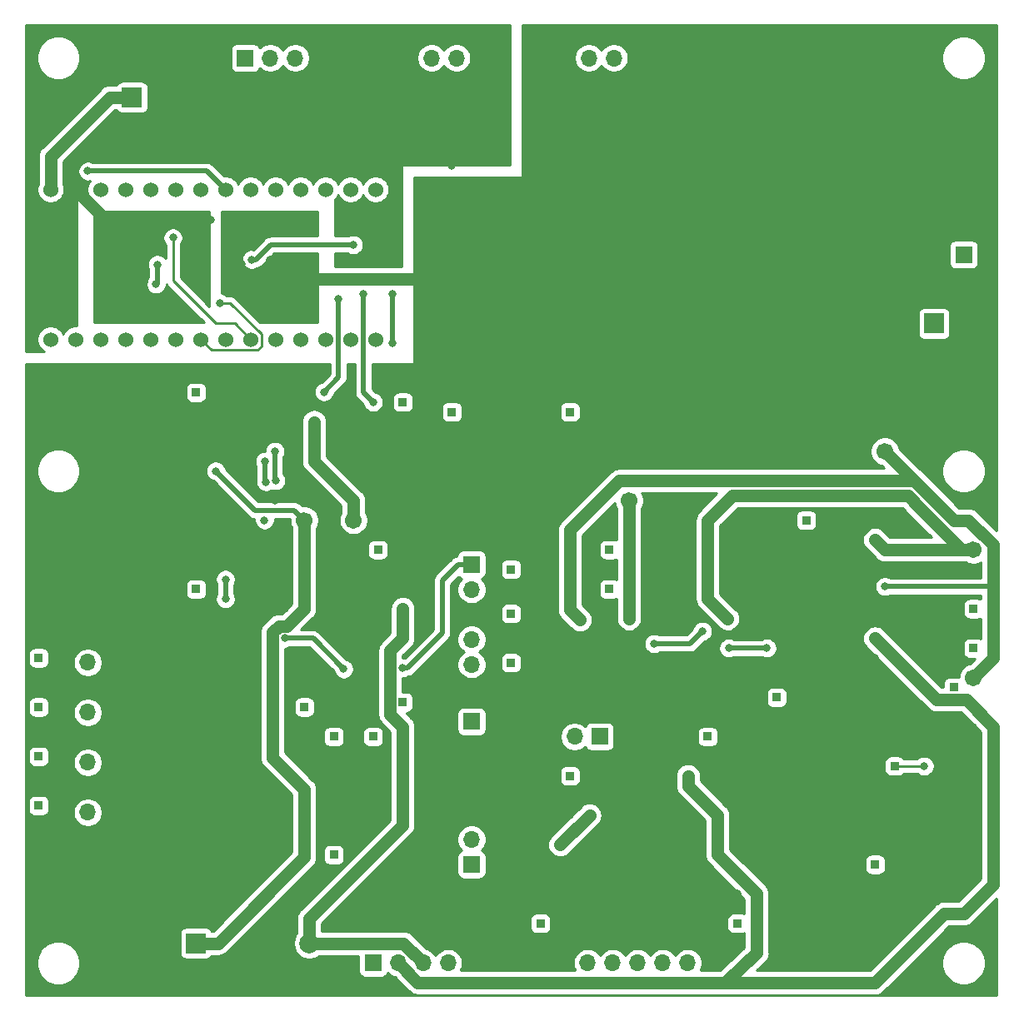
<source format=gbl>
G04 #@! TF.GenerationSoftware,KiCad,Pcbnew,5.1.5+dfsg1-2build2*
G04 #@! TF.CreationDate,2020-07-09T14:01:37-04:00*
G04 #@! TF.ProjectId,processing,70726f63-6573-4736-996e-672e6b696361,rev?*
G04 #@! TF.SameCoordinates,Original*
G04 #@! TF.FileFunction,Copper,L2,Bot*
G04 #@! TF.FilePolarity,Positive*
%FSLAX46Y46*%
G04 Gerber Fmt 4.6, Leading zero omitted, Abs format (unit mm)*
G04 Created by KiCad (PCBNEW 5.1.5+dfsg1-2build2) date 2020-07-09 14:01:37*
%MOMM*%
%LPD*%
G04 APERTURE LIST*
%ADD10C,1.524000*%
%ADD11R,0.850000X0.850000*%
%ADD12O,1.700000X1.700000*%
%ADD13R,1.700000X1.700000*%
%ADD14C,2.000000*%
%ADD15R,2.000000X2.000000*%
%ADD16C,0.800000*%
%ADD17C,1.701800*%
%ADD18C,1.270000*%
%ADD19C,0.508000*%
%ADD20C,0.254000*%
G04 APERTURE END LIST*
D10*
X23220000Y-37380000D03*
X25760000Y-37380000D03*
X28300000Y-37380000D03*
X30840000Y-37380000D03*
X33380000Y-37380000D03*
X35920000Y-37380000D03*
X38460000Y-37380000D03*
X41000000Y-37380000D03*
X43540000Y-37380000D03*
X46080000Y-37380000D03*
X48620000Y-37380000D03*
X51160000Y-37380000D03*
X53700000Y-37380000D03*
X56240000Y-37380000D03*
X56240000Y-52620000D03*
X53700000Y-52620000D03*
X51160000Y-52620000D03*
X48620000Y-52620000D03*
X46080000Y-52620000D03*
X43540000Y-52620000D03*
X41000000Y-52620000D03*
X38460000Y-52620000D03*
X35920000Y-52620000D03*
X33380000Y-52620000D03*
X30840000Y-52620000D03*
X28300000Y-52620000D03*
X25760000Y-52620000D03*
X23220000Y-52620000D03*
D11*
X70000000Y-76000000D03*
D12*
X116000000Y-41460000D03*
D13*
X116000000Y-44000000D03*
D12*
X68700000Y-116000000D03*
X66160000Y-116000000D03*
X63620000Y-116000000D03*
X61080000Y-116000000D03*
X58540000Y-116000000D03*
D13*
X56000000Y-116000000D03*
D12*
X66000000Y-100920000D03*
X66000000Y-103460000D03*
D13*
X66000000Y-106000000D03*
D12*
X73920000Y-93000000D03*
X76460000Y-93000000D03*
D13*
X79000000Y-93000000D03*
D11*
X38000000Y-58000000D03*
X76000000Y-60000000D03*
X64000000Y-60000000D03*
X59000000Y-59000000D03*
X100000000Y-71000000D03*
X117000000Y-80000000D03*
X117000000Y-84000000D03*
X97000000Y-89000000D03*
X109000000Y-96000000D03*
X115000000Y-88000000D03*
X107000000Y-106000000D03*
X80000000Y-74000000D03*
X80000000Y-78000000D03*
X73000000Y-112000000D03*
X56000000Y-93000000D03*
X93000000Y-112000000D03*
X56500000Y-74000000D03*
X90000000Y-93000000D03*
X76000000Y-97000000D03*
X70000000Y-80500000D03*
X59000000Y-89500000D03*
X52000000Y-105000000D03*
X22000000Y-95000000D03*
X70000000Y-85500000D03*
X22000000Y-90000000D03*
X52000000Y-93000000D03*
X38000000Y-78000000D03*
X22000000Y-100000000D03*
X22000000Y-85000000D03*
X49000000Y-90000000D03*
D12*
X66000000Y-85660000D03*
X66000000Y-83120000D03*
X66000000Y-80580000D03*
X66000000Y-78040000D03*
D13*
X66000000Y-75500000D03*
D12*
X77920000Y-24000000D03*
X80460000Y-24000000D03*
D13*
X83000000Y-24000000D03*
D12*
X75260000Y-116000000D03*
X77800000Y-116000000D03*
X80340000Y-116000000D03*
X82880000Y-116000000D03*
X85420000Y-116000000D03*
X87960000Y-116000000D03*
D13*
X90500000Y-116000000D03*
D12*
X27000000Y-100700000D03*
X27000000Y-98160000D03*
X27000000Y-95620000D03*
X27000000Y-93080000D03*
X27000000Y-90540000D03*
X27000000Y-88000000D03*
X27000000Y-85460000D03*
D13*
X27000000Y-82920000D03*
D12*
X61920000Y-24000000D03*
X64460000Y-24000000D03*
D13*
X67000000Y-24000000D03*
D12*
X66000000Y-94000000D03*
D13*
X66000000Y-91460000D03*
D12*
X55700000Y-24000000D03*
X53160000Y-24000000D03*
X50620000Y-24000000D03*
X48080000Y-24000000D03*
X45540000Y-24000000D03*
D13*
X43000000Y-24000000D03*
D14*
X36500000Y-28000000D03*
D15*
X31500000Y-28000000D03*
D14*
X113000000Y-56000000D03*
D15*
X113000000Y-51000000D03*
D14*
X49500000Y-114000000D03*
D15*
X44500000Y-114000000D03*
D14*
X33000000Y-114000000D03*
D15*
X38000000Y-114000000D03*
D16*
X52000000Y-61000000D03*
X78000000Y-56000000D03*
X83000000Y-56000000D03*
X64000000Y-37000000D03*
X71000000Y-56000000D03*
X66000000Y-56000000D03*
X78000000Y-28000000D03*
X41500000Y-40500000D03*
X45500000Y-48000000D03*
X45500000Y-46500000D03*
X45500000Y-44500000D03*
X49500000Y-48500000D03*
X49500000Y-46500000D03*
X49500000Y-44500000D03*
X56000000Y-65000000D03*
X60000000Y-62000000D03*
X60000000Y-65000000D03*
X43000000Y-71000000D03*
X46000000Y-69000000D03*
X38000000Y-66000000D03*
X56000000Y-88000000D03*
X97000000Y-74000000D03*
X96000000Y-74000000D03*
X101000000Y-95000000D03*
X93000000Y-109000000D03*
X90000000Y-97000000D03*
X76000000Y-101000000D03*
X81000000Y-104000000D03*
X85000000Y-104000000D03*
X104000000Y-103000000D03*
X117000000Y-92000000D03*
X114000000Y-101000000D03*
X107000000Y-71000000D03*
X107000000Y-85000000D03*
X88000000Y-74000000D03*
X92000000Y-78000000D03*
X94000000Y-81000000D03*
X86000000Y-87000000D03*
X80000000Y-81000000D03*
X80000000Y-84000000D03*
X76000000Y-87000000D03*
X74000000Y-83000000D03*
X61000000Y-83000000D03*
X61000000Y-77000000D03*
X61000000Y-80000000D03*
X47000000Y-77000000D03*
X47000000Y-80000000D03*
X43000000Y-83000000D03*
X43000000Y-86000000D03*
X32000000Y-74000000D03*
X32000000Y-78000000D03*
X25000000Y-78000000D03*
X73000000Y-109000000D03*
X61000000Y-110000000D03*
X56000000Y-110000000D03*
X25000000Y-106000000D03*
X37000000Y-106000000D03*
X34000000Y-102000000D03*
X34000000Y-98000000D03*
X34000000Y-94000000D03*
X34000000Y-90000000D03*
X34000000Y-86000000D03*
X43000000Y-93000000D03*
X43000000Y-105000000D03*
X43000000Y-102000000D03*
X47000000Y-99000000D03*
X61000000Y-102000000D03*
X61000000Y-99000000D03*
X61000000Y-96000000D03*
X107000000Y-94000000D03*
X50000000Y-107000000D03*
X51000000Y-107000000D03*
X49000000Y-108000000D03*
X50000000Y-108000000D03*
X48000000Y-109000000D03*
X49000000Y-109000000D03*
X44000000Y-107000000D03*
X43000000Y-107000000D03*
X43000000Y-108000000D03*
X42000000Y-108000000D03*
X42000000Y-109000000D03*
X41000000Y-109000000D03*
X90000000Y-114000000D03*
X91000000Y-114000000D03*
X98000000Y-114000000D03*
X97000000Y-114000000D03*
X97000000Y-115000000D03*
X98000000Y-115000000D03*
X92000000Y-114000000D03*
X93000000Y-114000000D03*
X117000000Y-93000000D03*
X117000000Y-94000000D03*
X65000000Y-37000000D03*
X65000000Y-38000000D03*
X64000000Y-38000000D03*
X63000000Y-38000000D03*
X63000000Y-37000000D03*
X74000000Y-45000000D03*
X71000000Y-45000000D03*
X68000000Y-45000000D03*
X65000000Y-45000000D03*
X42624464Y-44948000D03*
X67000000Y-109500000D03*
X66000000Y-109500000D03*
X65000000Y-109500000D03*
X69000000Y-113000000D03*
X68000000Y-113500000D03*
X67000000Y-114000000D03*
X65000000Y-110500000D03*
X66000000Y-110500000D03*
X70000000Y-112500000D03*
X70000000Y-111500000D03*
X49000000Y-99000000D03*
X49000000Y-80000000D03*
X88000000Y-97000000D03*
X107000000Y-83000000D03*
X82000000Y-81000000D03*
D17*
X82000000Y-69000000D03*
X49000000Y-71000000D03*
D16*
X40000000Y-66000000D03*
X59000000Y-99000000D03*
X59000000Y-80000000D03*
X92000000Y-81000000D03*
X107000000Y-73000000D03*
D17*
X117000000Y-74000000D03*
X54000000Y-71000000D03*
D16*
X50000000Y-61000000D03*
X75000000Y-104000000D03*
X78000000Y-101000000D03*
D17*
X117000000Y-87000000D03*
D16*
X108000000Y-77741090D03*
X77000000Y-81125000D03*
X58000000Y-53000000D03*
X58000000Y-48000000D03*
D17*
X108000000Y-64000000D03*
D16*
X43650000Y-44500000D03*
X54000000Y-43000000D03*
X64000000Y-35000000D03*
X43000000Y-30000000D03*
X28500000Y-47000000D03*
X39500000Y-40500000D03*
X32000000Y-43000000D03*
X32500000Y-45000000D03*
X37000000Y-45500000D03*
X63000000Y-34000000D03*
X64000000Y-34000000D03*
X65000000Y-34000000D03*
X65000000Y-33000000D03*
X64000000Y-33000000D03*
X63000000Y-33000000D03*
X84525000Y-83540000D03*
X89475000Y-82270000D03*
X56000000Y-59000000D03*
X55000000Y-48000000D03*
X46000000Y-64000000D03*
X46097222Y-66988732D03*
X34075000Y-45000000D03*
X33937500Y-47000000D03*
X112000000Y-96000000D03*
X51000000Y-57950000D03*
X52483999Y-48516001D03*
X41000000Y-79000000D03*
X41000000Y-77000000D03*
X45000000Y-65000000D03*
X45103870Y-67103870D03*
X44950000Y-71000000D03*
X47000000Y-83000000D03*
X53000000Y-86125000D03*
X59000000Y-86000000D03*
X92125000Y-84000000D03*
X96000000Y-84000000D03*
X27000000Y-35500000D03*
X35650000Y-42274998D03*
X40403136Y-48925001D03*
D18*
X49500000Y-46500000D02*
X58500000Y-46500000D01*
X58500000Y-46500000D02*
X61000000Y-46500000D01*
X40270000Y-114000000D02*
X49000000Y-105270000D01*
X38000000Y-114000000D02*
X40270000Y-114000000D01*
X49000000Y-105270000D02*
X49000000Y-98353002D01*
X46407199Y-81764999D02*
X47235001Y-81764999D01*
X49000000Y-98353002D02*
X45764999Y-95118001D01*
X45764999Y-82407199D02*
X46407199Y-81764999D01*
X45764999Y-95118001D02*
X45764999Y-82407199D01*
X47235001Y-81764999D02*
X49000000Y-80000000D01*
X107000000Y-83000000D02*
X107000000Y-83000000D01*
X58540000Y-116000000D02*
X60540000Y-118000000D01*
X60540000Y-118000000D02*
X91703002Y-118000000D01*
X107485527Y-83485527D02*
X107000000Y-83000000D01*
X113260001Y-89260001D02*
X107485527Y-83485527D01*
X116260001Y-89260001D02*
X113260001Y-89260001D01*
X91703002Y-118000000D02*
X107000000Y-118000000D01*
X119000000Y-108000000D02*
X119000000Y-92000000D01*
X107000000Y-118000000D02*
X114000000Y-111000000D01*
X114000000Y-111000000D02*
X116000000Y-111000000D01*
X116000000Y-111000000D02*
X119000000Y-108000000D01*
X119000000Y-92000000D02*
X116260001Y-89260001D01*
X88000000Y-97000000D02*
X88000000Y-98000000D01*
X88000000Y-98000000D02*
X91000000Y-101000000D01*
X91000000Y-101000000D02*
X91000000Y-105000000D01*
X95000000Y-109000000D02*
X95000000Y-115000000D01*
X91000000Y-105000000D02*
X95000000Y-109000000D01*
X91703002Y-118000000D02*
X95000000Y-115000000D01*
X82000000Y-81000000D02*
X82000000Y-71000000D01*
X82000000Y-71000000D02*
X82000000Y-69000000D01*
X49000000Y-71000000D02*
X49000000Y-80000000D01*
D19*
X40000000Y-66000000D02*
X44000000Y-70000000D01*
X48000000Y-70000000D02*
X49000000Y-71000000D01*
X44000000Y-70000000D02*
X48000000Y-70000000D01*
D18*
X49500000Y-114000000D02*
X49500000Y-111500000D01*
X49500000Y-111500000D02*
X59000000Y-102000000D01*
X59000000Y-102000000D02*
X59000000Y-99000000D01*
X59000000Y-99000000D02*
X59000000Y-92000000D01*
X57739999Y-90739999D02*
X57739999Y-84260001D01*
X59000000Y-92000000D02*
X57739999Y-90739999D01*
X57739999Y-84260001D02*
X59000000Y-83000000D01*
X59000000Y-83000000D02*
X59000000Y-80000000D01*
X59080000Y-114000000D02*
X49500000Y-114000000D01*
X61080000Y-116000000D02*
X59080000Y-114000000D01*
X92000000Y-81000000D02*
X92000000Y-81000000D01*
X107000000Y-73000000D02*
X107000000Y-73000000D01*
X108000000Y-74000000D02*
X107000000Y-73000000D01*
X117000000Y-74000000D02*
X108000000Y-74000000D01*
X92000000Y-81000000D02*
X90000000Y-79000000D01*
X90000000Y-79000000D02*
X90000000Y-71000000D01*
X111000000Y-69203354D02*
X111000000Y-69078908D01*
X117000000Y-74000000D02*
X115796646Y-74000000D01*
X115796646Y-74000000D02*
X111000000Y-69203354D01*
X111000000Y-69078908D02*
X110391102Y-68470010D01*
X92529990Y-68470010D02*
X90000000Y-71000000D01*
X110391102Y-68470010D02*
X92529990Y-68470010D01*
X50000000Y-62000000D02*
X50000000Y-62000000D01*
X54000000Y-71000000D02*
X54000000Y-69000000D01*
X50000000Y-65000000D02*
X50000000Y-62000000D01*
X54000000Y-69000000D02*
X50000000Y-65000000D01*
X50000000Y-62000000D02*
X50000000Y-61000000D01*
X75000000Y-104000000D02*
X78000000Y-101000000D01*
X117000000Y-87000000D02*
X119000000Y-85000000D01*
X119000000Y-85000000D02*
X119000000Y-84000000D01*
X119000000Y-79482180D02*
X119000000Y-84000000D01*
D19*
X118741090Y-77741090D02*
X119000000Y-78000000D01*
X108000000Y-77741090D02*
X118741090Y-77741090D01*
D18*
X119000000Y-79482180D02*
X119000000Y-78000000D01*
X119000000Y-73504866D02*
X119000000Y-78000000D01*
X116495134Y-71000000D02*
X119000000Y-73504866D01*
X77000000Y-81125000D02*
X76000000Y-80125000D01*
X76000000Y-80125000D02*
X76000000Y-72000000D01*
X76000000Y-72000000D02*
X81000000Y-67000000D01*
X81000000Y-67000000D02*
X111000000Y-67000000D01*
X111000000Y-67000000D02*
X115000000Y-71000000D01*
X115000000Y-71000000D02*
X116495134Y-71000000D01*
D19*
X58000000Y-53000000D02*
X58000000Y-48000000D01*
D18*
X111000000Y-67000000D02*
X108000000Y-64000000D01*
D19*
X45587500Y-43000000D02*
X54000000Y-43000000D01*
X44087500Y-44500000D02*
X45587500Y-43000000D01*
X43650000Y-44500000D02*
X44087500Y-44500000D01*
D18*
X25760000Y-37380000D02*
X31380000Y-43000000D01*
X32000000Y-43000000D02*
X31380000Y-43000000D01*
X23220000Y-36302370D02*
X23220000Y-37380000D01*
X23220000Y-34010000D02*
X23220000Y-36302370D01*
X29230000Y-28000000D02*
X23220000Y-34010000D01*
X31500000Y-28000000D02*
X29230000Y-28000000D01*
D19*
X84525000Y-83540000D02*
X88205000Y-83540000D01*
X88205000Y-83540000D02*
X89475000Y-82270000D01*
X55000000Y-58000000D02*
X56000000Y-59000000D01*
X55000000Y-48000000D02*
X55000000Y-58000000D01*
X46000000Y-64000000D02*
X46000000Y-66891510D01*
X46000000Y-66891510D02*
X46097222Y-66988732D01*
X34075000Y-45000000D02*
X34075000Y-46862500D01*
X34075000Y-46862500D02*
X33937500Y-47000000D01*
D20*
X112000000Y-96000000D02*
X109000000Y-96000000D01*
D19*
X52483999Y-48516001D02*
X52483999Y-56466001D01*
X52483999Y-56466001D02*
X51000000Y-57950000D01*
X41000000Y-79000000D02*
X41000000Y-77000000D01*
X45000000Y-65000000D02*
X45000000Y-67000000D01*
X45000000Y-67000000D02*
X45103870Y-67103870D01*
X47000000Y-83000000D02*
X49875000Y-83000000D01*
X49875000Y-83000000D02*
X53000000Y-86125000D01*
X59487500Y-86000000D02*
X63000000Y-82487500D01*
X59000000Y-86000000D02*
X59487500Y-86000000D01*
X64642000Y-75500000D02*
X66000000Y-75500000D01*
X63000000Y-77142000D02*
X64642000Y-75500000D01*
X63000000Y-82487500D02*
X63000000Y-77142000D01*
X92125000Y-84000000D02*
X95000000Y-84000000D01*
X95000000Y-84000000D02*
X96000000Y-84000000D01*
X39120000Y-35500000D02*
X27000000Y-35500000D01*
X41000000Y-37380000D02*
X39120000Y-35500000D01*
D20*
X43540000Y-52620000D02*
X41920000Y-51000000D01*
X41920000Y-51000000D02*
X40000000Y-51000000D01*
X40000000Y-51000000D02*
X35650000Y-46650000D01*
X35650000Y-46650000D02*
X35650000Y-42274998D01*
X39549001Y-53709001D02*
X44276333Y-53709001D01*
X38460000Y-52620000D02*
X39549001Y-53709001D01*
X44276333Y-53709001D02*
X44629001Y-53356333D01*
X44629001Y-53356333D02*
X44629001Y-52097279D01*
X44629001Y-52097279D02*
X41456723Y-48925001D01*
X41456723Y-48925001D02*
X40403136Y-48925001D01*
G36*
X39373000Y-48798609D02*
G01*
X39368136Y-48823062D01*
X39368136Y-49026940D01*
X39373000Y-49051393D01*
X39373000Y-49295369D01*
X36412000Y-46334370D01*
X36412000Y-42976709D01*
X36453937Y-42934772D01*
X36567205Y-42765254D01*
X36645226Y-42576896D01*
X36685000Y-42376937D01*
X36685000Y-42173059D01*
X36645226Y-41973100D01*
X36567205Y-41784742D01*
X36453937Y-41615224D01*
X36309774Y-41471061D01*
X36140256Y-41357793D01*
X35951898Y-41279772D01*
X35751939Y-41239998D01*
X35548061Y-41239998D01*
X35348102Y-41279772D01*
X35159744Y-41357793D01*
X34990226Y-41471061D01*
X34846063Y-41615224D01*
X34732795Y-41784742D01*
X34654774Y-41973100D01*
X34615000Y-42173059D01*
X34615000Y-42376937D01*
X34654774Y-42576896D01*
X34732795Y-42765254D01*
X34846063Y-42934772D01*
X34888001Y-42976710D01*
X34888001Y-44353791D01*
X34878937Y-44340226D01*
X34734774Y-44196063D01*
X34565256Y-44082795D01*
X34376898Y-44004774D01*
X34176939Y-43965000D01*
X33973061Y-43965000D01*
X33773102Y-44004774D01*
X33584744Y-44082795D01*
X33415226Y-44196063D01*
X33271063Y-44340226D01*
X33157795Y-44509744D01*
X33079774Y-44698102D01*
X33040000Y-44898061D01*
X33040000Y-45101939D01*
X33079774Y-45301898D01*
X33157795Y-45490256D01*
X33186000Y-45532468D01*
X33186001Y-46287788D01*
X33133563Y-46340226D01*
X33020295Y-46509744D01*
X32942274Y-46698102D01*
X32902500Y-46898061D01*
X32902500Y-47101939D01*
X32942274Y-47301898D01*
X33020295Y-47490256D01*
X33133563Y-47659774D01*
X33277726Y-47803937D01*
X33447244Y-47917205D01*
X33635602Y-47995226D01*
X33835561Y-48035000D01*
X34039439Y-48035000D01*
X34239398Y-47995226D01*
X34427756Y-47917205D01*
X34597274Y-47803937D01*
X34741437Y-47659774D01*
X34854705Y-47490256D01*
X34932726Y-47301898D01*
X34972500Y-47101939D01*
X34972500Y-46998957D01*
X35013355Y-47075392D01*
X35035142Y-47101939D01*
X35108578Y-47191422D01*
X35137654Y-47215284D01*
X38795369Y-50873000D01*
X27627000Y-50873000D01*
X27627000Y-39627000D01*
X39373000Y-39627000D01*
X39373000Y-48798609D01*
G37*
X39373000Y-48798609D02*
X39368136Y-48823062D01*
X39368136Y-49026940D01*
X39373000Y-49051393D01*
X39373000Y-49295369D01*
X36412000Y-46334370D01*
X36412000Y-42976709D01*
X36453937Y-42934772D01*
X36567205Y-42765254D01*
X36645226Y-42576896D01*
X36685000Y-42376937D01*
X36685000Y-42173059D01*
X36645226Y-41973100D01*
X36567205Y-41784742D01*
X36453937Y-41615224D01*
X36309774Y-41471061D01*
X36140256Y-41357793D01*
X35951898Y-41279772D01*
X35751939Y-41239998D01*
X35548061Y-41239998D01*
X35348102Y-41279772D01*
X35159744Y-41357793D01*
X34990226Y-41471061D01*
X34846063Y-41615224D01*
X34732795Y-41784742D01*
X34654774Y-41973100D01*
X34615000Y-42173059D01*
X34615000Y-42376937D01*
X34654774Y-42576896D01*
X34732795Y-42765254D01*
X34846063Y-42934772D01*
X34888001Y-42976710D01*
X34888001Y-44353791D01*
X34878937Y-44340226D01*
X34734774Y-44196063D01*
X34565256Y-44082795D01*
X34376898Y-44004774D01*
X34176939Y-43965000D01*
X33973061Y-43965000D01*
X33773102Y-44004774D01*
X33584744Y-44082795D01*
X33415226Y-44196063D01*
X33271063Y-44340226D01*
X33157795Y-44509744D01*
X33079774Y-44698102D01*
X33040000Y-44898061D01*
X33040000Y-45101939D01*
X33079774Y-45301898D01*
X33157795Y-45490256D01*
X33186000Y-45532468D01*
X33186001Y-46287788D01*
X33133563Y-46340226D01*
X33020295Y-46509744D01*
X32942274Y-46698102D01*
X32902500Y-46898061D01*
X32902500Y-47101939D01*
X32942274Y-47301898D01*
X33020295Y-47490256D01*
X33133563Y-47659774D01*
X33277726Y-47803937D01*
X33447244Y-47917205D01*
X33635602Y-47995226D01*
X33835561Y-48035000D01*
X34039439Y-48035000D01*
X34239398Y-47995226D01*
X34427756Y-47917205D01*
X34597274Y-47803937D01*
X34741437Y-47659774D01*
X34854705Y-47490256D01*
X34932726Y-47301898D01*
X34972500Y-47101939D01*
X34972500Y-46998957D01*
X35013355Y-47075392D01*
X35035142Y-47101939D01*
X35108578Y-47191422D01*
X35137654Y-47215284D01*
X38795369Y-50873000D01*
X27627000Y-50873000D01*
X27627000Y-39627000D01*
X39373000Y-39627000D01*
X39373000Y-48798609D01*
G36*
X50373000Y-42111000D02*
G01*
X45631159Y-42111000D01*
X45587499Y-42106700D01*
X45543839Y-42111000D01*
X45543833Y-42111000D01*
X45446424Y-42120594D01*
X45413224Y-42123864D01*
X45311558Y-42154704D01*
X45245649Y-42174697D01*
X45091209Y-42257247D01*
X44955841Y-42368341D01*
X44928001Y-42402264D01*
X43846463Y-43483802D01*
X43751939Y-43465000D01*
X43548061Y-43465000D01*
X43348102Y-43504774D01*
X43159744Y-43582795D01*
X42990226Y-43696063D01*
X42846063Y-43840226D01*
X42732795Y-44009744D01*
X42654774Y-44198102D01*
X42615000Y-44398061D01*
X42615000Y-44601939D01*
X42654774Y-44801898D01*
X42732795Y-44990256D01*
X42846063Y-45159774D01*
X42990226Y-45303937D01*
X43159744Y-45417205D01*
X43348102Y-45495226D01*
X43548061Y-45535000D01*
X43751939Y-45535000D01*
X43951898Y-45495226D01*
X44140256Y-45417205D01*
X44191337Y-45383074D01*
X44261774Y-45376136D01*
X44429351Y-45325303D01*
X44583791Y-45242753D01*
X44719159Y-45131659D01*
X44746999Y-45097736D01*
X45955735Y-43889000D01*
X50373000Y-43889000D01*
X50373000Y-50873000D01*
X44482352Y-50873000D01*
X42022007Y-48412655D01*
X41998145Y-48383579D01*
X41882115Y-48288356D01*
X41749738Y-48217599D01*
X41606101Y-48174027D01*
X41494149Y-48163001D01*
X41494146Y-48163001D01*
X41456723Y-48159315D01*
X41419300Y-48163001D01*
X41104847Y-48163001D01*
X41062910Y-48121064D01*
X40893392Y-48007796D01*
X40705034Y-47929775D01*
X40627000Y-47914253D01*
X40627000Y-39627000D01*
X50373000Y-39627000D01*
X50373000Y-42111000D01*
G37*
X50373000Y-42111000D02*
X45631159Y-42111000D01*
X45587499Y-42106700D01*
X45543839Y-42111000D01*
X45543833Y-42111000D01*
X45446424Y-42120594D01*
X45413224Y-42123864D01*
X45311558Y-42154704D01*
X45245649Y-42174697D01*
X45091209Y-42257247D01*
X44955841Y-42368341D01*
X44928001Y-42402264D01*
X43846463Y-43483802D01*
X43751939Y-43465000D01*
X43548061Y-43465000D01*
X43348102Y-43504774D01*
X43159744Y-43582795D01*
X42990226Y-43696063D01*
X42846063Y-43840226D01*
X42732795Y-44009744D01*
X42654774Y-44198102D01*
X42615000Y-44398061D01*
X42615000Y-44601939D01*
X42654774Y-44801898D01*
X42732795Y-44990256D01*
X42846063Y-45159774D01*
X42990226Y-45303937D01*
X43159744Y-45417205D01*
X43348102Y-45495226D01*
X43548061Y-45535000D01*
X43751939Y-45535000D01*
X43951898Y-45495226D01*
X44140256Y-45417205D01*
X44191337Y-45383074D01*
X44261774Y-45376136D01*
X44429351Y-45325303D01*
X44583791Y-45242753D01*
X44719159Y-45131659D01*
X44746999Y-45097736D01*
X45955735Y-43889000D01*
X50373000Y-43889000D01*
X50373000Y-50873000D01*
X44482352Y-50873000D01*
X42022007Y-48412655D01*
X41998145Y-48383579D01*
X41882115Y-48288356D01*
X41749738Y-48217599D01*
X41606101Y-48174027D01*
X41494149Y-48163001D01*
X41494146Y-48163001D01*
X41456723Y-48159315D01*
X41419300Y-48163001D01*
X41104847Y-48163001D01*
X41062910Y-48121064D01*
X40893392Y-48007796D01*
X40705034Y-47929775D01*
X40627000Y-47914253D01*
X40627000Y-39627000D01*
X50373000Y-39627000D01*
X50373000Y-42111000D01*
G36*
X69873000Y-34873000D02*
G01*
X59000000Y-34873000D01*
X58975224Y-34875440D01*
X58951399Y-34882667D01*
X58929443Y-34894403D01*
X58910197Y-34910197D01*
X58894403Y-34929443D01*
X58882667Y-34951399D01*
X58875440Y-34975224D01*
X58873000Y-35000000D01*
X58873000Y-45230000D01*
X52127000Y-45230000D01*
X52127000Y-43889000D01*
X53467532Y-43889000D01*
X53509744Y-43917205D01*
X53698102Y-43995226D01*
X53898061Y-44035000D01*
X54101939Y-44035000D01*
X54301898Y-43995226D01*
X54490256Y-43917205D01*
X54659774Y-43803937D01*
X54803937Y-43659774D01*
X54917205Y-43490256D01*
X54995226Y-43301898D01*
X55035000Y-43101939D01*
X55035000Y-42898061D01*
X54995226Y-42698102D01*
X54917205Y-42509744D01*
X54803937Y-42340226D01*
X54659774Y-42196063D01*
X54490256Y-42082795D01*
X54301898Y-42004774D01*
X54101939Y-41965000D01*
X53898061Y-41965000D01*
X53698102Y-42004774D01*
X53509744Y-42082795D01*
X53467532Y-42111000D01*
X52127000Y-42111000D01*
X52127000Y-38388655D01*
X52245120Y-38270535D01*
X52398005Y-38041727D01*
X52430000Y-37964485D01*
X52461995Y-38041727D01*
X52614880Y-38270535D01*
X52809465Y-38465120D01*
X53038273Y-38618005D01*
X53292510Y-38723314D01*
X53562408Y-38777000D01*
X53837592Y-38777000D01*
X54107490Y-38723314D01*
X54361727Y-38618005D01*
X54590535Y-38465120D01*
X54785120Y-38270535D01*
X54938005Y-38041727D01*
X54970000Y-37964485D01*
X55001995Y-38041727D01*
X55154880Y-38270535D01*
X55349465Y-38465120D01*
X55578273Y-38618005D01*
X55832510Y-38723314D01*
X56102408Y-38777000D01*
X56377592Y-38777000D01*
X56647490Y-38723314D01*
X56901727Y-38618005D01*
X57130535Y-38465120D01*
X57325120Y-38270535D01*
X57478005Y-38041727D01*
X57583314Y-37787490D01*
X57637000Y-37517592D01*
X57637000Y-37242408D01*
X57583314Y-36972510D01*
X57478005Y-36718273D01*
X57325120Y-36489465D01*
X57130535Y-36294880D01*
X56901727Y-36141995D01*
X56647490Y-36036686D01*
X56377592Y-35983000D01*
X56102408Y-35983000D01*
X55832510Y-36036686D01*
X55578273Y-36141995D01*
X55349465Y-36294880D01*
X55154880Y-36489465D01*
X55001995Y-36718273D01*
X54970000Y-36795515D01*
X54938005Y-36718273D01*
X54785120Y-36489465D01*
X54590535Y-36294880D01*
X54361727Y-36141995D01*
X54107490Y-36036686D01*
X53837592Y-35983000D01*
X53562408Y-35983000D01*
X53292510Y-36036686D01*
X53038273Y-36141995D01*
X52809465Y-36294880D01*
X52614880Y-36489465D01*
X52461995Y-36718273D01*
X52430000Y-36795515D01*
X52398005Y-36718273D01*
X52245120Y-36489465D01*
X52050535Y-36294880D01*
X51821727Y-36141995D01*
X51567490Y-36036686D01*
X51297592Y-35983000D01*
X51022408Y-35983000D01*
X50752510Y-36036686D01*
X50498273Y-36141995D01*
X50269465Y-36294880D01*
X50074880Y-36489465D01*
X49921995Y-36718273D01*
X49890000Y-36795515D01*
X49858005Y-36718273D01*
X49705120Y-36489465D01*
X49510535Y-36294880D01*
X49281727Y-36141995D01*
X49027490Y-36036686D01*
X48757592Y-35983000D01*
X48482408Y-35983000D01*
X48212510Y-36036686D01*
X47958273Y-36141995D01*
X47729465Y-36294880D01*
X47534880Y-36489465D01*
X47381995Y-36718273D01*
X47350000Y-36795515D01*
X47318005Y-36718273D01*
X47165120Y-36489465D01*
X46970535Y-36294880D01*
X46741727Y-36141995D01*
X46487490Y-36036686D01*
X46217592Y-35983000D01*
X45942408Y-35983000D01*
X45672510Y-36036686D01*
X45418273Y-36141995D01*
X45189465Y-36294880D01*
X44994880Y-36489465D01*
X44841995Y-36718273D01*
X44810000Y-36795515D01*
X44778005Y-36718273D01*
X44625120Y-36489465D01*
X44430535Y-36294880D01*
X44201727Y-36141995D01*
X43947490Y-36036686D01*
X43677592Y-35983000D01*
X43402408Y-35983000D01*
X43132510Y-36036686D01*
X42878273Y-36141995D01*
X42649465Y-36294880D01*
X42454880Y-36489465D01*
X42301995Y-36718273D01*
X42270000Y-36795515D01*
X42238005Y-36718273D01*
X42085120Y-36489465D01*
X41890535Y-36294880D01*
X41661727Y-36141995D01*
X41407490Y-36036686D01*
X41137592Y-35983000D01*
X40862408Y-35983000D01*
X40860596Y-35983360D01*
X39779499Y-34902264D01*
X39751659Y-34868341D01*
X39616291Y-34757247D01*
X39461851Y-34674697D01*
X39294274Y-34623864D01*
X39163667Y-34611000D01*
X39163660Y-34611000D01*
X39120000Y-34606700D01*
X39076340Y-34611000D01*
X27532468Y-34611000D01*
X27490256Y-34582795D01*
X27301898Y-34504774D01*
X27101939Y-34465000D01*
X26898061Y-34465000D01*
X26698102Y-34504774D01*
X26509744Y-34582795D01*
X26340226Y-34696063D01*
X26196063Y-34840226D01*
X26082795Y-35009744D01*
X26004774Y-35198102D01*
X25965000Y-35398061D01*
X25965000Y-35601939D01*
X26004774Y-35801898D01*
X26082795Y-35990256D01*
X26196063Y-36159774D01*
X26340226Y-36303937D01*
X26509744Y-36417205D01*
X26698102Y-36495226D01*
X26898061Y-36535000D01*
X27101939Y-36535000D01*
X27197102Y-36516071D01*
X27061995Y-36718273D01*
X26956686Y-36972510D01*
X26903000Y-37242408D01*
X26903000Y-37517592D01*
X26956686Y-37787490D01*
X26992106Y-37873000D01*
X26000000Y-37873000D01*
X25975224Y-37875440D01*
X25951399Y-37882667D01*
X25929443Y-37894403D01*
X25910197Y-37910197D01*
X25894403Y-37929443D01*
X25882667Y-37951399D01*
X25875440Y-37975224D01*
X25873000Y-38000000D01*
X25873000Y-50873000D01*
X20685000Y-50873000D01*
X20685000Y-37242408D01*
X21823000Y-37242408D01*
X21823000Y-37517592D01*
X21876686Y-37787490D01*
X21981995Y-38041727D01*
X22134880Y-38270535D01*
X22329465Y-38465120D01*
X22558273Y-38618005D01*
X22812510Y-38723314D01*
X23082408Y-38777000D01*
X23357592Y-38777000D01*
X23627490Y-38723314D01*
X23881727Y-38618005D01*
X24110535Y-38465120D01*
X24305120Y-38270535D01*
X24458005Y-38041727D01*
X24563314Y-37787490D01*
X24617000Y-37517592D01*
X24617000Y-37242408D01*
X24563314Y-36972510D01*
X24490000Y-36795515D01*
X24490000Y-34536050D01*
X29756051Y-29270000D01*
X29924299Y-29270000D01*
X29969463Y-29354494D01*
X30048815Y-29451185D01*
X30145506Y-29530537D01*
X30255820Y-29589502D01*
X30375518Y-29625812D01*
X30500000Y-29638072D01*
X32500000Y-29638072D01*
X32624482Y-29625812D01*
X32744180Y-29589502D01*
X32854494Y-29530537D01*
X32951185Y-29451185D01*
X33030537Y-29354494D01*
X33089502Y-29244180D01*
X33125812Y-29124482D01*
X33138072Y-29000000D01*
X33138072Y-27000000D01*
X33125812Y-26875518D01*
X33089502Y-26755820D01*
X33030537Y-26645506D01*
X32951185Y-26548815D01*
X32854494Y-26469463D01*
X32744180Y-26410498D01*
X32624482Y-26374188D01*
X32500000Y-26361928D01*
X30500000Y-26361928D01*
X30375518Y-26374188D01*
X30255820Y-26410498D01*
X30145506Y-26469463D01*
X30048815Y-26548815D01*
X29969463Y-26645506D01*
X29924299Y-26730000D01*
X29292380Y-26730000D01*
X29230000Y-26723856D01*
X29167620Y-26730000D01*
X28981037Y-26748377D01*
X28741641Y-26820997D01*
X28521012Y-26938925D01*
X28327630Y-27097630D01*
X28287863Y-27146086D01*
X22366091Y-33067859D01*
X22317630Y-33107630D01*
X22158925Y-33301013D01*
X22040997Y-33521642D01*
X21968377Y-33761038D01*
X21950000Y-33947621D01*
X21950000Y-33947627D01*
X21943857Y-34010000D01*
X21950000Y-34072373D01*
X21950001Y-36239981D01*
X21950000Y-36239991D01*
X21950000Y-36795515D01*
X21876686Y-36972510D01*
X21823000Y-37242408D01*
X20685000Y-37242408D01*
X20685000Y-23779872D01*
X21765000Y-23779872D01*
X21765000Y-24220128D01*
X21850890Y-24651925D01*
X22019369Y-25058669D01*
X22263962Y-25424729D01*
X22575271Y-25736038D01*
X22941331Y-25980631D01*
X23348075Y-26149110D01*
X23779872Y-26235000D01*
X24220128Y-26235000D01*
X24651925Y-26149110D01*
X25058669Y-25980631D01*
X25424729Y-25736038D01*
X25736038Y-25424729D01*
X25980631Y-25058669D01*
X26149110Y-24651925D01*
X26235000Y-24220128D01*
X26235000Y-23779872D01*
X26149110Y-23348075D01*
X26067065Y-23150000D01*
X41511928Y-23150000D01*
X41511928Y-24850000D01*
X41524188Y-24974482D01*
X41560498Y-25094180D01*
X41619463Y-25204494D01*
X41698815Y-25301185D01*
X41795506Y-25380537D01*
X41905820Y-25439502D01*
X42025518Y-25475812D01*
X42150000Y-25488072D01*
X43850000Y-25488072D01*
X43974482Y-25475812D01*
X44094180Y-25439502D01*
X44204494Y-25380537D01*
X44301185Y-25301185D01*
X44380537Y-25204494D01*
X44439502Y-25094180D01*
X44461513Y-25021620D01*
X44593368Y-25153475D01*
X44836589Y-25315990D01*
X45106842Y-25427932D01*
X45393740Y-25485000D01*
X45686260Y-25485000D01*
X45973158Y-25427932D01*
X46243411Y-25315990D01*
X46486632Y-25153475D01*
X46693475Y-24946632D01*
X46810000Y-24772240D01*
X46926525Y-24946632D01*
X47133368Y-25153475D01*
X47376589Y-25315990D01*
X47646842Y-25427932D01*
X47933740Y-25485000D01*
X48226260Y-25485000D01*
X48513158Y-25427932D01*
X48783411Y-25315990D01*
X49026632Y-25153475D01*
X49233475Y-24946632D01*
X49395990Y-24703411D01*
X49507932Y-24433158D01*
X49565000Y-24146260D01*
X49565000Y-23853740D01*
X60435000Y-23853740D01*
X60435000Y-24146260D01*
X60492068Y-24433158D01*
X60604010Y-24703411D01*
X60766525Y-24946632D01*
X60973368Y-25153475D01*
X61216589Y-25315990D01*
X61486842Y-25427932D01*
X61773740Y-25485000D01*
X62066260Y-25485000D01*
X62353158Y-25427932D01*
X62623411Y-25315990D01*
X62866632Y-25153475D01*
X63073475Y-24946632D01*
X63190000Y-24772240D01*
X63306525Y-24946632D01*
X63513368Y-25153475D01*
X63756589Y-25315990D01*
X64026842Y-25427932D01*
X64313740Y-25485000D01*
X64606260Y-25485000D01*
X64893158Y-25427932D01*
X65163411Y-25315990D01*
X65406632Y-25153475D01*
X65613475Y-24946632D01*
X65775990Y-24703411D01*
X65887932Y-24433158D01*
X65945000Y-24146260D01*
X65945000Y-23853740D01*
X65887932Y-23566842D01*
X65775990Y-23296589D01*
X65613475Y-23053368D01*
X65406632Y-22846525D01*
X65163411Y-22684010D01*
X64893158Y-22572068D01*
X64606260Y-22515000D01*
X64313740Y-22515000D01*
X64026842Y-22572068D01*
X63756589Y-22684010D01*
X63513368Y-22846525D01*
X63306525Y-23053368D01*
X63190000Y-23227760D01*
X63073475Y-23053368D01*
X62866632Y-22846525D01*
X62623411Y-22684010D01*
X62353158Y-22572068D01*
X62066260Y-22515000D01*
X61773740Y-22515000D01*
X61486842Y-22572068D01*
X61216589Y-22684010D01*
X60973368Y-22846525D01*
X60766525Y-23053368D01*
X60604010Y-23296589D01*
X60492068Y-23566842D01*
X60435000Y-23853740D01*
X49565000Y-23853740D01*
X49507932Y-23566842D01*
X49395990Y-23296589D01*
X49233475Y-23053368D01*
X49026632Y-22846525D01*
X48783411Y-22684010D01*
X48513158Y-22572068D01*
X48226260Y-22515000D01*
X47933740Y-22515000D01*
X47646842Y-22572068D01*
X47376589Y-22684010D01*
X47133368Y-22846525D01*
X46926525Y-23053368D01*
X46810000Y-23227760D01*
X46693475Y-23053368D01*
X46486632Y-22846525D01*
X46243411Y-22684010D01*
X45973158Y-22572068D01*
X45686260Y-22515000D01*
X45393740Y-22515000D01*
X45106842Y-22572068D01*
X44836589Y-22684010D01*
X44593368Y-22846525D01*
X44461513Y-22978380D01*
X44439502Y-22905820D01*
X44380537Y-22795506D01*
X44301185Y-22698815D01*
X44204494Y-22619463D01*
X44094180Y-22560498D01*
X43974482Y-22524188D01*
X43850000Y-22511928D01*
X42150000Y-22511928D01*
X42025518Y-22524188D01*
X41905820Y-22560498D01*
X41795506Y-22619463D01*
X41698815Y-22698815D01*
X41619463Y-22795506D01*
X41560498Y-22905820D01*
X41524188Y-23025518D01*
X41511928Y-23150000D01*
X26067065Y-23150000D01*
X25980631Y-22941331D01*
X25736038Y-22575271D01*
X25424729Y-22263962D01*
X25058669Y-22019369D01*
X24651925Y-21850890D01*
X24220128Y-21765000D01*
X23779872Y-21765000D01*
X23348075Y-21850890D01*
X22941331Y-22019369D01*
X22575271Y-22263962D01*
X22263962Y-22575271D01*
X22019369Y-22941331D01*
X21850890Y-23348075D01*
X21765000Y-23779872D01*
X20685000Y-23779872D01*
X20685000Y-20685000D01*
X69873000Y-20685000D01*
X69873000Y-34873000D01*
G37*
X69873000Y-34873000D02*
X59000000Y-34873000D01*
X58975224Y-34875440D01*
X58951399Y-34882667D01*
X58929443Y-34894403D01*
X58910197Y-34910197D01*
X58894403Y-34929443D01*
X58882667Y-34951399D01*
X58875440Y-34975224D01*
X58873000Y-35000000D01*
X58873000Y-45230000D01*
X52127000Y-45230000D01*
X52127000Y-43889000D01*
X53467532Y-43889000D01*
X53509744Y-43917205D01*
X53698102Y-43995226D01*
X53898061Y-44035000D01*
X54101939Y-44035000D01*
X54301898Y-43995226D01*
X54490256Y-43917205D01*
X54659774Y-43803937D01*
X54803937Y-43659774D01*
X54917205Y-43490256D01*
X54995226Y-43301898D01*
X55035000Y-43101939D01*
X55035000Y-42898061D01*
X54995226Y-42698102D01*
X54917205Y-42509744D01*
X54803937Y-42340226D01*
X54659774Y-42196063D01*
X54490256Y-42082795D01*
X54301898Y-42004774D01*
X54101939Y-41965000D01*
X53898061Y-41965000D01*
X53698102Y-42004774D01*
X53509744Y-42082795D01*
X53467532Y-42111000D01*
X52127000Y-42111000D01*
X52127000Y-38388655D01*
X52245120Y-38270535D01*
X52398005Y-38041727D01*
X52430000Y-37964485D01*
X52461995Y-38041727D01*
X52614880Y-38270535D01*
X52809465Y-38465120D01*
X53038273Y-38618005D01*
X53292510Y-38723314D01*
X53562408Y-38777000D01*
X53837592Y-38777000D01*
X54107490Y-38723314D01*
X54361727Y-38618005D01*
X54590535Y-38465120D01*
X54785120Y-38270535D01*
X54938005Y-38041727D01*
X54970000Y-37964485D01*
X55001995Y-38041727D01*
X55154880Y-38270535D01*
X55349465Y-38465120D01*
X55578273Y-38618005D01*
X55832510Y-38723314D01*
X56102408Y-38777000D01*
X56377592Y-38777000D01*
X56647490Y-38723314D01*
X56901727Y-38618005D01*
X57130535Y-38465120D01*
X57325120Y-38270535D01*
X57478005Y-38041727D01*
X57583314Y-37787490D01*
X57637000Y-37517592D01*
X57637000Y-37242408D01*
X57583314Y-36972510D01*
X57478005Y-36718273D01*
X57325120Y-36489465D01*
X57130535Y-36294880D01*
X56901727Y-36141995D01*
X56647490Y-36036686D01*
X56377592Y-35983000D01*
X56102408Y-35983000D01*
X55832510Y-36036686D01*
X55578273Y-36141995D01*
X55349465Y-36294880D01*
X55154880Y-36489465D01*
X55001995Y-36718273D01*
X54970000Y-36795515D01*
X54938005Y-36718273D01*
X54785120Y-36489465D01*
X54590535Y-36294880D01*
X54361727Y-36141995D01*
X54107490Y-36036686D01*
X53837592Y-35983000D01*
X53562408Y-35983000D01*
X53292510Y-36036686D01*
X53038273Y-36141995D01*
X52809465Y-36294880D01*
X52614880Y-36489465D01*
X52461995Y-36718273D01*
X52430000Y-36795515D01*
X52398005Y-36718273D01*
X52245120Y-36489465D01*
X52050535Y-36294880D01*
X51821727Y-36141995D01*
X51567490Y-36036686D01*
X51297592Y-35983000D01*
X51022408Y-35983000D01*
X50752510Y-36036686D01*
X50498273Y-36141995D01*
X50269465Y-36294880D01*
X50074880Y-36489465D01*
X49921995Y-36718273D01*
X49890000Y-36795515D01*
X49858005Y-36718273D01*
X49705120Y-36489465D01*
X49510535Y-36294880D01*
X49281727Y-36141995D01*
X49027490Y-36036686D01*
X48757592Y-35983000D01*
X48482408Y-35983000D01*
X48212510Y-36036686D01*
X47958273Y-36141995D01*
X47729465Y-36294880D01*
X47534880Y-36489465D01*
X47381995Y-36718273D01*
X47350000Y-36795515D01*
X47318005Y-36718273D01*
X47165120Y-36489465D01*
X46970535Y-36294880D01*
X46741727Y-36141995D01*
X46487490Y-36036686D01*
X46217592Y-35983000D01*
X45942408Y-35983000D01*
X45672510Y-36036686D01*
X45418273Y-36141995D01*
X45189465Y-36294880D01*
X44994880Y-36489465D01*
X44841995Y-36718273D01*
X44810000Y-36795515D01*
X44778005Y-36718273D01*
X44625120Y-36489465D01*
X44430535Y-36294880D01*
X44201727Y-36141995D01*
X43947490Y-36036686D01*
X43677592Y-35983000D01*
X43402408Y-35983000D01*
X43132510Y-36036686D01*
X42878273Y-36141995D01*
X42649465Y-36294880D01*
X42454880Y-36489465D01*
X42301995Y-36718273D01*
X42270000Y-36795515D01*
X42238005Y-36718273D01*
X42085120Y-36489465D01*
X41890535Y-36294880D01*
X41661727Y-36141995D01*
X41407490Y-36036686D01*
X41137592Y-35983000D01*
X40862408Y-35983000D01*
X40860596Y-35983360D01*
X39779499Y-34902264D01*
X39751659Y-34868341D01*
X39616291Y-34757247D01*
X39461851Y-34674697D01*
X39294274Y-34623864D01*
X39163667Y-34611000D01*
X39163660Y-34611000D01*
X39120000Y-34606700D01*
X39076340Y-34611000D01*
X27532468Y-34611000D01*
X27490256Y-34582795D01*
X27301898Y-34504774D01*
X27101939Y-34465000D01*
X26898061Y-34465000D01*
X26698102Y-34504774D01*
X26509744Y-34582795D01*
X26340226Y-34696063D01*
X26196063Y-34840226D01*
X26082795Y-35009744D01*
X26004774Y-35198102D01*
X25965000Y-35398061D01*
X25965000Y-35601939D01*
X26004774Y-35801898D01*
X26082795Y-35990256D01*
X26196063Y-36159774D01*
X26340226Y-36303937D01*
X26509744Y-36417205D01*
X26698102Y-36495226D01*
X26898061Y-36535000D01*
X27101939Y-36535000D01*
X27197102Y-36516071D01*
X27061995Y-36718273D01*
X26956686Y-36972510D01*
X26903000Y-37242408D01*
X26903000Y-37517592D01*
X26956686Y-37787490D01*
X26992106Y-37873000D01*
X26000000Y-37873000D01*
X25975224Y-37875440D01*
X25951399Y-37882667D01*
X25929443Y-37894403D01*
X25910197Y-37910197D01*
X25894403Y-37929443D01*
X25882667Y-37951399D01*
X25875440Y-37975224D01*
X25873000Y-38000000D01*
X25873000Y-50873000D01*
X20685000Y-50873000D01*
X20685000Y-37242408D01*
X21823000Y-37242408D01*
X21823000Y-37517592D01*
X21876686Y-37787490D01*
X21981995Y-38041727D01*
X22134880Y-38270535D01*
X22329465Y-38465120D01*
X22558273Y-38618005D01*
X22812510Y-38723314D01*
X23082408Y-38777000D01*
X23357592Y-38777000D01*
X23627490Y-38723314D01*
X23881727Y-38618005D01*
X24110535Y-38465120D01*
X24305120Y-38270535D01*
X24458005Y-38041727D01*
X24563314Y-37787490D01*
X24617000Y-37517592D01*
X24617000Y-37242408D01*
X24563314Y-36972510D01*
X24490000Y-36795515D01*
X24490000Y-34536050D01*
X29756051Y-29270000D01*
X29924299Y-29270000D01*
X29969463Y-29354494D01*
X30048815Y-29451185D01*
X30145506Y-29530537D01*
X30255820Y-29589502D01*
X30375518Y-29625812D01*
X30500000Y-29638072D01*
X32500000Y-29638072D01*
X32624482Y-29625812D01*
X32744180Y-29589502D01*
X32854494Y-29530537D01*
X32951185Y-29451185D01*
X33030537Y-29354494D01*
X33089502Y-29244180D01*
X33125812Y-29124482D01*
X33138072Y-29000000D01*
X33138072Y-27000000D01*
X33125812Y-26875518D01*
X33089502Y-26755820D01*
X33030537Y-26645506D01*
X32951185Y-26548815D01*
X32854494Y-26469463D01*
X32744180Y-26410498D01*
X32624482Y-26374188D01*
X32500000Y-26361928D01*
X30500000Y-26361928D01*
X30375518Y-26374188D01*
X30255820Y-26410498D01*
X30145506Y-26469463D01*
X30048815Y-26548815D01*
X29969463Y-26645506D01*
X29924299Y-26730000D01*
X29292380Y-26730000D01*
X29230000Y-26723856D01*
X29167620Y-26730000D01*
X28981037Y-26748377D01*
X28741641Y-26820997D01*
X28521012Y-26938925D01*
X28327630Y-27097630D01*
X28287863Y-27146086D01*
X22366091Y-33067859D01*
X22317630Y-33107630D01*
X22158925Y-33301013D01*
X22040997Y-33521642D01*
X21968377Y-33761038D01*
X21950000Y-33947621D01*
X21950000Y-33947627D01*
X21943857Y-34010000D01*
X21950000Y-34072373D01*
X21950001Y-36239981D01*
X21950000Y-36239991D01*
X21950000Y-36795515D01*
X21876686Y-36972510D01*
X21823000Y-37242408D01*
X20685000Y-37242408D01*
X20685000Y-23779872D01*
X21765000Y-23779872D01*
X21765000Y-24220128D01*
X21850890Y-24651925D01*
X22019369Y-25058669D01*
X22263962Y-25424729D01*
X22575271Y-25736038D01*
X22941331Y-25980631D01*
X23348075Y-26149110D01*
X23779872Y-26235000D01*
X24220128Y-26235000D01*
X24651925Y-26149110D01*
X25058669Y-25980631D01*
X25424729Y-25736038D01*
X25736038Y-25424729D01*
X25980631Y-25058669D01*
X26149110Y-24651925D01*
X26235000Y-24220128D01*
X26235000Y-23779872D01*
X26149110Y-23348075D01*
X26067065Y-23150000D01*
X41511928Y-23150000D01*
X41511928Y-24850000D01*
X41524188Y-24974482D01*
X41560498Y-25094180D01*
X41619463Y-25204494D01*
X41698815Y-25301185D01*
X41795506Y-25380537D01*
X41905820Y-25439502D01*
X42025518Y-25475812D01*
X42150000Y-25488072D01*
X43850000Y-25488072D01*
X43974482Y-25475812D01*
X44094180Y-25439502D01*
X44204494Y-25380537D01*
X44301185Y-25301185D01*
X44380537Y-25204494D01*
X44439502Y-25094180D01*
X44461513Y-25021620D01*
X44593368Y-25153475D01*
X44836589Y-25315990D01*
X45106842Y-25427932D01*
X45393740Y-25485000D01*
X45686260Y-25485000D01*
X45973158Y-25427932D01*
X46243411Y-25315990D01*
X46486632Y-25153475D01*
X46693475Y-24946632D01*
X46810000Y-24772240D01*
X46926525Y-24946632D01*
X47133368Y-25153475D01*
X47376589Y-25315990D01*
X47646842Y-25427932D01*
X47933740Y-25485000D01*
X48226260Y-25485000D01*
X48513158Y-25427932D01*
X48783411Y-25315990D01*
X49026632Y-25153475D01*
X49233475Y-24946632D01*
X49395990Y-24703411D01*
X49507932Y-24433158D01*
X49565000Y-24146260D01*
X49565000Y-23853740D01*
X60435000Y-23853740D01*
X60435000Y-24146260D01*
X60492068Y-24433158D01*
X60604010Y-24703411D01*
X60766525Y-24946632D01*
X60973368Y-25153475D01*
X61216589Y-25315990D01*
X61486842Y-25427932D01*
X61773740Y-25485000D01*
X62066260Y-25485000D01*
X62353158Y-25427932D01*
X62623411Y-25315990D01*
X62866632Y-25153475D01*
X63073475Y-24946632D01*
X63190000Y-24772240D01*
X63306525Y-24946632D01*
X63513368Y-25153475D01*
X63756589Y-25315990D01*
X64026842Y-25427932D01*
X64313740Y-25485000D01*
X64606260Y-25485000D01*
X64893158Y-25427932D01*
X65163411Y-25315990D01*
X65406632Y-25153475D01*
X65613475Y-24946632D01*
X65775990Y-24703411D01*
X65887932Y-24433158D01*
X65945000Y-24146260D01*
X65945000Y-23853740D01*
X65887932Y-23566842D01*
X65775990Y-23296589D01*
X65613475Y-23053368D01*
X65406632Y-22846525D01*
X65163411Y-22684010D01*
X64893158Y-22572068D01*
X64606260Y-22515000D01*
X64313740Y-22515000D01*
X64026842Y-22572068D01*
X63756589Y-22684010D01*
X63513368Y-22846525D01*
X63306525Y-23053368D01*
X63190000Y-23227760D01*
X63073475Y-23053368D01*
X62866632Y-22846525D01*
X62623411Y-22684010D01*
X62353158Y-22572068D01*
X62066260Y-22515000D01*
X61773740Y-22515000D01*
X61486842Y-22572068D01*
X61216589Y-22684010D01*
X60973368Y-22846525D01*
X60766525Y-23053368D01*
X60604010Y-23296589D01*
X60492068Y-23566842D01*
X60435000Y-23853740D01*
X49565000Y-23853740D01*
X49507932Y-23566842D01*
X49395990Y-23296589D01*
X49233475Y-23053368D01*
X49026632Y-22846525D01*
X48783411Y-22684010D01*
X48513158Y-22572068D01*
X48226260Y-22515000D01*
X47933740Y-22515000D01*
X47646842Y-22572068D01*
X47376589Y-22684010D01*
X47133368Y-22846525D01*
X46926525Y-23053368D01*
X46810000Y-23227760D01*
X46693475Y-23053368D01*
X46486632Y-22846525D01*
X46243411Y-22684010D01*
X45973158Y-22572068D01*
X45686260Y-22515000D01*
X45393740Y-22515000D01*
X45106842Y-22572068D01*
X44836589Y-22684010D01*
X44593368Y-22846525D01*
X44461513Y-22978380D01*
X44439502Y-22905820D01*
X44380537Y-22795506D01*
X44301185Y-22698815D01*
X44204494Y-22619463D01*
X44094180Y-22560498D01*
X43974482Y-22524188D01*
X43850000Y-22511928D01*
X42150000Y-22511928D01*
X42025518Y-22524188D01*
X41905820Y-22560498D01*
X41795506Y-22619463D01*
X41698815Y-22698815D01*
X41619463Y-22795506D01*
X41560498Y-22905820D01*
X41524188Y-23025518D01*
X41511928Y-23150000D01*
X26067065Y-23150000D01*
X25980631Y-22941331D01*
X25736038Y-22575271D01*
X25424729Y-22263962D01*
X25058669Y-22019369D01*
X24651925Y-21850890D01*
X24220128Y-21765000D01*
X23779872Y-21765000D01*
X23348075Y-21850890D01*
X22941331Y-22019369D01*
X22575271Y-22263962D01*
X22263962Y-22575271D01*
X22019369Y-22941331D01*
X21850890Y-23348075D01*
X21765000Y-23779872D01*
X20685000Y-23779872D01*
X20685000Y-20685000D01*
X69873000Y-20685000D01*
X69873000Y-34873000D01*
G36*
X25873000Y-51223000D02*
G01*
X25622408Y-51223000D01*
X25352510Y-51276686D01*
X25098273Y-51381995D01*
X24869465Y-51534880D01*
X24674880Y-51729465D01*
X24521995Y-51958273D01*
X24490000Y-52035515D01*
X24458005Y-51958273D01*
X24305120Y-51729465D01*
X24110535Y-51534880D01*
X23881727Y-51381995D01*
X23627490Y-51276686D01*
X23357592Y-51223000D01*
X23082408Y-51223000D01*
X22812510Y-51276686D01*
X22558273Y-51381995D01*
X22329465Y-51534880D01*
X22134880Y-51729465D01*
X21981995Y-51958273D01*
X21876686Y-52212510D01*
X21823000Y-52482408D01*
X21823000Y-52757592D01*
X21876686Y-53027490D01*
X21981995Y-53281727D01*
X22134880Y-53510535D01*
X22329465Y-53705120D01*
X22558273Y-53858005D01*
X22594474Y-53873000D01*
X20685000Y-53873000D01*
X20685000Y-50127000D01*
X25873000Y-50127000D01*
X25873000Y-51223000D01*
G37*
X25873000Y-51223000D02*
X25622408Y-51223000D01*
X25352510Y-51276686D01*
X25098273Y-51381995D01*
X24869465Y-51534880D01*
X24674880Y-51729465D01*
X24521995Y-51958273D01*
X24490000Y-52035515D01*
X24458005Y-51958273D01*
X24305120Y-51729465D01*
X24110535Y-51534880D01*
X23881727Y-51381995D01*
X23627490Y-51276686D01*
X23357592Y-51223000D01*
X23082408Y-51223000D01*
X22812510Y-51276686D01*
X22558273Y-51381995D01*
X22329465Y-51534880D01*
X22134880Y-51729465D01*
X21981995Y-51958273D01*
X21876686Y-52212510D01*
X21823000Y-52482408D01*
X21823000Y-52757592D01*
X21876686Y-53027490D01*
X21981995Y-53281727D01*
X22134880Y-53510535D01*
X22329465Y-53705120D01*
X22558273Y-53858005D01*
X22594474Y-53873000D01*
X20685000Y-53873000D01*
X20685000Y-50127000D01*
X25873000Y-50127000D01*
X25873000Y-51223000D01*
G36*
X119315001Y-72023816D02*
G01*
X117437275Y-70146091D01*
X117397504Y-70097630D01*
X117204122Y-69938925D01*
X116983493Y-69820997D01*
X116744097Y-69748377D01*
X116557514Y-69730000D01*
X116557507Y-69730000D01*
X116495134Y-69723857D01*
X116432761Y-69730000D01*
X115526051Y-69730000D01*
X111942144Y-66146094D01*
X111942135Y-66146083D01*
X111942132Y-66146080D01*
X111902370Y-66097630D01*
X111853918Y-66057866D01*
X111575924Y-65779872D01*
X113765000Y-65779872D01*
X113765000Y-66220128D01*
X113850890Y-66651925D01*
X114019369Y-67058669D01*
X114263962Y-67424729D01*
X114575271Y-67736038D01*
X114941331Y-67980631D01*
X115348075Y-68149110D01*
X115779872Y-68235000D01*
X116220128Y-68235000D01*
X116651925Y-68149110D01*
X117058669Y-67980631D01*
X117424729Y-67736038D01*
X117736038Y-67424729D01*
X117980631Y-67058669D01*
X118149110Y-66651925D01*
X118235000Y-66220128D01*
X118235000Y-65779872D01*
X118149110Y-65348075D01*
X117980631Y-64941331D01*
X117736038Y-64575271D01*
X117424729Y-64263962D01*
X117058669Y-64019369D01*
X116651925Y-63850890D01*
X116220128Y-63765000D01*
X115779872Y-63765000D01*
X115348075Y-63850890D01*
X114941331Y-64019369D01*
X114575271Y-64263962D01*
X114263962Y-64575271D01*
X114019369Y-64941331D01*
X113850890Y-65348075D01*
X113765000Y-65779872D01*
X111575924Y-65779872D01*
X109445228Y-63649177D01*
X109428798Y-63566579D01*
X109316788Y-63296162D01*
X109154174Y-63052794D01*
X108947206Y-62845826D01*
X108703838Y-62683212D01*
X108433421Y-62571202D01*
X108146348Y-62514100D01*
X107853652Y-62514100D01*
X107566579Y-62571202D01*
X107296162Y-62683212D01*
X107052794Y-62845826D01*
X106845826Y-63052794D01*
X106683212Y-63296162D01*
X106571202Y-63566579D01*
X106514100Y-63853652D01*
X106514100Y-64146348D01*
X106571202Y-64433421D01*
X106683212Y-64703838D01*
X106845826Y-64947206D01*
X107052794Y-65154174D01*
X107296162Y-65316788D01*
X107566579Y-65428798D01*
X107649177Y-65445228D01*
X107933949Y-65730000D01*
X81062380Y-65730000D01*
X81000000Y-65723856D01*
X80937620Y-65730000D01*
X80751037Y-65748377D01*
X80511641Y-65820997D01*
X80291012Y-65938925D01*
X80216592Y-66000000D01*
X80146083Y-66057865D01*
X80146082Y-66057866D01*
X80097630Y-66097630D01*
X80057868Y-66146080D01*
X75146086Y-71057864D01*
X75097631Y-71097630D01*
X74938926Y-71291012D01*
X74829203Y-71496291D01*
X74820998Y-71511641D01*
X74748377Y-71751037D01*
X74723857Y-72000000D01*
X74730001Y-72062383D01*
X74730000Y-80062627D01*
X74723857Y-80125000D01*
X74730000Y-80187373D01*
X74730000Y-80187379D01*
X74748377Y-80373962D01*
X74820997Y-80613358D01*
X74938925Y-80833987D01*
X75097630Y-81027370D01*
X75146091Y-81067141D01*
X76146084Y-82067135D01*
X76291012Y-82186074D01*
X76511641Y-82304003D01*
X76751037Y-82376623D01*
X77000000Y-82401144D01*
X77248963Y-82376623D01*
X77488359Y-82304003D01*
X77708987Y-82186074D01*
X77902370Y-82027370D01*
X78061074Y-81833987D01*
X78179003Y-81613359D01*
X78251623Y-81373963D01*
X78276144Y-81125000D01*
X78251623Y-80876037D01*
X78179003Y-80636641D01*
X78061074Y-80416012D01*
X77942135Y-80271084D01*
X77270000Y-79598950D01*
X77270000Y-72526050D01*
X80536598Y-69259454D01*
X80571202Y-69433421D01*
X80683212Y-69703838D01*
X80730001Y-69773862D01*
X80730000Y-71062379D01*
X80730001Y-71062389D01*
X80730001Y-73018008D01*
X80669180Y-72985498D01*
X80549482Y-72949188D01*
X80425000Y-72936928D01*
X79575000Y-72936928D01*
X79450518Y-72949188D01*
X79330820Y-72985498D01*
X79220506Y-73044463D01*
X79123815Y-73123815D01*
X79044463Y-73220506D01*
X78985498Y-73330820D01*
X78949188Y-73450518D01*
X78936928Y-73575000D01*
X78936928Y-74425000D01*
X78949188Y-74549482D01*
X78985498Y-74669180D01*
X79044463Y-74779494D01*
X79123815Y-74876185D01*
X79220506Y-74955537D01*
X79330820Y-75014502D01*
X79450518Y-75050812D01*
X79575000Y-75063072D01*
X80425000Y-75063072D01*
X80549482Y-75050812D01*
X80669180Y-75014502D01*
X80730001Y-74981992D01*
X80730000Y-77018008D01*
X80669180Y-76985498D01*
X80549482Y-76949188D01*
X80425000Y-76936928D01*
X79575000Y-76936928D01*
X79450518Y-76949188D01*
X79330820Y-76985498D01*
X79220506Y-77044463D01*
X79123815Y-77123815D01*
X79044463Y-77220506D01*
X78985498Y-77330820D01*
X78949188Y-77450518D01*
X78936928Y-77575000D01*
X78936928Y-78425000D01*
X78949188Y-78549482D01*
X78985498Y-78669180D01*
X79044463Y-78779494D01*
X79123815Y-78876185D01*
X79220506Y-78955537D01*
X79330820Y-79014502D01*
X79450518Y-79050812D01*
X79575000Y-79063072D01*
X80425000Y-79063072D01*
X80549482Y-79050812D01*
X80669180Y-79014502D01*
X80730000Y-78981992D01*
X80730000Y-81062379D01*
X80748377Y-81248962D01*
X80820997Y-81488358D01*
X80938925Y-81708987D01*
X81097630Y-81902370D01*
X81291012Y-82061075D01*
X81511641Y-82179003D01*
X81751037Y-82251623D01*
X82000000Y-82276144D01*
X82248962Y-82251623D01*
X82488358Y-82179003D01*
X82708987Y-82061075D01*
X82902370Y-81902370D01*
X83061075Y-81708988D01*
X83179003Y-81488359D01*
X83251623Y-81248963D01*
X83270000Y-81062380D01*
X83270000Y-69773861D01*
X83316788Y-69703838D01*
X83428798Y-69433421D01*
X83485900Y-69146348D01*
X83485900Y-68853652D01*
X83428798Y-68566579D01*
X83316788Y-68296162D01*
X83299307Y-68270000D01*
X90933949Y-68270000D01*
X89146086Y-70057864D01*
X89097631Y-70097630D01*
X88938926Y-70291012D01*
X88838179Y-70479498D01*
X88820998Y-70511641D01*
X88748377Y-70751037D01*
X88723857Y-71000000D01*
X88730001Y-71062379D01*
X88730000Y-78937627D01*
X88723857Y-79000000D01*
X88730000Y-79062373D01*
X88730000Y-79062379D01*
X88745844Y-79223244D01*
X88748377Y-79248963D01*
X88761133Y-79291012D01*
X88820997Y-79488358D01*
X88938925Y-79708987D01*
X89097630Y-79902370D01*
X89146091Y-79942141D01*
X91057863Y-81853914D01*
X91097630Y-81902370D01*
X91291012Y-82061075D01*
X91511641Y-82179003D01*
X91678416Y-82229594D01*
X91751036Y-82251623D01*
X91776755Y-82254156D01*
X91937620Y-82270000D01*
X91937626Y-82270000D01*
X91999999Y-82276143D01*
X92062372Y-82270000D01*
X92062380Y-82270000D01*
X92248963Y-82251623D01*
X92488359Y-82179003D01*
X92708988Y-82061075D01*
X92902370Y-81902370D01*
X93061075Y-81708988D01*
X93179003Y-81488359D01*
X93251623Y-81248963D01*
X93276144Y-81000000D01*
X93251623Y-80751037D01*
X93237332Y-80703924D01*
X93209859Y-80613359D01*
X93179003Y-80511641D01*
X93061075Y-80291012D01*
X92902370Y-80097630D01*
X92853914Y-80057863D01*
X91270000Y-78473950D01*
X91270000Y-71526050D01*
X92221050Y-70575000D01*
X98936928Y-70575000D01*
X98936928Y-71425000D01*
X98949188Y-71549482D01*
X98985498Y-71669180D01*
X99044463Y-71779494D01*
X99123815Y-71876185D01*
X99220506Y-71955537D01*
X99330820Y-72014502D01*
X99450518Y-72050812D01*
X99575000Y-72063072D01*
X100425000Y-72063072D01*
X100549482Y-72050812D01*
X100669180Y-72014502D01*
X100779494Y-71955537D01*
X100876185Y-71876185D01*
X100955537Y-71779494D01*
X101014502Y-71669180D01*
X101050812Y-71549482D01*
X101063072Y-71425000D01*
X101063072Y-70575000D01*
X101050812Y-70450518D01*
X101014502Y-70330820D01*
X100955537Y-70220506D01*
X100876185Y-70123815D01*
X100779494Y-70044463D01*
X100669180Y-69985498D01*
X100549482Y-69949188D01*
X100425000Y-69936928D01*
X99575000Y-69936928D01*
X99450518Y-69949188D01*
X99330820Y-69985498D01*
X99220506Y-70044463D01*
X99123815Y-70123815D01*
X99044463Y-70220506D01*
X98985498Y-70330820D01*
X98949188Y-70450518D01*
X98936928Y-70575000D01*
X92221050Y-70575000D01*
X93056041Y-69740010D01*
X109846813Y-69740010D01*
X109938925Y-69912341D01*
X110097630Y-70105724D01*
X110146091Y-70145495D01*
X112730595Y-72730000D01*
X108526051Y-72730000D01*
X107942141Y-72146091D01*
X107902370Y-72097630D01*
X107708988Y-71938925D01*
X107488359Y-71820997D01*
X107248963Y-71748377D01*
X107062380Y-71730000D01*
X107062373Y-71730000D01*
X107000000Y-71723857D01*
X106937627Y-71730000D01*
X106937620Y-71730000D01*
X106751037Y-71748377D01*
X106511641Y-71820997D01*
X106291012Y-71938925D01*
X106097630Y-72097630D01*
X105938925Y-72291012D01*
X105820997Y-72511641D01*
X105748377Y-72751037D01*
X105723856Y-73000000D01*
X105748377Y-73248963D01*
X105820997Y-73488359D01*
X105938925Y-73708988D01*
X106097630Y-73902370D01*
X106146091Y-73942141D01*
X107057863Y-74853914D01*
X107097630Y-74902370D01*
X107291012Y-75061075D01*
X107465189Y-75154174D01*
X107511641Y-75179003D01*
X107751037Y-75251623D01*
X108000000Y-75276144D01*
X108062380Y-75270000D01*
X115734266Y-75270000D01*
X115796646Y-75276144D01*
X115859026Y-75270000D01*
X116226139Y-75270000D01*
X116296162Y-75316788D01*
X116566579Y-75428798D01*
X116853652Y-75485900D01*
X117146348Y-75485900D01*
X117433421Y-75428798D01*
X117703838Y-75316788D01*
X117730000Y-75299307D01*
X117730001Y-76852090D01*
X108532468Y-76852090D01*
X108490256Y-76823885D01*
X108301898Y-76745864D01*
X108101939Y-76706090D01*
X107898061Y-76706090D01*
X107698102Y-76745864D01*
X107509744Y-76823885D01*
X107340226Y-76937153D01*
X107196063Y-77081316D01*
X107082795Y-77250834D01*
X107004774Y-77439192D01*
X106965000Y-77639151D01*
X106965000Y-77843029D01*
X107004774Y-78042988D01*
X107082795Y-78231346D01*
X107196063Y-78400864D01*
X107340226Y-78545027D01*
X107509744Y-78658295D01*
X107698102Y-78736316D01*
X107898061Y-78776090D01*
X108101939Y-78776090D01*
X108301898Y-78736316D01*
X108490256Y-78658295D01*
X108532468Y-78630090D01*
X117730000Y-78630090D01*
X117730000Y-79018007D01*
X117669180Y-78985498D01*
X117549482Y-78949188D01*
X117425000Y-78936928D01*
X116575000Y-78936928D01*
X116450518Y-78949188D01*
X116330820Y-78985498D01*
X116220506Y-79044463D01*
X116123815Y-79123815D01*
X116044463Y-79220506D01*
X115985498Y-79330820D01*
X115949188Y-79450518D01*
X115936928Y-79575000D01*
X115936928Y-80425000D01*
X115949188Y-80549482D01*
X115985498Y-80669180D01*
X116044463Y-80779494D01*
X116123815Y-80876185D01*
X116220506Y-80955537D01*
X116330820Y-81014502D01*
X116450518Y-81050812D01*
X116575000Y-81063072D01*
X117425000Y-81063072D01*
X117549482Y-81050812D01*
X117669180Y-81014502D01*
X117730000Y-80981992D01*
X117730001Y-83018008D01*
X117669180Y-82985498D01*
X117549482Y-82949188D01*
X117425000Y-82936928D01*
X116575000Y-82936928D01*
X116450518Y-82949188D01*
X116330820Y-82985498D01*
X116220506Y-83044463D01*
X116123815Y-83123815D01*
X116044463Y-83220506D01*
X115985498Y-83330820D01*
X115949188Y-83450518D01*
X115936928Y-83575000D01*
X115936928Y-84425000D01*
X115949188Y-84549482D01*
X115985498Y-84669180D01*
X116044463Y-84779494D01*
X116123815Y-84876185D01*
X116220506Y-84955537D01*
X116330820Y-85014502D01*
X116450518Y-85050812D01*
X116575000Y-85063072D01*
X117140877Y-85063072D01*
X116649177Y-85554772D01*
X116566579Y-85571202D01*
X116296162Y-85683212D01*
X116052794Y-85845826D01*
X115845826Y-86052794D01*
X115683212Y-86296162D01*
X115571202Y-86566579D01*
X115514100Y-86853652D01*
X115514100Y-86945703D01*
X115425000Y-86936928D01*
X114575000Y-86936928D01*
X114450518Y-86949188D01*
X114330820Y-86985498D01*
X114220506Y-87044463D01*
X114123815Y-87123815D01*
X114044463Y-87220506D01*
X113985498Y-87330820D01*
X113949188Y-87450518D01*
X113936928Y-87575000D01*
X113936928Y-87990001D01*
X113786052Y-87990001D01*
X107942141Y-82146090D01*
X107902370Y-82097630D01*
X107708988Y-81938925D01*
X107488359Y-81820997D01*
X107248963Y-81748377D01*
X107062380Y-81730000D01*
X107062373Y-81730000D01*
X107000000Y-81723857D01*
X106937627Y-81730000D01*
X106937620Y-81730000D01*
X106751037Y-81748377D01*
X106511641Y-81820997D01*
X106291012Y-81938925D01*
X106097630Y-82097630D01*
X105938925Y-82291012D01*
X105820997Y-82511641D01*
X105748377Y-82751037D01*
X105723856Y-83000000D01*
X105748377Y-83248963D01*
X105820997Y-83488359D01*
X105938925Y-83708988D01*
X106097630Y-83902370D01*
X106146090Y-83942141D01*
X112317864Y-90113915D01*
X112357631Y-90162371D01*
X112551013Y-90321076D01*
X112771642Y-90439004D01*
X112924978Y-90485518D01*
X113011037Y-90511624D01*
X113036756Y-90514157D01*
X113197621Y-90530001D01*
X113197627Y-90530001D01*
X113260000Y-90536144D01*
X113322373Y-90530001D01*
X115733951Y-90530001D01*
X117730001Y-92526053D01*
X117730000Y-107473948D01*
X115473950Y-109730000D01*
X114062373Y-109730000D01*
X114000000Y-109723857D01*
X113937627Y-109730000D01*
X113937620Y-109730000D01*
X113774347Y-109746081D01*
X113751036Y-109748377D01*
X113511640Y-109820997D01*
X113434790Y-109862075D01*
X113291012Y-109938925D01*
X113097630Y-110097630D01*
X113057865Y-110146084D01*
X106473950Y-116730000D01*
X94985782Y-116730000D01*
X95830754Y-115961144D01*
X95902370Y-115902370D01*
X95962734Y-115828816D01*
X96026494Y-115758191D01*
X96041945Y-115732298D01*
X96061075Y-115708988D01*
X96105930Y-115625070D01*
X96154686Y-115543363D01*
X96164789Y-115514951D01*
X96179003Y-115488359D01*
X96206623Y-115397309D01*
X96238504Y-115307654D01*
X96242870Y-115277817D01*
X96251623Y-115248963D01*
X96260949Y-115154275D01*
X96274727Y-115060123D01*
X96270000Y-114967597D01*
X96270000Y-109062372D01*
X96276143Y-108999999D01*
X96270000Y-108937626D01*
X96270000Y-108937620D01*
X96251623Y-108751037D01*
X96179003Y-108511641D01*
X96061075Y-108291012D01*
X95902370Y-108097630D01*
X95853915Y-108057864D01*
X93371051Y-105575000D01*
X105936928Y-105575000D01*
X105936928Y-106425000D01*
X105949188Y-106549482D01*
X105985498Y-106669180D01*
X106044463Y-106779494D01*
X106123815Y-106876185D01*
X106220506Y-106955537D01*
X106330820Y-107014502D01*
X106450518Y-107050812D01*
X106575000Y-107063072D01*
X107425000Y-107063072D01*
X107549482Y-107050812D01*
X107669180Y-107014502D01*
X107779494Y-106955537D01*
X107876185Y-106876185D01*
X107955537Y-106779494D01*
X108014502Y-106669180D01*
X108050812Y-106549482D01*
X108063072Y-106425000D01*
X108063072Y-105575000D01*
X108050812Y-105450518D01*
X108014502Y-105330820D01*
X107955537Y-105220506D01*
X107876185Y-105123815D01*
X107779494Y-105044463D01*
X107669180Y-104985498D01*
X107549482Y-104949188D01*
X107425000Y-104936928D01*
X106575000Y-104936928D01*
X106450518Y-104949188D01*
X106330820Y-104985498D01*
X106220506Y-105044463D01*
X106123815Y-105123815D01*
X106044463Y-105220506D01*
X105985498Y-105330820D01*
X105949188Y-105450518D01*
X105936928Y-105575000D01*
X93371051Y-105575000D01*
X92270000Y-104473950D01*
X92270000Y-101062380D01*
X92276144Y-101000000D01*
X92251623Y-100751037D01*
X92179003Y-100511641D01*
X92177989Y-100509744D01*
X92061075Y-100291012D01*
X91969151Y-100179003D01*
X91942135Y-100146083D01*
X91942132Y-100146080D01*
X91902370Y-100097630D01*
X91853921Y-100057869D01*
X89270000Y-97473950D01*
X89270000Y-96937620D01*
X89251623Y-96751037D01*
X89179003Y-96511641D01*
X89061075Y-96291012D01*
X88902370Y-96097630D01*
X88708987Y-95938925D01*
X88488358Y-95820997D01*
X88248962Y-95748377D01*
X88000000Y-95723856D01*
X87751037Y-95748377D01*
X87511641Y-95820997D01*
X87291012Y-95938925D01*
X87097630Y-96097630D01*
X86938925Y-96291013D01*
X86820997Y-96511642D01*
X86748377Y-96751038D01*
X86730000Y-96937621D01*
X86730000Y-97937627D01*
X86723857Y-98000000D01*
X86730000Y-98062373D01*
X86730000Y-98062380D01*
X86748377Y-98248963D01*
X86820997Y-98488359D01*
X86938925Y-98708988D01*
X87097631Y-98902370D01*
X87146086Y-98942136D01*
X89730000Y-101526052D01*
X89730001Y-104937617D01*
X89723857Y-105000000D01*
X89748377Y-105248963D01*
X89773682Y-105332380D01*
X89820998Y-105488359D01*
X89938926Y-105708988D01*
X90097631Y-105902370D01*
X90146087Y-105942137D01*
X93730000Y-109526051D01*
X93730000Y-111018008D01*
X93669180Y-110985498D01*
X93549482Y-110949188D01*
X93425000Y-110936928D01*
X92575000Y-110936928D01*
X92450518Y-110949188D01*
X92330820Y-110985498D01*
X92220506Y-111044463D01*
X92123815Y-111123815D01*
X92044463Y-111220506D01*
X91985498Y-111330820D01*
X91949188Y-111450518D01*
X91936928Y-111575000D01*
X91936928Y-112425000D01*
X91949188Y-112549482D01*
X91985498Y-112669180D01*
X92044463Y-112779494D01*
X92123815Y-112876185D01*
X92220506Y-112955537D01*
X92330820Y-113014502D01*
X92450518Y-113050812D01*
X92575000Y-113063072D01*
X93425000Y-113063072D01*
X93549482Y-113050812D01*
X93669180Y-113014502D01*
X93730001Y-112981992D01*
X93730001Y-114438533D01*
X91211682Y-116730000D01*
X89258224Y-116730000D01*
X89275990Y-116703411D01*
X89387932Y-116433158D01*
X89445000Y-116146260D01*
X89445000Y-115853740D01*
X89387932Y-115566842D01*
X89275990Y-115296589D01*
X89113475Y-115053368D01*
X88906632Y-114846525D01*
X88663411Y-114684010D01*
X88393158Y-114572068D01*
X88106260Y-114515000D01*
X87813740Y-114515000D01*
X87526842Y-114572068D01*
X87256589Y-114684010D01*
X87013368Y-114846525D01*
X86806525Y-115053368D01*
X86690000Y-115227760D01*
X86573475Y-115053368D01*
X86366632Y-114846525D01*
X86123411Y-114684010D01*
X85853158Y-114572068D01*
X85566260Y-114515000D01*
X85273740Y-114515000D01*
X84986842Y-114572068D01*
X84716589Y-114684010D01*
X84473368Y-114846525D01*
X84266525Y-115053368D01*
X84150000Y-115227760D01*
X84033475Y-115053368D01*
X83826632Y-114846525D01*
X83583411Y-114684010D01*
X83313158Y-114572068D01*
X83026260Y-114515000D01*
X82733740Y-114515000D01*
X82446842Y-114572068D01*
X82176589Y-114684010D01*
X81933368Y-114846525D01*
X81726525Y-115053368D01*
X81610000Y-115227760D01*
X81493475Y-115053368D01*
X81286632Y-114846525D01*
X81043411Y-114684010D01*
X80773158Y-114572068D01*
X80486260Y-114515000D01*
X80193740Y-114515000D01*
X79906842Y-114572068D01*
X79636589Y-114684010D01*
X79393368Y-114846525D01*
X79186525Y-115053368D01*
X79070000Y-115227760D01*
X78953475Y-115053368D01*
X78746632Y-114846525D01*
X78503411Y-114684010D01*
X78233158Y-114572068D01*
X77946260Y-114515000D01*
X77653740Y-114515000D01*
X77366842Y-114572068D01*
X77096589Y-114684010D01*
X76853368Y-114846525D01*
X76646525Y-115053368D01*
X76484010Y-115296589D01*
X76372068Y-115566842D01*
X76315000Y-115853740D01*
X76315000Y-116146260D01*
X76372068Y-116433158D01*
X76484010Y-116703411D01*
X76501776Y-116730000D01*
X64918224Y-116730000D01*
X64935990Y-116703411D01*
X65047932Y-116433158D01*
X65105000Y-116146260D01*
X65105000Y-115853740D01*
X65047932Y-115566842D01*
X64935990Y-115296589D01*
X64773475Y-115053368D01*
X64566632Y-114846525D01*
X64323411Y-114684010D01*
X64053158Y-114572068D01*
X63766260Y-114515000D01*
X63473740Y-114515000D01*
X63186842Y-114572068D01*
X62916589Y-114684010D01*
X62673368Y-114846525D01*
X62466525Y-115053368D01*
X62350000Y-115227760D01*
X62233475Y-115053368D01*
X62026632Y-114846525D01*
X61783411Y-114684010D01*
X61513158Y-114572068D01*
X61431969Y-114555918D01*
X60022141Y-113146091D01*
X59982370Y-113097630D01*
X59788988Y-112938925D01*
X59568359Y-112820997D01*
X59328963Y-112748377D01*
X59142380Y-112730000D01*
X59142373Y-112730000D01*
X59080000Y-112723857D01*
X59017627Y-112730000D01*
X50770000Y-112730000D01*
X50770000Y-112026050D01*
X51221050Y-111575000D01*
X71936928Y-111575000D01*
X71936928Y-112425000D01*
X71949188Y-112549482D01*
X71985498Y-112669180D01*
X72044463Y-112779494D01*
X72123815Y-112876185D01*
X72220506Y-112955537D01*
X72330820Y-113014502D01*
X72450518Y-113050812D01*
X72575000Y-113063072D01*
X73425000Y-113063072D01*
X73549482Y-113050812D01*
X73669180Y-113014502D01*
X73779494Y-112955537D01*
X73876185Y-112876185D01*
X73955537Y-112779494D01*
X74014502Y-112669180D01*
X74050812Y-112549482D01*
X74063072Y-112425000D01*
X74063072Y-111575000D01*
X74050812Y-111450518D01*
X74014502Y-111330820D01*
X73955537Y-111220506D01*
X73876185Y-111123815D01*
X73779494Y-111044463D01*
X73669180Y-110985498D01*
X73549482Y-110949188D01*
X73425000Y-110936928D01*
X72575000Y-110936928D01*
X72450518Y-110949188D01*
X72330820Y-110985498D01*
X72220506Y-111044463D01*
X72123815Y-111123815D01*
X72044463Y-111220506D01*
X71985498Y-111330820D01*
X71949188Y-111450518D01*
X71936928Y-111575000D01*
X51221050Y-111575000D01*
X57646051Y-105150000D01*
X64511928Y-105150000D01*
X64511928Y-106850000D01*
X64524188Y-106974482D01*
X64560498Y-107094180D01*
X64619463Y-107204494D01*
X64698815Y-107301185D01*
X64795506Y-107380537D01*
X64905820Y-107439502D01*
X65025518Y-107475812D01*
X65150000Y-107488072D01*
X66850000Y-107488072D01*
X66974482Y-107475812D01*
X67094180Y-107439502D01*
X67204494Y-107380537D01*
X67301185Y-107301185D01*
X67380537Y-107204494D01*
X67439502Y-107094180D01*
X67475812Y-106974482D01*
X67488072Y-106850000D01*
X67488072Y-105150000D01*
X67475812Y-105025518D01*
X67439502Y-104905820D01*
X67380537Y-104795506D01*
X67301185Y-104698815D01*
X67204494Y-104619463D01*
X67094180Y-104560498D01*
X67021620Y-104538487D01*
X67153475Y-104406632D01*
X67315990Y-104163411D01*
X67383676Y-104000000D01*
X73723857Y-104000000D01*
X73748377Y-104248963D01*
X73820998Y-104488359D01*
X73938926Y-104708987D01*
X74097630Y-104902370D01*
X74291013Y-105061074D01*
X74511641Y-105179002D01*
X74751037Y-105251623D01*
X75000000Y-105276143D01*
X75248963Y-105251623D01*
X75488359Y-105179002D01*
X75708987Y-105061074D01*
X75853916Y-104942134D01*
X78942135Y-101853917D01*
X79061074Y-101708988D01*
X79179003Y-101488359D01*
X79251623Y-101248963D01*
X79276144Y-101000000D01*
X79251623Y-100751037D01*
X79179003Y-100511641D01*
X79061074Y-100291013D01*
X78902370Y-100097630D01*
X78708987Y-99938926D01*
X78488359Y-99820997D01*
X78248963Y-99748377D01*
X78000000Y-99723856D01*
X77751037Y-99748377D01*
X77511641Y-99820997D01*
X77291012Y-99938926D01*
X77146083Y-100057865D01*
X74057866Y-103146084D01*
X73938926Y-103291013D01*
X73820998Y-103511641D01*
X73748377Y-103751037D01*
X73723857Y-104000000D01*
X67383676Y-104000000D01*
X67427932Y-103893158D01*
X67485000Y-103606260D01*
X67485000Y-103313740D01*
X67427932Y-103026842D01*
X67315990Y-102756589D01*
X67153475Y-102513368D01*
X66946632Y-102306525D01*
X66703411Y-102144010D01*
X66433158Y-102032068D01*
X66146260Y-101975000D01*
X65853740Y-101975000D01*
X65566842Y-102032068D01*
X65296589Y-102144010D01*
X65053368Y-102306525D01*
X64846525Y-102513368D01*
X64684010Y-102756589D01*
X64572068Y-103026842D01*
X64515000Y-103313740D01*
X64515000Y-103606260D01*
X64572068Y-103893158D01*
X64684010Y-104163411D01*
X64846525Y-104406632D01*
X64978380Y-104538487D01*
X64905820Y-104560498D01*
X64795506Y-104619463D01*
X64698815Y-104698815D01*
X64619463Y-104795506D01*
X64560498Y-104905820D01*
X64524188Y-105025518D01*
X64511928Y-105150000D01*
X57646051Y-105150000D01*
X59853921Y-102942131D01*
X59902370Y-102902370D01*
X59942132Y-102853920D01*
X59942135Y-102853917D01*
X59983171Y-102803914D01*
X60061075Y-102708988D01*
X60179003Y-102488359D01*
X60251623Y-102248963D01*
X60270000Y-102062380D01*
X60270000Y-102062379D01*
X60276144Y-102000000D01*
X60270000Y-101937620D01*
X60270000Y-96575000D01*
X74936928Y-96575000D01*
X74936928Y-97425000D01*
X74949188Y-97549482D01*
X74985498Y-97669180D01*
X75044463Y-97779494D01*
X75123815Y-97876185D01*
X75220506Y-97955537D01*
X75330820Y-98014502D01*
X75450518Y-98050812D01*
X75575000Y-98063072D01*
X76425000Y-98063072D01*
X76549482Y-98050812D01*
X76669180Y-98014502D01*
X76779494Y-97955537D01*
X76876185Y-97876185D01*
X76955537Y-97779494D01*
X77014502Y-97669180D01*
X77050812Y-97549482D01*
X77063072Y-97425000D01*
X77063072Y-96575000D01*
X77050812Y-96450518D01*
X77014502Y-96330820D01*
X76955537Y-96220506D01*
X76876185Y-96123815D01*
X76779494Y-96044463D01*
X76669180Y-95985498D01*
X76549482Y-95949188D01*
X76425000Y-95936928D01*
X75575000Y-95936928D01*
X75450518Y-95949188D01*
X75330820Y-95985498D01*
X75220506Y-96044463D01*
X75123815Y-96123815D01*
X75044463Y-96220506D01*
X74985498Y-96330820D01*
X74949188Y-96450518D01*
X74936928Y-96575000D01*
X60270000Y-96575000D01*
X60270000Y-95575000D01*
X107936928Y-95575000D01*
X107936928Y-96425000D01*
X107949188Y-96549482D01*
X107985498Y-96669180D01*
X108044463Y-96779494D01*
X108123815Y-96876185D01*
X108220506Y-96955537D01*
X108330820Y-97014502D01*
X108450518Y-97050812D01*
X108575000Y-97063072D01*
X109425000Y-97063072D01*
X109549482Y-97050812D01*
X109669180Y-97014502D01*
X109779494Y-96955537D01*
X109876185Y-96876185D01*
X109955537Y-96779494D01*
X109964888Y-96762000D01*
X111298289Y-96762000D01*
X111340226Y-96803937D01*
X111509744Y-96917205D01*
X111698102Y-96995226D01*
X111898061Y-97035000D01*
X112101939Y-97035000D01*
X112301898Y-96995226D01*
X112490256Y-96917205D01*
X112659774Y-96803937D01*
X112803937Y-96659774D01*
X112917205Y-96490256D01*
X112995226Y-96301898D01*
X113035000Y-96101939D01*
X113035000Y-95898061D01*
X112995226Y-95698102D01*
X112917205Y-95509744D01*
X112803937Y-95340226D01*
X112659774Y-95196063D01*
X112490256Y-95082795D01*
X112301898Y-95004774D01*
X112101939Y-94965000D01*
X111898061Y-94965000D01*
X111698102Y-95004774D01*
X111509744Y-95082795D01*
X111340226Y-95196063D01*
X111298289Y-95238000D01*
X109964888Y-95238000D01*
X109955537Y-95220506D01*
X109876185Y-95123815D01*
X109779494Y-95044463D01*
X109669180Y-94985498D01*
X109549482Y-94949188D01*
X109425000Y-94936928D01*
X108575000Y-94936928D01*
X108450518Y-94949188D01*
X108330820Y-94985498D01*
X108220506Y-95044463D01*
X108123815Y-95123815D01*
X108044463Y-95220506D01*
X107985498Y-95330820D01*
X107949188Y-95450518D01*
X107936928Y-95575000D01*
X60270000Y-95575000D01*
X60270000Y-92062380D01*
X60276144Y-92000000D01*
X60251623Y-91751037D01*
X60179003Y-91511641D01*
X60145513Y-91448986D01*
X60061075Y-91291012D01*
X59902370Y-91097630D01*
X59853914Y-91057863D01*
X59406051Y-90610000D01*
X64511928Y-90610000D01*
X64511928Y-92310000D01*
X64524188Y-92434482D01*
X64560498Y-92554180D01*
X64619463Y-92664494D01*
X64698815Y-92761185D01*
X64795506Y-92840537D01*
X64905820Y-92899502D01*
X65025518Y-92935812D01*
X65150000Y-92948072D01*
X66850000Y-92948072D01*
X66974482Y-92935812D01*
X67094180Y-92899502D01*
X67179793Y-92853740D01*
X74975000Y-92853740D01*
X74975000Y-93146260D01*
X75032068Y-93433158D01*
X75144010Y-93703411D01*
X75306525Y-93946632D01*
X75513368Y-94153475D01*
X75756589Y-94315990D01*
X76026842Y-94427932D01*
X76313740Y-94485000D01*
X76606260Y-94485000D01*
X76893158Y-94427932D01*
X77163411Y-94315990D01*
X77406632Y-94153475D01*
X77538487Y-94021620D01*
X77560498Y-94094180D01*
X77619463Y-94204494D01*
X77698815Y-94301185D01*
X77795506Y-94380537D01*
X77905820Y-94439502D01*
X78025518Y-94475812D01*
X78150000Y-94488072D01*
X79850000Y-94488072D01*
X79974482Y-94475812D01*
X80094180Y-94439502D01*
X80204494Y-94380537D01*
X80301185Y-94301185D01*
X80380537Y-94204494D01*
X80439502Y-94094180D01*
X80475812Y-93974482D01*
X80488072Y-93850000D01*
X80488072Y-92575000D01*
X88936928Y-92575000D01*
X88936928Y-93425000D01*
X88949188Y-93549482D01*
X88985498Y-93669180D01*
X89044463Y-93779494D01*
X89123815Y-93876185D01*
X89220506Y-93955537D01*
X89330820Y-94014502D01*
X89450518Y-94050812D01*
X89575000Y-94063072D01*
X90425000Y-94063072D01*
X90549482Y-94050812D01*
X90669180Y-94014502D01*
X90779494Y-93955537D01*
X90876185Y-93876185D01*
X90955537Y-93779494D01*
X91014502Y-93669180D01*
X91050812Y-93549482D01*
X91063072Y-93425000D01*
X91063072Y-92575000D01*
X91050812Y-92450518D01*
X91014502Y-92330820D01*
X90955537Y-92220506D01*
X90876185Y-92123815D01*
X90779494Y-92044463D01*
X90669180Y-91985498D01*
X90549482Y-91949188D01*
X90425000Y-91936928D01*
X89575000Y-91936928D01*
X89450518Y-91949188D01*
X89330820Y-91985498D01*
X89220506Y-92044463D01*
X89123815Y-92123815D01*
X89044463Y-92220506D01*
X88985498Y-92330820D01*
X88949188Y-92450518D01*
X88936928Y-92575000D01*
X80488072Y-92575000D01*
X80488072Y-92150000D01*
X80475812Y-92025518D01*
X80439502Y-91905820D01*
X80380537Y-91795506D01*
X80301185Y-91698815D01*
X80204494Y-91619463D01*
X80094180Y-91560498D01*
X79974482Y-91524188D01*
X79850000Y-91511928D01*
X78150000Y-91511928D01*
X78025518Y-91524188D01*
X77905820Y-91560498D01*
X77795506Y-91619463D01*
X77698815Y-91698815D01*
X77619463Y-91795506D01*
X77560498Y-91905820D01*
X77538487Y-91978380D01*
X77406632Y-91846525D01*
X77163411Y-91684010D01*
X76893158Y-91572068D01*
X76606260Y-91515000D01*
X76313740Y-91515000D01*
X76026842Y-91572068D01*
X75756589Y-91684010D01*
X75513368Y-91846525D01*
X75306525Y-92053368D01*
X75144010Y-92296589D01*
X75032068Y-92566842D01*
X74975000Y-92853740D01*
X67179793Y-92853740D01*
X67204494Y-92840537D01*
X67301185Y-92761185D01*
X67380537Y-92664494D01*
X67439502Y-92554180D01*
X67475812Y-92434482D01*
X67488072Y-92310000D01*
X67488072Y-90610000D01*
X67475812Y-90485518D01*
X67439502Y-90365820D01*
X67380537Y-90255506D01*
X67301185Y-90158815D01*
X67204494Y-90079463D01*
X67094180Y-90020498D01*
X66974482Y-89984188D01*
X66850000Y-89971928D01*
X65150000Y-89971928D01*
X65025518Y-89984188D01*
X64905820Y-90020498D01*
X64795506Y-90079463D01*
X64698815Y-90158815D01*
X64619463Y-90255506D01*
X64560498Y-90365820D01*
X64524188Y-90485518D01*
X64511928Y-90610000D01*
X59406051Y-90610000D01*
X59359123Y-90563072D01*
X59425000Y-90563072D01*
X59549482Y-90550812D01*
X59669180Y-90514502D01*
X59779494Y-90455537D01*
X59876185Y-90376185D01*
X59955537Y-90279494D01*
X60014502Y-90169180D01*
X60050812Y-90049482D01*
X60063072Y-89925000D01*
X60063072Y-89075000D01*
X60050812Y-88950518D01*
X60014502Y-88830820D01*
X59955537Y-88720506D01*
X59876185Y-88623815D01*
X59816704Y-88575000D01*
X95936928Y-88575000D01*
X95936928Y-89425000D01*
X95949188Y-89549482D01*
X95985498Y-89669180D01*
X96044463Y-89779494D01*
X96123815Y-89876185D01*
X96220506Y-89955537D01*
X96330820Y-90014502D01*
X96450518Y-90050812D01*
X96575000Y-90063072D01*
X97425000Y-90063072D01*
X97549482Y-90050812D01*
X97669180Y-90014502D01*
X97779494Y-89955537D01*
X97876185Y-89876185D01*
X97955537Y-89779494D01*
X98014502Y-89669180D01*
X98050812Y-89549482D01*
X98063072Y-89425000D01*
X98063072Y-88575000D01*
X98050812Y-88450518D01*
X98014502Y-88330820D01*
X97955537Y-88220506D01*
X97876185Y-88123815D01*
X97779494Y-88044463D01*
X97669180Y-87985498D01*
X97549482Y-87949188D01*
X97425000Y-87936928D01*
X96575000Y-87936928D01*
X96450518Y-87949188D01*
X96330820Y-87985498D01*
X96220506Y-88044463D01*
X96123815Y-88123815D01*
X96044463Y-88220506D01*
X95985498Y-88330820D01*
X95949188Y-88450518D01*
X95936928Y-88575000D01*
X59816704Y-88575000D01*
X59779494Y-88544463D01*
X59669180Y-88485498D01*
X59549482Y-88449188D01*
X59425000Y-88436928D01*
X59009999Y-88436928D01*
X59009999Y-87035000D01*
X59101939Y-87035000D01*
X59301898Y-86995226D01*
X59490256Y-86917205D01*
X59532693Y-86888850D01*
X59661774Y-86876136D01*
X59829351Y-86825303D01*
X59983791Y-86742753D01*
X60119159Y-86631659D01*
X60146999Y-86597736D01*
X63597743Y-83146993D01*
X63631659Y-83119159D01*
X63742753Y-82983791D01*
X63748125Y-82973740D01*
X64515000Y-82973740D01*
X64515000Y-83266260D01*
X64572068Y-83553158D01*
X64684010Y-83823411D01*
X64846525Y-84066632D01*
X65053368Y-84273475D01*
X65227760Y-84390000D01*
X65053368Y-84506525D01*
X64846525Y-84713368D01*
X64684010Y-84956589D01*
X64572068Y-85226842D01*
X64515000Y-85513740D01*
X64515000Y-85806260D01*
X64572068Y-86093158D01*
X64684010Y-86363411D01*
X64846525Y-86606632D01*
X65053368Y-86813475D01*
X65296589Y-86975990D01*
X65566842Y-87087932D01*
X65853740Y-87145000D01*
X66146260Y-87145000D01*
X66433158Y-87087932D01*
X66703411Y-86975990D01*
X66946632Y-86813475D01*
X67153475Y-86606632D01*
X67315990Y-86363411D01*
X67427932Y-86093158D01*
X67485000Y-85806260D01*
X67485000Y-85513740D01*
X67427932Y-85226842D01*
X67365038Y-85075000D01*
X68936928Y-85075000D01*
X68936928Y-85925000D01*
X68949188Y-86049482D01*
X68985498Y-86169180D01*
X69044463Y-86279494D01*
X69123815Y-86376185D01*
X69220506Y-86455537D01*
X69330820Y-86514502D01*
X69450518Y-86550812D01*
X69575000Y-86563072D01*
X70425000Y-86563072D01*
X70549482Y-86550812D01*
X70669180Y-86514502D01*
X70779494Y-86455537D01*
X70876185Y-86376185D01*
X70955537Y-86279494D01*
X71014502Y-86169180D01*
X71050812Y-86049482D01*
X71063072Y-85925000D01*
X71063072Y-85075000D01*
X71050812Y-84950518D01*
X71014502Y-84830820D01*
X70955537Y-84720506D01*
X70876185Y-84623815D01*
X70779494Y-84544463D01*
X70669180Y-84485498D01*
X70549482Y-84449188D01*
X70425000Y-84436928D01*
X69575000Y-84436928D01*
X69450518Y-84449188D01*
X69330820Y-84485498D01*
X69220506Y-84544463D01*
X69123815Y-84623815D01*
X69044463Y-84720506D01*
X68985498Y-84830820D01*
X68949188Y-84950518D01*
X68936928Y-85075000D01*
X67365038Y-85075000D01*
X67315990Y-84956589D01*
X67153475Y-84713368D01*
X66946632Y-84506525D01*
X66772240Y-84390000D01*
X66946632Y-84273475D01*
X67153475Y-84066632D01*
X67315990Y-83823411D01*
X67427932Y-83553158D01*
X67450826Y-83438061D01*
X83490000Y-83438061D01*
X83490000Y-83641939D01*
X83529774Y-83841898D01*
X83607795Y-84030256D01*
X83721063Y-84199774D01*
X83865226Y-84343937D01*
X84034744Y-84457205D01*
X84223102Y-84535226D01*
X84423061Y-84575000D01*
X84626939Y-84575000D01*
X84826898Y-84535226D01*
X85015256Y-84457205D01*
X85057468Y-84429000D01*
X88161340Y-84429000D01*
X88205000Y-84433300D01*
X88248660Y-84429000D01*
X88248667Y-84429000D01*
X88379274Y-84416136D01*
X88546851Y-84365303D01*
X88701291Y-84282753D01*
X88836659Y-84171659D01*
X88864499Y-84137736D01*
X89104174Y-83898061D01*
X91090000Y-83898061D01*
X91090000Y-84101939D01*
X91129774Y-84301898D01*
X91207795Y-84490256D01*
X91321063Y-84659774D01*
X91465226Y-84803937D01*
X91634744Y-84917205D01*
X91823102Y-84995226D01*
X92023061Y-85035000D01*
X92226939Y-85035000D01*
X92426898Y-84995226D01*
X92615256Y-84917205D01*
X92657468Y-84889000D01*
X95467532Y-84889000D01*
X95509744Y-84917205D01*
X95698102Y-84995226D01*
X95898061Y-85035000D01*
X96101939Y-85035000D01*
X96301898Y-84995226D01*
X96490256Y-84917205D01*
X96659774Y-84803937D01*
X96803937Y-84659774D01*
X96917205Y-84490256D01*
X96995226Y-84301898D01*
X97035000Y-84101939D01*
X97035000Y-83898061D01*
X96995226Y-83698102D01*
X96917205Y-83509744D01*
X96803937Y-83340226D01*
X96659774Y-83196063D01*
X96490256Y-83082795D01*
X96301898Y-83004774D01*
X96101939Y-82965000D01*
X95898061Y-82965000D01*
X95698102Y-83004774D01*
X95509744Y-83082795D01*
X95467532Y-83111000D01*
X92657468Y-83111000D01*
X92615256Y-83082795D01*
X92426898Y-83004774D01*
X92226939Y-82965000D01*
X92023061Y-82965000D01*
X91823102Y-83004774D01*
X91634744Y-83082795D01*
X91465226Y-83196063D01*
X91321063Y-83340226D01*
X91207795Y-83509744D01*
X91129774Y-83698102D01*
X91090000Y-83898061D01*
X89104174Y-83898061D01*
X89727105Y-83275130D01*
X89776898Y-83265226D01*
X89965256Y-83187205D01*
X90134774Y-83073937D01*
X90278937Y-82929774D01*
X90392205Y-82760256D01*
X90470226Y-82571898D01*
X90510000Y-82371939D01*
X90510000Y-82168061D01*
X90470226Y-81968102D01*
X90392205Y-81779744D01*
X90278937Y-81610226D01*
X90134774Y-81466063D01*
X89965256Y-81352795D01*
X89776898Y-81274774D01*
X89576939Y-81235000D01*
X89373061Y-81235000D01*
X89173102Y-81274774D01*
X88984744Y-81352795D01*
X88815226Y-81466063D01*
X88671063Y-81610226D01*
X88557795Y-81779744D01*
X88479774Y-81968102D01*
X88469870Y-82017895D01*
X87836765Y-82651000D01*
X85057468Y-82651000D01*
X85015256Y-82622795D01*
X84826898Y-82544774D01*
X84626939Y-82505000D01*
X84423061Y-82505000D01*
X84223102Y-82544774D01*
X84034744Y-82622795D01*
X83865226Y-82736063D01*
X83721063Y-82880226D01*
X83607795Y-83049744D01*
X83529774Y-83238102D01*
X83490000Y-83438061D01*
X67450826Y-83438061D01*
X67485000Y-83266260D01*
X67485000Y-82973740D01*
X67427932Y-82686842D01*
X67315990Y-82416589D01*
X67153475Y-82173368D01*
X66946632Y-81966525D01*
X66703411Y-81804010D01*
X66433158Y-81692068D01*
X66146260Y-81635000D01*
X65853740Y-81635000D01*
X65566842Y-81692068D01*
X65296589Y-81804010D01*
X65053368Y-81966525D01*
X64846525Y-82173368D01*
X64684010Y-82416589D01*
X64572068Y-82686842D01*
X64515000Y-82973740D01*
X63748125Y-82973740D01*
X63825303Y-82829351D01*
X63857304Y-82723856D01*
X63876136Y-82661776D01*
X63884988Y-82571898D01*
X63889000Y-82531167D01*
X63889000Y-82531161D01*
X63893300Y-82487501D01*
X63889000Y-82443841D01*
X63889000Y-80075000D01*
X68936928Y-80075000D01*
X68936928Y-80925000D01*
X68949188Y-81049482D01*
X68985498Y-81169180D01*
X69044463Y-81279494D01*
X69123815Y-81376185D01*
X69220506Y-81455537D01*
X69330820Y-81514502D01*
X69450518Y-81550812D01*
X69575000Y-81563072D01*
X70425000Y-81563072D01*
X70549482Y-81550812D01*
X70669180Y-81514502D01*
X70779494Y-81455537D01*
X70876185Y-81376185D01*
X70955537Y-81279494D01*
X71014502Y-81169180D01*
X71050812Y-81049482D01*
X71063072Y-80925000D01*
X71063072Y-80075000D01*
X71050812Y-79950518D01*
X71014502Y-79830820D01*
X70955537Y-79720506D01*
X70876185Y-79623815D01*
X70779494Y-79544463D01*
X70669180Y-79485498D01*
X70549482Y-79449188D01*
X70425000Y-79436928D01*
X69575000Y-79436928D01*
X69450518Y-79449188D01*
X69330820Y-79485498D01*
X69220506Y-79544463D01*
X69123815Y-79623815D01*
X69044463Y-79720506D01*
X68985498Y-79830820D01*
X68949188Y-79950518D01*
X68936928Y-80075000D01*
X63889000Y-80075000D01*
X63889000Y-77510235D01*
X64653395Y-76745841D01*
X64698815Y-76801185D01*
X64795506Y-76880537D01*
X64905820Y-76939502D01*
X64978380Y-76961513D01*
X64846525Y-77093368D01*
X64684010Y-77336589D01*
X64572068Y-77606842D01*
X64515000Y-77893740D01*
X64515000Y-78186260D01*
X64572068Y-78473158D01*
X64684010Y-78743411D01*
X64846525Y-78986632D01*
X65053368Y-79193475D01*
X65296589Y-79355990D01*
X65566842Y-79467932D01*
X65853740Y-79525000D01*
X66146260Y-79525000D01*
X66433158Y-79467932D01*
X66703411Y-79355990D01*
X66946632Y-79193475D01*
X67153475Y-78986632D01*
X67315990Y-78743411D01*
X67427932Y-78473158D01*
X67485000Y-78186260D01*
X67485000Y-77893740D01*
X67427932Y-77606842D01*
X67315990Y-77336589D01*
X67153475Y-77093368D01*
X67021620Y-76961513D01*
X67094180Y-76939502D01*
X67204494Y-76880537D01*
X67301185Y-76801185D01*
X67380537Y-76704494D01*
X67439502Y-76594180D01*
X67475812Y-76474482D01*
X67488072Y-76350000D01*
X67488072Y-75575000D01*
X68936928Y-75575000D01*
X68936928Y-76425000D01*
X68949188Y-76549482D01*
X68985498Y-76669180D01*
X69044463Y-76779494D01*
X69123815Y-76876185D01*
X69220506Y-76955537D01*
X69330820Y-77014502D01*
X69450518Y-77050812D01*
X69575000Y-77063072D01*
X70425000Y-77063072D01*
X70549482Y-77050812D01*
X70669180Y-77014502D01*
X70779494Y-76955537D01*
X70876185Y-76876185D01*
X70955537Y-76779494D01*
X71014502Y-76669180D01*
X71050812Y-76549482D01*
X71063072Y-76425000D01*
X71063072Y-75575000D01*
X71050812Y-75450518D01*
X71014502Y-75330820D01*
X70955537Y-75220506D01*
X70876185Y-75123815D01*
X70779494Y-75044463D01*
X70669180Y-74985498D01*
X70549482Y-74949188D01*
X70425000Y-74936928D01*
X69575000Y-74936928D01*
X69450518Y-74949188D01*
X69330820Y-74985498D01*
X69220506Y-75044463D01*
X69123815Y-75123815D01*
X69044463Y-75220506D01*
X68985498Y-75330820D01*
X68949188Y-75450518D01*
X68936928Y-75575000D01*
X67488072Y-75575000D01*
X67488072Y-74650000D01*
X67475812Y-74525518D01*
X67439502Y-74405820D01*
X67380537Y-74295506D01*
X67301185Y-74198815D01*
X67204494Y-74119463D01*
X67094180Y-74060498D01*
X66974482Y-74024188D01*
X66850000Y-74011928D01*
X65150000Y-74011928D01*
X65025518Y-74024188D01*
X64905820Y-74060498D01*
X64795506Y-74119463D01*
X64698815Y-74198815D01*
X64619463Y-74295506D01*
X64560498Y-74405820D01*
X64524188Y-74525518D01*
X64514960Y-74619212D01*
X64484325Y-74622229D01*
X64467725Y-74623864D01*
X64416892Y-74639284D01*
X64300149Y-74674697D01*
X64145709Y-74757247D01*
X64010341Y-74868341D01*
X63982506Y-74902258D01*
X62402259Y-76482506D01*
X62368342Y-76510341D01*
X62340507Y-76544258D01*
X62340505Y-76544260D01*
X62257248Y-76645709D01*
X62174698Y-76800148D01*
X62123864Y-76967726D01*
X62106700Y-77142000D01*
X62111001Y-77185670D01*
X62111000Y-82119264D01*
X59238168Y-84992097D01*
X59101939Y-84965000D01*
X59009999Y-84965000D01*
X59009999Y-84786051D01*
X59853915Y-83942136D01*
X59902370Y-83902370D01*
X60061075Y-83708988D01*
X60179003Y-83488359D01*
X60251623Y-83248963D01*
X60270000Y-83062380D01*
X60270000Y-83062379D01*
X60276144Y-83000000D01*
X60270000Y-82937620D01*
X60270000Y-79937620D01*
X60251623Y-79751037D01*
X60179003Y-79511641D01*
X60061075Y-79291012D01*
X59902370Y-79097630D01*
X59708988Y-78938925D01*
X59488359Y-78820997D01*
X59248963Y-78748377D01*
X59000000Y-78723856D01*
X58751038Y-78748377D01*
X58511642Y-78820997D01*
X58291013Y-78938925D01*
X58097631Y-79097630D01*
X57938926Y-79291012D01*
X57820998Y-79511641D01*
X57748378Y-79751037D01*
X57730001Y-79937620D01*
X57730000Y-82473949D01*
X56886085Y-83317865D01*
X56837630Y-83357631D01*
X56678925Y-83551013D01*
X56580855Y-83734490D01*
X56560997Y-83771642D01*
X56488376Y-84011038D01*
X56463856Y-84260001D01*
X56470000Y-84322384D01*
X56469999Y-90677626D01*
X56463856Y-90739999D01*
X56469999Y-90802372D01*
X56469999Y-90802378D01*
X56483448Y-90938925D01*
X56486820Y-90973158D01*
X56488376Y-90988961D01*
X56560996Y-91228357D01*
X56678924Y-91448986D01*
X56837629Y-91642369D01*
X56886090Y-91682140D01*
X57730001Y-92526052D01*
X57730000Y-99062379D01*
X57730001Y-99062389D01*
X57730000Y-101473948D01*
X48646087Y-110557863D01*
X48597631Y-110597630D01*
X48438926Y-110791012D01*
X48360933Y-110936928D01*
X48320998Y-111011641D01*
X48248377Y-111251037D01*
X48223857Y-111500000D01*
X48230001Y-111562382D01*
X48230000Y-112957767D01*
X48051082Y-113225537D01*
X47927832Y-113523088D01*
X47865000Y-113838967D01*
X47865000Y-114161033D01*
X47927832Y-114476912D01*
X48051082Y-114774463D01*
X48230013Y-115042252D01*
X48457748Y-115269987D01*
X48725537Y-115448918D01*
X49023088Y-115572168D01*
X49338967Y-115635000D01*
X49661033Y-115635000D01*
X49976912Y-115572168D01*
X50274463Y-115448918D01*
X50542233Y-115270000D01*
X54511928Y-115270000D01*
X54511928Y-116850000D01*
X54524188Y-116974482D01*
X54560498Y-117094180D01*
X54619463Y-117204494D01*
X54698815Y-117301185D01*
X54795506Y-117380537D01*
X54905820Y-117439502D01*
X55025518Y-117475812D01*
X55150000Y-117488072D01*
X56850000Y-117488072D01*
X56974482Y-117475812D01*
X57094180Y-117439502D01*
X57204494Y-117380537D01*
X57301185Y-117301185D01*
X57380537Y-117204494D01*
X57439502Y-117094180D01*
X57461513Y-117021620D01*
X57593368Y-117153475D01*
X57836589Y-117315990D01*
X58106842Y-117427932D01*
X58188031Y-117444082D01*
X59597863Y-118853914D01*
X59637630Y-118902370D01*
X59831012Y-119061075D01*
X60051641Y-119179003D01*
X60218416Y-119229594D01*
X60291036Y-119251623D01*
X60316755Y-119254156D01*
X60477620Y-119270000D01*
X60477626Y-119270000D01*
X60539999Y-119276143D01*
X60602372Y-119270000D01*
X91610584Y-119270000D01*
X91642880Y-119274726D01*
X91735393Y-119270000D01*
X106937627Y-119270000D01*
X107000000Y-119276143D01*
X107062373Y-119270000D01*
X107062380Y-119270000D01*
X107248963Y-119251623D01*
X107488359Y-119179003D01*
X107708988Y-119061075D01*
X107902370Y-118902370D01*
X107942141Y-118853909D01*
X111016178Y-115779872D01*
X113765000Y-115779872D01*
X113765000Y-116220128D01*
X113850890Y-116651925D01*
X114019369Y-117058669D01*
X114263962Y-117424729D01*
X114575271Y-117736038D01*
X114941331Y-117980631D01*
X115348075Y-118149110D01*
X115779872Y-118235000D01*
X116220128Y-118235000D01*
X116651925Y-118149110D01*
X117058669Y-117980631D01*
X117424729Y-117736038D01*
X117736038Y-117424729D01*
X117980631Y-117058669D01*
X118149110Y-116651925D01*
X118235000Y-116220128D01*
X118235000Y-115779872D01*
X118149110Y-115348075D01*
X117980631Y-114941331D01*
X117736038Y-114575271D01*
X117424729Y-114263962D01*
X117058669Y-114019369D01*
X116651925Y-113850890D01*
X116220128Y-113765000D01*
X115779872Y-113765000D01*
X115348075Y-113850890D01*
X114941331Y-114019369D01*
X114575271Y-114263962D01*
X114263962Y-114575271D01*
X114019369Y-114941331D01*
X113850890Y-115348075D01*
X113765000Y-115779872D01*
X111016178Y-115779872D01*
X114526051Y-112270000D01*
X115937627Y-112270000D01*
X116000000Y-112276143D01*
X116062373Y-112270000D01*
X116062380Y-112270000D01*
X116248963Y-112251623D01*
X116488359Y-112179003D01*
X116708988Y-112061075D01*
X116902370Y-111902370D01*
X116942141Y-111853909D01*
X119315001Y-109481051D01*
X119315001Y-119315000D01*
X20685000Y-119315000D01*
X20685000Y-115779872D01*
X21765000Y-115779872D01*
X21765000Y-116220128D01*
X21850890Y-116651925D01*
X22019369Y-117058669D01*
X22263962Y-117424729D01*
X22575271Y-117736038D01*
X22941331Y-117980631D01*
X23348075Y-118149110D01*
X23779872Y-118235000D01*
X24220128Y-118235000D01*
X24651925Y-118149110D01*
X25058669Y-117980631D01*
X25424729Y-117736038D01*
X25736038Y-117424729D01*
X25980631Y-117058669D01*
X26149110Y-116651925D01*
X26235000Y-116220128D01*
X26235000Y-115779872D01*
X26149110Y-115348075D01*
X25980631Y-114941331D01*
X25736038Y-114575271D01*
X25424729Y-114263962D01*
X25058669Y-114019369D01*
X24651925Y-113850890D01*
X24220128Y-113765000D01*
X23779872Y-113765000D01*
X23348075Y-113850890D01*
X22941331Y-114019369D01*
X22575271Y-114263962D01*
X22263962Y-114575271D01*
X22019369Y-114941331D01*
X21850890Y-115348075D01*
X21765000Y-115779872D01*
X20685000Y-115779872D01*
X20685000Y-113000000D01*
X36361928Y-113000000D01*
X36361928Y-115000000D01*
X36374188Y-115124482D01*
X36410498Y-115244180D01*
X36469463Y-115354494D01*
X36548815Y-115451185D01*
X36645506Y-115530537D01*
X36755820Y-115589502D01*
X36875518Y-115625812D01*
X37000000Y-115638072D01*
X39000000Y-115638072D01*
X39124482Y-115625812D01*
X39244180Y-115589502D01*
X39354494Y-115530537D01*
X39451185Y-115451185D01*
X39530537Y-115354494D01*
X39575701Y-115270000D01*
X40207627Y-115270000D01*
X40270000Y-115276143D01*
X40332373Y-115270000D01*
X40332380Y-115270000D01*
X40518963Y-115251623D01*
X40758359Y-115179003D01*
X40978988Y-115061075D01*
X41172370Y-114902370D01*
X41212141Y-114853909D01*
X49853915Y-106212136D01*
X49902370Y-106172370D01*
X50061075Y-105978988D01*
X50179003Y-105758359D01*
X50251623Y-105518963D01*
X50270000Y-105332380D01*
X50270000Y-105332374D01*
X50276143Y-105270001D01*
X50270000Y-105207628D01*
X50270000Y-104575000D01*
X50936928Y-104575000D01*
X50936928Y-105425000D01*
X50949188Y-105549482D01*
X50985498Y-105669180D01*
X51044463Y-105779494D01*
X51123815Y-105876185D01*
X51220506Y-105955537D01*
X51330820Y-106014502D01*
X51450518Y-106050812D01*
X51575000Y-106063072D01*
X52425000Y-106063072D01*
X52549482Y-106050812D01*
X52669180Y-106014502D01*
X52779494Y-105955537D01*
X52876185Y-105876185D01*
X52955537Y-105779494D01*
X53014502Y-105669180D01*
X53050812Y-105549482D01*
X53063072Y-105425000D01*
X53063072Y-104575000D01*
X53050812Y-104450518D01*
X53014502Y-104330820D01*
X52955537Y-104220506D01*
X52876185Y-104123815D01*
X52779494Y-104044463D01*
X52669180Y-103985498D01*
X52549482Y-103949188D01*
X52425000Y-103936928D01*
X51575000Y-103936928D01*
X51450518Y-103949188D01*
X51330820Y-103985498D01*
X51220506Y-104044463D01*
X51123815Y-104123815D01*
X51044463Y-104220506D01*
X50985498Y-104330820D01*
X50949188Y-104450518D01*
X50936928Y-104575000D01*
X50270000Y-104575000D01*
X50270000Y-98415374D01*
X50276143Y-98353001D01*
X50270000Y-98290628D01*
X50270000Y-98290622D01*
X50251623Y-98104039D01*
X50179003Y-97864643D01*
X50061075Y-97644014D01*
X49902370Y-97450632D01*
X49853914Y-97410865D01*
X47034999Y-94591951D01*
X47034999Y-92575000D01*
X50936928Y-92575000D01*
X50936928Y-93425000D01*
X50949188Y-93549482D01*
X50985498Y-93669180D01*
X51044463Y-93779494D01*
X51123815Y-93876185D01*
X51220506Y-93955537D01*
X51330820Y-94014502D01*
X51450518Y-94050812D01*
X51575000Y-94063072D01*
X52425000Y-94063072D01*
X52549482Y-94050812D01*
X52669180Y-94014502D01*
X52779494Y-93955537D01*
X52876185Y-93876185D01*
X52955537Y-93779494D01*
X53014502Y-93669180D01*
X53050812Y-93549482D01*
X53063072Y-93425000D01*
X53063072Y-92575000D01*
X54936928Y-92575000D01*
X54936928Y-93425000D01*
X54949188Y-93549482D01*
X54985498Y-93669180D01*
X55044463Y-93779494D01*
X55123815Y-93876185D01*
X55220506Y-93955537D01*
X55330820Y-94014502D01*
X55450518Y-94050812D01*
X55575000Y-94063072D01*
X56425000Y-94063072D01*
X56549482Y-94050812D01*
X56669180Y-94014502D01*
X56779494Y-93955537D01*
X56876185Y-93876185D01*
X56955537Y-93779494D01*
X57014502Y-93669180D01*
X57050812Y-93549482D01*
X57063072Y-93425000D01*
X57063072Y-92575000D01*
X57050812Y-92450518D01*
X57014502Y-92330820D01*
X56955537Y-92220506D01*
X56876185Y-92123815D01*
X56779494Y-92044463D01*
X56669180Y-91985498D01*
X56549482Y-91949188D01*
X56425000Y-91936928D01*
X55575000Y-91936928D01*
X55450518Y-91949188D01*
X55330820Y-91985498D01*
X55220506Y-92044463D01*
X55123815Y-92123815D01*
X55044463Y-92220506D01*
X54985498Y-92330820D01*
X54949188Y-92450518D01*
X54936928Y-92575000D01*
X53063072Y-92575000D01*
X53050812Y-92450518D01*
X53014502Y-92330820D01*
X52955537Y-92220506D01*
X52876185Y-92123815D01*
X52779494Y-92044463D01*
X52669180Y-91985498D01*
X52549482Y-91949188D01*
X52425000Y-91936928D01*
X51575000Y-91936928D01*
X51450518Y-91949188D01*
X51330820Y-91985498D01*
X51220506Y-92044463D01*
X51123815Y-92123815D01*
X51044463Y-92220506D01*
X50985498Y-92330820D01*
X50949188Y-92450518D01*
X50936928Y-92575000D01*
X47034999Y-92575000D01*
X47034999Y-89575000D01*
X47936928Y-89575000D01*
X47936928Y-90425000D01*
X47949188Y-90549482D01*
X47985498Y-90669180D01*
X48044463Y-90779494D01*
X48123815Y-90876185D01*
X48220506Y-90955537D01*
X48330820Y-91014502D01*
X48450518Y-91050812D01*
X48575000Y-91063072D01*
X49425000Y-91063072D01*
X49549482Y-91050812D01*
X49669180Y-91014502D01*
X49779494Y-90955537D01*
X49876185Y-90876185D01*
X49955537Y-90779494D01*
X50014502Y-90669180D01*
X50050812Y-90549482D01*
X50063072Y-90425000D01*
X50063072Y-89575000D01*
X50050812Y-89450518D01*
X50014502Y-89330820D01*
X49955537Y-89220506D01*
X49876185Y-89123815D01*
X49779494Y-89044463D01*
X49669180Y-88985498D01*
X49549482Y-88949188D01*
X49425000Y-88936928D01*
X48575000Y-88936928D01*
X48450518Y-88949188D01*
X48330820Y-88985498D01*
X48220506Y-89044463D01*
X48123815Y-89123815D01*
X48044463Y-89220506D01*
X47985498Y-89330820D01*
X47949188Y-89450518D01*
X47936928Y-89575000D01*
X47034999Y-89575000D01*
X47034999Y-84035000D01*
X47101939Y-84035000D01*
X47301898Y-83995226D01*
X47490256Y-83917205D01*
X47532468Y-83889000D01*
X49506765Y-83889000D01*
X51994870Y-86377105D01*
X52004774Y-86426898D01*
X52082795Y-86615256D01*
X52196063Y-86784774D01*
X52340226Y-86928937D01*
X52509744Y-87042205D01*
X52698102Y-87120226D01*
X52898061Y-87160000D01*
X53101939Y-87160000D01*
X53301898Y-87120226D01*
X53490256Y-87042205D01*
X53659774Y-86928937D01*
X53803937Y-86784774D01*
X53917205Y-86615256D01*
X53995226Y-86426898D01*
X54035000Y-86226939D01*
X54035000Y-86023061D01*
X53995226Y-85823102D01*
X53917205Y-85634744D01*
X53803937Y-85465226D01*
X53659774Y-85321063D01*
X53490256Y-85207795D01*
X53301898Y-85129774D01*
X53252105Y-85119870D01*
X50534499Y-82402264D01*
X50506659Y-82368341D01*
X50371291Y-82257247D01*
X50216851Y-82174697D01*
X50049274Y-82123864D01*
X49918667Y-82111000D01*
X49918660Y-82111000D01*
X49875000Y-82106700D01*
X49831340Y-82111000D01*
X48685050Y-82111000D01*
X49853914Y-80942137D01*
X49902370Y-80902370D01*
X50061075Y-80708988D01*
X50179003Y-80488359D01*
X50251623Y-80248963D01*
X50270000Y-80062380D01*
X50276144Y-80000000D01*
X50270000Y-79937620D01*
X50270000Y-73575000D01*
X55436928Y-73575000D01*
X55436928Y-74425000D01*
X55449188Y-74549482D01*
X55485498Y-74669180D01*
X55544463Y-74779494D01*
X55623815Y-74876185D01*
X55720506Y-74955537D01*
X55830820Y-75014502D01*
X55950518Y-75050812D01*
X56075000Y-75063072D01*
X56925000Y-75063072D01*
X57049482Y-75050812D01*
X57169180Y-75014502D01*
X57279494Y-74955537D01*
X57376185Y-74876185D01*
X57455537Y-74779494D01*
X57514502Y-74669180D01*
X57550812Y-74549482D01*
X57563072Y-74425000D01*
X57563072Y-73575000D01*
X57550812Y-73450518D01*
X57514502Y-73330820D01*
X57455537Y-73220506D01*
X57376185Y-73123815D01*
X57279494Y-73044463D01*
X57169180Y-72985498D01*
X57049482Y-72949188D01*
X56925000Y-72936928D01*
X56075000Y-72936928D01*
X55950518Y-72949188D01*
X55830820Y-72985498D01*
X55720506Y-73044463D01*
X55623815Y-73123815D01*
X55544463Y-73220506D01*
X55485498Y-73330820D01*
X55449188Y-73450518D01*
X55436928Y-73575000D01*
X50270000Y-73575000D01*
X50270000Y-71773861D01*
X50316788Y-71703838D01*
X50428798Y-71433421D01*
X50485900Y-71146348D01*
X50485900Y-70853652D01*
X50428798Y-70566579D01*
X50316788Y-70296162D01*
X50154174Y-70052794D01*
X49947206Y-69845826D01*
X49703838Y-69683212D01*
X49433421Y-69571202D01*
X49146348Y-69514100D01*
X48853652Y-69514100D01*
X48784992Y-69527757D01*
X48659499Y-69402264D01*
X48631659Y-69368341D01*
X48496291Y-69257247D01*
X48341851Y-69174697D01*
X48174274Y-69123864D01*
X48043667Y-69111000D01*
X48043660Y-69111000D01*
X48000000Y-69106700D01*
X47956340Y-69111000D01*
X44368235Y-69111000D01*
X41005130Y-65747895D01*
X40995226Y-65698102D01*
X40917205Y-65509744D01*
X40803937Y-65340226D01*
X40659774Y-65196063D01*
X40490256Y-65082795D01*
X40301898Y-65004774D01*
X40101939Y-64965000D01*
X39898061Y-64965000D01*
X39698102Y-65004774D01*
X39509744Y-65082795D01*
X39340226Y-65196063D01*
X39196063Y-65340226D01*
X39082795Y-65509744D01*
X39004774Y-65698102D01*
X38965000Y-65898061D01*
X38965000Y-66101939D01*
X39004774Y-66301898D01*
X39082795Y-66490256D01*
X39196063Y-66659774D01*
X39340226Y-66803937D01*
X39509744Y-66917205D01*
X39698102Y-66995226D01*
X39747895Y-67005130D01*
X43340501Y-70597736D01*
X43368341Y-70631659D01*
X43503709Y-70742753D01*
X43658149Y-70825303D01*
X43724058Y-70845296D01*
X43825724Y-70876136D01*
X43858924Y-70879406D01*
X43917562Y-70885181D01*
X43915000Y-70898061D01*
X43915000Y-71101939D01*
X43954774Y-71301898D01*
X44032795Y-71490256D01*
X44146063Y-71659774D01*
X44290226Y-71803937D01*
X44459744Y-71917205D01*
X44648102Y-71995226D01*
X44848061Y-72035000D01*
X45051939Y-72035000D01*
X45251898Y-71995226D01*
X45440256Y-71917205D01*
X45609774Y-71803937D01*
X45753937Y-71659774D01*
X45867205Y-71490256D01*
X45945226Y-71301898D01*
X45985000Y-71101939D01*
X45985000Y-70898061D01*
X45983198Y-70889000D01*
X47514100Y-70889000D01*
X47514100Y-71146348D01*
X47571202Y-71433421D01*
X47683212Y-71703838D01*
X47730000Y-71773861D01*
X47730001Y-79473948D01*
X46708951Y-80494999D01*
X46469572Y-80494999D01*
X46407199Y-80488856D01*
X46344826Y-80494999D01*
X46344819Y-80494999D01*
X46181546Y-80511080D01*
X46158235Y-80513376D01*
X45918839Y-80585996D01*
X45867649Y-80613358D01*
X45698211Y-80703924D01*
X45504829Y-80862629D01*
X45465058Y-80911090D01*
X44911086Y-81465062D01*
X44862630Y-81504829D01*
X44703925Y-81698211D01*
X44594801Y-81902369D01*
X44585997Y-81918840D01*
X44513376Y-82158236D01*
X44488856Y-82407199D01*
X44495000Y-82469582D01*
X44494999Y-95055628D01*
X44488856Y-95118001D01*
X44494999Y-95180374D01*
X44494999Y-95180380D01*
X44513376Y-95366963D01*
X44585996Y-95606359D01*
X44703924Y-95826988D01*
X44862629Y-96020371D01*
X44911090Y-96060142D01*
X47730001Y-98879054D01*
X47730000Y-104743949D01*
X39743950Y-112730000D01*
X39575701Y-112730000D01*
X39530537Y-112645506D01*
X39451185Y-112548815D01*
X39354494Y-112469463D01*
X39244180Y-112410498D01*
X39124482Y-112374188D01*
X39000000Y-112361928D01*
X37000000Y-112361928D01*
X36875518Y-112374188D01*
X36755820Y-112410498D01*
X36645506Y-112469463D01*
X36548815Y-112548815D01*
X36469463Y-112645506D01*
X36410498Y-112755820D01*
X36374188Y-112875518D01*
X36361928Y-113000000D01*
X20685000Y-113000000D01*
X20685000Y-99575000D01*
X20936928Y-99575000D01*
X20936928Y-100425000D01*
X20949188Y-100549482D01*
X20985498Y-100669180D01*
X21044463Y-100779494D01*
X21123815Y-100876185D01*
X21220506Y-100955537D01*
X21330820Y-101014502D01*
X21450518Y-101050812D01*
X21575000Y-101063072D01*
X22425000Y-101063072D01*
X22549482Y-101050812D01*
X22669180Y-101014502D01*
X22779494Y-100955537D01*
X22876185Y-100876185D01*
X22955537Y-100779494D01*
X23014502Y-100669180D01*
X23049520Y-100553740D01*
X25515000Y-100553740D01*
X25515000Y-100846260D01*
X25572068Y-101133158D01*
X25684010Y-101403411D01*
X25846525Y-101646632D01*
X26053368Y-101853475D01*
X26296589Y-102015990D01*
X26566842Y-102127932D01*
X26853740Y-102185000D01*
X27146260Y-102185000D01*
X27433158Y-102127932D01*
X27703411Y-102015990D01*
X27946632Y-101853475D01*
X28153475Y-101646632D01*
X28315990Y-101403411D01*
X28427932Y-101133158D01*
X28485000Y-100846260D01*
X28485000Y-100553740D01*
X28427932Y-100266842D01*
X28315990Y-99996589D01*
X28153475Y-99753368D01*
X27946632Y-99546525D01*
X27703411Y-99384010D01*
X27433158Y-99272068D01*
X27146260Y-99215000D01*
X26853740Y-99215000D01*
X26566842Y-99272068D01*
X26296589Y-99384010D01*
X26053368Y-99546525D01*
X25846525Y-99753368D01*
X25684010Y-99996589D01*
X25572068Y-100266842D01*
X25515000Y-100553740D01*
X23049520Y-100553740D01*
X23050812Y-100549482D01*
X23063072Y-100425000D01*
X23063072Y-99575000D01*
X23050812Y-99450518D01*
X23014502Y-99330820D01*
X22955537Y-99220506D01*
X22876185Y-99123815D01*
X22779494Y-99044463D01*
X22669180Y-98985498D01*
X22549482Y-98949188D01*
X22425000Y-98936928D01*
X21575000Y-98936928D01*
X21450518Y-98949188D01*
X21330820Y-98985498D01*
X21220506Y-99044463D01*
X21123815Y-99123815D01*
X21044463Y-99220506D01*
X20985498Y-99330820D01*
X20949188Y-99450518D01*
X20936928Y-99575000D01*
X20685000Y-99575000D01*
X20685000Y-94575000D01*
X20936928Y-94575000D01*
X20936928Y-95425000D01*
X20949188Y-95549482D01*
X20985498Y-95669180D01*
X21044463Y-95779494D01*
X21123815Y-95876185D01*
X21220506Y-95955537D01*
X21330820Y-96014502D01*
X21450518Y-96050812D01*
X21575000Y-96063072D01*
X22425000Y-96063072D01*
X22549482Y-96050812D01*
X22669180Y-96014502D01*
X22779494Y-95955537D01*
X22876185Y-95876185D01*
X22955537Y-95779494D01*
X23014502Y-95669180D01*
X23050812Y-95549482D01*
X23058271Y-95473740D01*
X25515000Y-95473740D01*
X25515000Y-95766260D01*
X25572068Y-96053158D01*
X25684010Y-96323411D01*
X25846525Y-96566632D01*
X26053368Y-96773475D01*
X26296589Y-96935990D01*
X26566842Y-97047932D01*
X26853740Y-97105000D01*
X27146260Y-97105000D01*
X27433158Y-97047932D01*
X27703411Y-96935990D01*
X27946632Y-96773475D01*
X28153475Y-96566632D01*
X28315990Y-96323411D01*
X28427932Y-96053158D01*
X28485000Y-95766260D01*
X28485000Y-95473740D01*
X28427932Y-95186842D01*
X28315990Y-94916589D01*
X28153475Y-94673368D01*
X27946632Y-94466525D01*
X27703411Y-94304010D01*
X27433158Y-94192068D01*
X27146260Y-94135000D01*
X26853740Y-94135000D01*
X26566842Y-94192068D01*
X26296589Y-94304010D01*
X26053368Y-94466525D01*
X25846525Y-94673368D01*
X25684010Y-94916589D01*
X25572068Y-95186842D01*
X25515000Y-95473740D01*
X23058271Y-95473740D01*
X23063072Y-95425000D01*
X23063072Y-94575000D01*
X23050812Y-94450518D01*
X23014502Y-94330820D01*
X22955537Y-94220506D01*
X22876185Y-94123815D01*
X22779494Y-94044463D01*
X22669180Y-93985498D01*
X22549482Y-93949188D01*
X22425000Y-93936928D01*
X21575000Y-93936928D01*
X21450518Y-93949188D01*
X21330820Y-93985498D01*
X21220506Y-94044463D01*
X21123815Y-94123815D01*
X21044463Y-94220506D01*
X20985498Y-94330820D01*
X20949188Y-94450518D01*
X20936928Y-94575000D01*
X20685000Y-94575000D01*
X20685000Y-89575000D01*
X20936928Y-89575000D01*
X20936928Y-90425000D01*
X20949188Y-90549482D01*
X20985498Y-90669180D01*
X21044463Y-90779494D01*
X21123815Y-90876185D01*
X21220506Y-90955537D01*
X21330820Y-91014502D01*
X21450518Y-91050812D01*
X21575000Y-91063072D01*
X22425000Y-91063072D01*
X22549482Y-91050812D01*
X22669180Y-91014502D01*
X22779494Y-90955537D01*
X22876185Y-90876185D01*
X22955537Y-90779494D01*
X23014502Y-90669180D01*
X23050812Y-90549482D01*
X23063072Y-90425000D01*
X23063072Y-90393740D01*
X25515000Y-90393740D01*
X25515000Y-90686260D01*
X25572068Y-90973158D01*
X25684010Y-91243411D01*
X25846525Y-91486632D01*
X26053368Y-91693475D01*
X26296589Y-91855990D01*
X26566842Y-91967932D01*
X26853740Y-92025000D01*
X27146260Y-92025000D01*
X27433158Y-91967932D01*
X27703411Y-91855990D01*
X27946632Y-91693475D01*
X28153475Y-91486632D01*
X28315990Y-91243411D01*
X28427932Y-90973158D01*
X28485000Y-90686260D01*
X28485000Y-90393740D01*
X28427932Y-90106842D01*
X28315990Y-89836589D01*
X28153475Y-89593368D01*
X27946632Y-89386525D01*
X27703411Y-89224010D01*
X27433158Y-89112068D01*
X27146260Y-89055000D01*
X26853740Y-89055000D01*
X26566842Y-89112068D01*
X26296589Y-89224010D01*
X26053368Y-89386525D01*
X25846525Y-89593368D01*
X25684010Y-89836589D01*
X25572068Y-90106842D01*
X25515000Y-90393740D01*
X23063072Y-90393740D01*
X23063072Y-89575000D01*
X23050812Y-89450518D01*
X23014502Y-89330820D01*
X22955537Y-89220506D01*
X22876185Y-89123815D01*
X22779494Y-89044463D01*
X22669180Y-88985498D01*
X22549482Y-88949188D01*
X22425000Y-88936928D01*
X21575000Y-88936928D01*
X21450518Y-88949188D01*
X21330820Y-88985498D01*
X21220506Y-89044463D01*
X21123815Y-89123815D01*
X21044463Y-89220506D01*
X20985498Y-89330820D01*
X20949188Y-89450518D01*
X20936928Y-89575000D01*
X20685000Y-89575000D01*
X20685000Y-84575000D01*
X20936928Y-84575000D01*
X20936928Y-85425000D01*
X20949188Y-85549482D01*
X20985498Y-85669180D01*
X21044463Y-85779494D01*
X21123815Y-85876185D01*
X21220506Y-85955537D01*
X21330820Y-86014502D01*
X21450518Y-86050812D01*
X21575000Y-86063072D01*
X22425000Y-86063072D01*
X22549482Y-86050812D01*
X22669180Y-86014502D01*
X22779494Y-85955537D01*
X22876185Y-85876185D01*
X22955537Y-85779494D01*
X23014502Y-85669180D01*
X23050812Y-85549482D01*
X23063072Y-85425000D01*
X23063072Y-85313740D01*
X25515000Y-85313740D01*
X25515000Y-85606260D01*
X25572068Y-85893158D01*
X25684010Y-86163411D01*
X25846525Y-86406632D01*
X26053368Y-86613475D01*
X26296589Y-86775990D01*
X26566842Y-86887932D01*
X26853740Y-86945000D01*
X27146260Y-86945000D01*
X27433158Y-86887932D01*
X27703411Y-86775990D01*
X27946632Y-86613475D01*
X28153475Y-86406632D01*
X28315990Y-86163411D01*
X28427932Y-85893158D01*
X28485000Y-85606260D01*
X28485000Y-85313740D01*
X28427932Y-85026842D01*
X28315990Y-84756589D01*
X28153475Y-84513368D01*
X27946632Y-84306525D01*
X27703411Y-84144010D01*
X27433158Y-84032068D01*
X27146260Y-83975000D01*
X26853740Y-83975000D01*
X26566842Y-84032068D01*
X26296589Y-84144010D01*
X26053368Y-84306525D01*
X25846525Y-84513368D01*
X25684010Y-84756589D01*
X25572068Y-85026842D01*
X25515000Y-85313740D01*
X23063072Y-85313740D01*
X23063072Y-84575000D01*
X23050812Y-84450518D01*
X23014502Y-84330820D01*
X22955537Y-84220506D01*
X22876185Y-84123815D01*
X22779494Y-84044463D01*
X22669180Y-83985498D01*
X22549482Y-83949188D01*
X22425000Y-83936928D01*
X21575000Y-83936928D01*
X21450518Y-83949188D01*
X21330820Y-83985498D01*
X21220506Y-84044463D01*
X21123815Y-84123815D01*
X21044463Y-84220506D01*
X20985498Y-84330820D01*
X20949188Y-84450518D01*
X20936928Y-84575000D01*
X20685000Y-84575000D01*
X20685000Y-77575000D01*
X36936928Y-77575000D01*
X36936928Y-78425000D01*
X36949188Y-78549482D01*
X36985498Y-78669180D01*
X37044463Y-78779494D01*
X37123815Y-78876185D01*
X37220506Y-78955537D01*
X37330820Y-79014502D01*
X37450518Y-79050812D01*
X37575000Y-79063072D01*
X38425000Y-79063072D01*
X38549482Y-79050812D01*
X38669180Y-79014502D01*
X38779494Y-78955537D01*
X38876185Y-78876185D01*
X38955537Y-78779494D01*
X39014502Y-78669180D01*
X39050812Y-78549482D01*
X39063072Y-78425000D01*
X39063072Y-77575000D01*
X39050812Y-77450518D01*
X39014502Y-77330820D01*
X38955537Y-77220506D01*
X38876185Y-77123815D01*
X38779494Y-77044463D01*
X38669180Y-76985498D01*
X38549482Y-76949188D01*
X38425000Y-76936928D01*
X37575000Y-76936928D01*
X37450518Y-76949188D01*
X37330820Y-76985498D01*
X37220506Y-77044463D01*
X37123815Y-77123815D01*
X37044463Y-77220506D01*
X36985498Y-77330820D01*
X36949188Y-77450518D01*
X36936928Y-77575000D01*
X20685000Y-77575000D01*
X20685000Y-76898061D01*
X39965000Y-76898061D01*
X39965000Y-77101939D01*
X40004774Y-77301898D01*
X40082795Y-77490256D01*
X40111001Y-77532469D01*
X40111000Y-78467532D01*
X40082795Y-78509744D01*
X40004774Y-78698102D01*
X39965000Y-78898061D01*
X39965000Y-79101939D01*
X40004774Y-79301898D01*
X40082795Y-79490256D01*
X40196063Y-79659774D01*
X40340226Y-79803937D01*
X40509744Y-79917205D01*
X40698102Y-79995226D01*
X40898061Y-80035000D01*
X41101939Y-80035000D01*
X41301898Y-79995226D01*
X41490256Y-79917205D01*
X41659774Y-79803937D01*
X41803937Y-79659774D01*
X41917205Y-79490256D01*
X41995226Y-79301898D01*
X42035000Y-79101939D01*
X42035000Y-78898061D01*
X41995226Y-78698102D01*
X41917205Y-78509744D01*
X41889000Y-78467532D01*
X41889000Y-77532468D01*
X41917205Y-77490256D01*
X41995226Y-77301898D01*
X42035000Y-77101939D01*
X42035000Y-76898061D01*
X41995226Y-76698102D01*
X41917205Y-76509744D01*
X41803937Y-76340226D01*
X41659774Y-76196063D01*
X41490256Y-76082795D01*
X41301898Y-76004774D01*
X41101939Y-75965000D01*
X40898061Y-75965000D01*
X40698102Y-76004774D01*
X40509744Y-76082795D01*
X40340226Y-76196063D01*
X40196063Y-76340226D01*
X40082795Y-76509744D01*
X40004774Y-76698102D01*
X39965000Y-76898061D01*
X20685000Y-76898061D01*
X20685000Y-65779872D01*
X21765000Y-65779872D01*
X21765000Y-66220128D01*
X21850890Y-66651925D01*
X22019369Y-67058669D01*
X22263962Y-67424729D01*
X22575271Y-67736038D01*
X22941331Y-67980631D01*
X23348075Y-68149110D01*
X23779872Y-68235000D01*
X24220128Y-68235000D01*
X24651925Y-68149110D01*
X25058669Y-67980631D01*
X25424729Y-67736038D01*
X25736038Y-67424729D01*
X25980631Y-67058669D01*
X26149110Y-66651925D01*
X26235000Y-66220128D01*
X26235000Y-65779872D01*
X26149110Y-65348075D01*
X25980631Y-64941331D01*
X25951719Y-64898061D01*
X43965000Y-64898061D01*
X43965000Y-65101939D01*
X44004774Y-65301898D01*
X44082795Y-65490256D01*
X44111000Y-65532468D01*
X44111001Y-66796282D01*
X44108644Y-66801972D01*
X44068870Y-67001931D01*
X44068870Y-67205809D01*
X44108644Y-67405768D01*
X44186665Y-67594126D01*
X44299933Y-67763644D01*
X44444096Y-67907807D01*
X44613614Y-68021075D01*
X44801972Y-68099096D01*
X45001931Y-68138870D01*
X45205809Y-68138870D01*
X45405768Y-68099096D01*
X45594126Y-68021075D01*
X45705413Y-67946715D01*
X45795324Y-67983958D01*
X45995283Y-68023732D01*
X46199161Y-68023732D01*
X46399120Y-67983958D01*
X46587478Y-67905937D01*
X46756996Y-67792669D01*
X46901159Y-67648506D01*
X47014427Y-67478988D01*
X47092448Y-67290630D01*
X47132222Y-67090671D01*
X47132222Y-66886793D01*
X47092448Y-66686834D01*
X47014427Y-66498476D01*
X46901159Y-66328958D01*
X46889000Y-66316799D01*
X46889000Y-64532468D01*
X46917205Y-64490256D01*
X46995226Y-64301898D01*
X47035000Y-64101939D01*
X47035000Y-63898061D01*
X46995226Y-63698102D01*
X46917205Y-63509744D01*
X46803937Y-63340226D01*
X46659774Y-63196063D01*
X46490256Y-63082795D01*
X46301898Y-63004774D01*
X46101939Y-62965000D01*
X45898061Y-62965000D01*
X45698102Y-63004774D01*
X45509744Y-63082795D01*
X45340226Y-63196063D01*
X45196063Y-63340226D01*
X45082795Y-63509744D01*
X45004774Y-63698102D01*
X44965000Y-63898061D01*
X44965000Y-63965000D01*
X44898061Y-63965000D01*
X44698102Y-64004774D01*
X44509744Y-64082795D01*
X44340226Y-64196063D01*
X44196063Y-64340226D01*
X44082795Y-64509744D01*
X44004774Y-64698102D01*
X43965000Y-64898061D01*
X25951719Y-64898061D01*
X25736038Y-64575271D01*
X25424729Y-64263962D01*
X25058669Y-64019369D01*
X24651925Y-63850890D01*
X24220128Y-63765000D01*
X23779872Y-63765000D01*
X23348075Y-63850890D01*
X22941331Y-64019369D01*
X22575271Y-64263962D01*
X22263962Y-64575271D01*
X22019369Y-64941331D01*
X21850890Y-65348075D01*
X21765000Y-65779872D01*
X20685000Y-65779872D01*
X20685000Y-62000000D01*
X48723856Y-62000000D01*
X48730001Y-62062390D01*
X48730000Y-64937627D01*
X48723857Y-65000000D01*
X48730000Y-65062373D01*
X48730000Y-65062379D01*
X48736056Y-65123864D01*
X48748377Y-65248963D01*
X48764435Y-65301898D01*
X48820997Y-65488358D01*
X48938925Y-65708987D01*
X49097630Y-65902370D01*
X49146091Y-65942141D01*
X52730001Y-69526052D01*
X52730000Y-70226139D01*
X52683212Y-70296162D01*
X52571202Y-70566579D01*
X52514100Y-70853652D01*
X52514100Y-71146348D01*
X52571202Y-71433421D01*
X52683212Y-71703838D01*
X52845826Y-71947206D01*
X53052794Y-72154174D01*
X53296162Y-72316788D01*
X53566579Y-72428798D01*
X53853652Y-72485900D01*
X54146348Y-72485900D01*
X54433421Y-72428798D01*
X54703838Y-72316788D01*
X54947206Y-72154174D01*
X55154174Y-71947206D01*
X55316788Y-71703838D01*
X55428798Y-71433421D01*
X55485900Y-71146348D01*
X55485900Y-70853652D01*
X55428798Y-70566579D01*
X55316788Y-70296162D01*
X55270000Y-70226139D01*
X55270000Y-69062372D01*
X55276143Y-68999999D01*
X55270000Y-68937626D01*
X55270000Y-68937620D01*
X55251623Y-68751037D01*
X55241897Y-68718973D01*
X55229594Y-68678416D01*
X55179003Y-68511641D01*
X55061075Y-68291012D01*
X54902370Y-68097630D01*
X54853914Y-68057863D01*
X51270000Y-64473950D01*
X51270000Y-62062379D01*
X51276144Y-62000000D01*
X51270000Y-61937620D01*
X51270000Y-60937620D01*
X51251623Y-60751037D01*
X51179003Y-60511641D01*
X51061075Y-60291012D01*
X50902370Y-60097630D01*
X50708988Y-59938925D01*
X50488359Y-59820997D01*
X50248963Y-59748377D01*
X50000000Y-59723856D01*
X49751038Y-59748377D01*
X49511642Y-59820997D01*
X49291013Y-59938925D01*
X49097631Y-60097630D01*
X48938925Y-60291012D01*
X48820997Y-60511641D01*
X48748377Y-60751037D01*
X48730000Y-60937620D01*
X48730000Y-61937620D01*
X48723856Y-62000000D01*
X20685000Y-62000000D01*
X20685000Y-57575000D01*
X36936928Y-57575000D01*
X36936928Y-58425000D01*
X36949188Y-58549482D01*
X36985498Y-58669180D01*
X37044463Y-58779494D01*
X37123815Y-58876185D01*
X37220506Y-58955537D01*
X37330820Y-59014502D01*
X37450518Y-59050812D01*
X37575000Y-59063072D01*
X38425000Y-59063072D01*
X38549482Y-59050812D01*
X38669180Y-59014502D01*
X38779494Y-58955537D01*
X38876185Y-58876185D01*
X38955537Y-58779494D01*
X39014502Y-58669180D01*
X39050812Y-58549482D01*
X39063072Y-58425000D01*
X39063072Y-57575000D01*
X39050812Y-57450518D01*
X39014502Y-57330820D01*
X38955537Y-57220506D01*
X38876185Y-57123815D01*
X38779494Y-57044463D01*
X38669180Y-56985498D01*
X38549482Y-56949188D01*
X38425000Y-56936928D01*
X37575000Y-56936928D01*
X37450518Y-56949188D01*
X37330820Y-56985498D01*
X37220506Y-57044463D01*
X37123815Y-57123815D01*
X37044463Y-57220506D01*
X36985498Y-57330820D01*
X36949188Y-57450518D01*
X36936928Y-57575000D01*
X20685000Y-57575000D01*
X20685000Y-55127000D01*
X51595000Y-55127000D01*
X51595000Y-56097764D01*
X50747895Y-56944870D01*
X50698102Y-56954774D01*
X50509744Y-57032795D01*
X50340226Y-57146063D01*
X50196063Y-57290226D01*
X50082795Y-57459744D01*
X50004774Y-57648102D01*
X49965000Y-57848061D01*
X49965000Y-58051939D01*
X50004774Y-58251898D01*
X50082795Y-58440256D01*
X50196063Y-58609774D01*
X50340226Y-58753937D01*
X50509744Y-58867205D01*
X50698102Y-58945226D01*
X50898061Y-58985000D01*
X51101939Y-58985000D01*
X51301898Y-58945226D01*
X51490256Y-58867205D01*
X51659774Y-58753937D01*
X51803937Y-58609774D01*
X51917205Y-58440256D01*
X51995226Y-58251898D01*
X52005130Y-58202105D01*
X53081740Y-57125495D01*
X53115658Y-57097660D01*
X53168892Y-57032795D01*
X53226751Y-56962293D01*
X53309301Y-56807853D01*
X53309302Y-56807852D01*
X53360135Y-56640275D01*
X53372999Y-56509668D01*
X53377300Y-56466001D01*
X53372999Y-56422333D01*
X53372999Y-55127000D01*
X54111001Y-55127000D01*
X54111001Y-57956330D01*
X54106700Y-58000000D01*
X54123864Y-58174274D01*
X54174698Y-58341852D01*
X54230522Y-58446291D01*
X54257248Y-58496291D01*
X54368342Y-58631659D01*
X54402259Y-58659494D01*
X54994870Y-59252105D01*
X55004774Y-59301898D01*
X55082795Y-59490256D01*
X55196063Y-59659774D01*
X55340226Y-59803937D01*
X55509744Y-59917205D01*
X55698102Y-59995226D01*
X55898061Y-60035000D01*
X56101939Y-60035000D01*
X56301898Y-59995226D01*
X56490256Y-59917205D01*
X56659774Y-59803937D01*
X56803937Y-59659774D01*
X56917205Y-59490256D01*
X56995226Y-59301898D01*
X57035000Y-59101939D01*
X57035000Y-58898061D01*
X56995226Y-58698102D01*
X56944236Y-58575000D01*
X57936928Y-58575000D01*
X57936928Y-59425000D01*
X57949188Y-59549482D01*
X57985498Y-59669180D01*
X58044463Y-59779494D01*
X58123815Y-59876185D01*
X58220506Y-59955537D01*
X58330820Y-60014502D01*
X58450518Y-60050812D01*
X58575000Y-60063072D01*
X59425000Y-60063072D01*
X59549482Y-60050812D01*
X59669180Y-60014502D01*
X59779494Y-59955537D01*
X59876185Y-59876185D01*
X59955537Y-59779494D01*
X60014502Y-59669180D01*
X60043071Y-59575000D01*
X62936928Y-59575000D01*
X62936928Y-60425000D01*
X62949188Y-60549482D01*
X62985498Y-60669180D01*
X63044463Y-60779494D01*
X63123815Y-60876185D01*
X63220506Y-60955537D01*
X63330820Y-61014502D01*
X63450518Y-61050812D01*
X63575000Y-61063072D01*
X64425000Y-61063072D01*
X64549482Y-61050812D01*
X64669180Y-61014502D01*
X64779494Y-60955537D01*
X64876185Y-60876185D01*
X64955537Y-60779494D01*
X65014502Y-60669180D01*
X65050812Y-60549482D01*
X65063072Y-60425000D01*
X65063072Y-59575000D01*
X74936928Y-59575000D01*
X74936928Y-60425000D01*
X74949188Y-60549482D01*
X74985498Y-60669180D01*
X75044463Y-60779494D01*
X75123815Y-60876185D01*
X75220506Y-60955537D01*
X75330820Y-61014502D01*
X75450518Y-61050812D01*
X75575000Y-61063072D01*
X76425000Y-61063072D01*
X76549482Y-61050812D01*
X76669180Y-61014502D01*
X76779494Y-60955537D01*
X76876185Y-60876185D01*
X76955537Y-60779494D01*
X77014502Y-60669180D01*
X77050812Y-60549482D01*
X77063072Y-60425000D01*
X77063072Y-59575000D01*
X77050812Y-59450518D01*
X77014502Y-59330820D01*
X76955537Y-59220506D01*
X76876185Y-59123815D01*
X76779494Y-59044463D01*
X76669180Y-58985498D01*
X76549482Y-58949188D01*
X76425000Y-58936928D01*
X75575000Y-58936928D01*
X75450518Y-58949188D01*
X75330820Y-58985498D01*
X75220506Y-59044463D01*
X75123815Y-59123815D01*
X75044463Y-59220506D01*
X74985498Y-59330820D01*
X74949188Y-59450518D01*
X74936928Y-59575000D01*
X65063072Y-59575000D01*
X65050812Y-59450518D01*
X65014502Y-59330820D01*
X64955537Y-59220506D01*
X64876185Y-59123815D01*
X64779494Y-59044463D01*
X64669180Y-58985498D01*
X64549482Y-58949188D01*
X64425000Y-58936928D01*
X63575000Y-58936928D01*
X63450518Y-58949188D01*
X63330820Y-58985498D01*
X63220506Y-59044463D01*
X63123815Y-59123815D01*
X63044463Y-59220506D01*
X62985498Y-59330820D01*
X62949188Y-59450518D01*
X62936928Y-59575000D01*
X60043071Y-59575000D01*
X60050812Y-59549482D01*
X60063072Y-59425000D01*
X60063072Y-58575000D01*
X60050812Y-58450518D01*
X60014502Y-58330820D01*
X59955537Y-58220506D01*
X59876185Y-58123815D01*
X59779494Y-58044463D01*
X59669180Y-57985498D01*
X59549482Y-57949188D01*
X59425000Y-57936928D01*
X58575000Y-57936928D01*
X58450518Y-57949188D01*
X58330820Y-57985498D01*
X58220506Y-58044463D01*
X58123815Y-58123815D01*
X58044463Y-58220506D01*
X57985498Y-58330820D01*
X57949188Y-58450518D01*
X57936928Y-58575000D01*
X56944236Y-58575000D01*
X56917205Y-58509744D01*
X56803937Y-58340226D01*
X56659774Y-58196063D01*
X56490256Y-58082795D01*
X56301898Y-58004774D01*
X56252105Y-57994870D01*
X55889000Y-57631765D01*
X55889000Y-55127000D01*
X60000000Y-55127000D01*
X60024776Y-55124560D01*
X60048601Y-55117333D01*
X60070557Y-55105597D01*
X60089803Y-55089803D01*
X60105597Y-55070557D01*
X60117333Y-55048601D01*
X60124560Y-55024776D01*
X60127000Y-55000000D01*
X60127000Y-50000000D01*
X111361928Y-50000000D01*
X111361928Y-52000000D01*
X111374188Y-52124482D01*
X111410498Y-52244180D01*
X111469463Y-52354494D01*
X111548815Y-52451185D01*
X111645506Y-52530537D01*
X111755820Y-52589502D01*
X111875518Y-52625812D01*
X112000000Y-52638072D01*
X114000000Y-52638072D01*
X114124482Y-52625812D01*
X114244180Y-52589502D01*
X114354494Y-52530537D01*
X114451185Y-52451185D01*
X114530537Y-52354494D01*
X114589502Y-52244180D01*
X114625812Y-52124482D01*
X114638072Y-52000000D01*
X114638072Y-50000000D01*
X114625812Y-49875518D01*
X114589502Y-49755820D01*
X114530537Y-49645506D01*
X114451185Y-49548815D01*
X114354494Y-49469463D01*
X114244180Y-49410498D01*
X114124482Y-49374188D01*
X114000000Y-49361928D01*
X112000000Y-49361928D01*
X111875518Y-49374188D01*
X111755820Y-49410498D01*
X111645506Y-49469463D01*
X111548815Y-49548815D01*
X111469463Y-49645506D01*
X111410498Y-49755820D01*
X111374188Y-49875518D01*
X111361928Y-50000000D01*
X60127000Y-50000000D01*
X60127000Y-43150000D01*
X114511928Y-43150000D01*
X114511928Y-44850000D01*
X114524188Y-44974482D01*
X114560498Y-45094180D01*
X114619463Y-45204494D01*
X114698815Y-45301185D01*
X114795506Y-45380537D01*
X114905820Y-45439502D01*
X115025518Y-45475812D01*
X115150000Y-45488072D01*
X116850000Y-45488072D01*
X116974482Y-45475812D01*
X117094180Y-45439502D01*
X117204494Y-45380537D01*
X117301185Y-45301185D01*
X117380537Y-45204494D01*
X117439502Y-45094180D01*
X117475812Y-44974482D01*
X117488072Y-44850000D01*
X117488072Y-43150000D01*
X117475812Y-43025518D01*
X117439502Y-42905820D01*
X117380537Y-42795506D01*
X117301185Y-42698815D01*
X117204494Y-42619463D01*
X117094180Y-42560498D01*
X116974482Y-42524188D01*
X116850000Y-42511928D01*
X115150000Y-42511928D01*
X115025518Y-42524188D01*
X114905820Y-42560498D01*
X114795506Y-42619463D01*
X114698815Y-42698815D01*
X114619463Y-42795506D01*
X114560498Y-42905820D01*
X114524188Y-43025518D01*
X114511928Y-43150000D01*
X60127000Y-43150000D01*
X60127000Y-36127000D01*
X71000000Y-36127000D01*
X71024776Y-36124560D01*
X71048601Y-36117333D01*
X71070557Y-36105597D01*
X71089803Y-36089803D01*
X71105597Y-36070557D01*
X71117333Y-36048601D01*
X71124560Y-36024776D01*
X71127000Y-36000000D01*
X71127000Y-23853740D01*
X76435000Y-23853740D01*
X76435000Y-24146260D01*
X76492068Y-24433158D01*
X76604010Y-24703411D01*
X76766525Y-24946632D01*
X76973368Y-25153475D01*
X77216589Y-25315990D01*
X77486842Y-25427932D01*
X77773740Y-25485000D01*
X78066260Y-25485000D01*
X78353158Y-25427932D01*
X78623411Y-25315990D01*
X78866632Y-25153475D01*
X79073475Y-24946632D01*
X79190000Y-24772240D01*
X79306525Y-24946632D01*
X79513368Y-25153475D01*
X79756589Y-25315990D01*
X80026842Y-25427932D01*
X80313740Y-25485000D01*
X80606260Y-25485000D01*
X80893158Y-25427932D01*
X81163411Y-25315990D01*
X81406632Y-25153475D01*
X81613475Y-24946632D01*
X81775990Y-24703411D01*
X81887932Y-24433158D01*
X81945000Y-24146260D01*
X81945000Y-23853740D01*
X81930307Y-23779872D01*
X113765000Y-23779872D01*
X113765000Y-24220128D01*
X113850890Y-24651925D01*
X114019369Y-25058669D01*
X114263962Y-25424729D01*
X114575271Y-25736038D01*
X114941331Y-25980631D01*
X115348075Y-26149110D01*
X115779872Y-26235000D01*
X116220128Y-26235000D01*
X116651925Y-26149110D01*
X117058669Y-25980631D01*
X117424729Y-25736038D01*
X117736038Y-25424729D01*
X117980631Y-25058669D01*
X118149110Y-24651925D01*
X118235000Y-24220128D01*
X118235000Y-23779872D01*
X118149110Y-23348075D01*
X117980631Y-22941331D01*
X117736038Y-22575271D01*
X117424729Y-22263962D01*
X117058669Y-22019369D01*
X116651925Y-21850890D01*
X116220128Y-21765000D01*
X115779872Y-21765000D01*
X115348075Y-21850890D01*
X114941331Y-22019369D01*
X114575271Y-22263962D01*
X114263962Y-22575271D01*
X114019369Y-22941331D01*
X113850890Y-23348075D01*
X113765000Y-23779872D01*
X81930307Y-23779872D01*
X81887932Y-23566842D01*
X81775990Y-23296589D01*
X81613475Y-23053368D01*
X81406632Y-22846525D01*
X81163411Y-22684010D01*
X80893158Y-22572068D01*
X80606260Y-22515000D01*
X80313740Y-22515000D01*
X80026842Y-22572068D01*
X79756589Y-22684010D01*
X79513368Y-22846525D01*
X79306525Y-23053368D01*
X79190000Y-23227760D01*
X79073475Y-23053368D01*
X78866632Y-22846525D01*
X78623411Y-22684010D01*
X78353158Y-22572068D01*
X78066260Y-22515000D01*
X77773740Y-22515000D01*
X77486842Y-22572068D01*
X77216589Y-22684010D01*
X76973368Y-22846525D01*
X76766525Y-23053368D01*
X76604010Y-23296589D01*
X76492068Y-23566842D01*
X76435000Y-23853740D01*
X71127000Y-23853740D01*
X71127000Y-20685000D01*
X119315000Y-20685000D01*
X119315001Y-72023816D01*
G37*
X119315001Y-72023816D02*
X117437275Y-70146091D01*
X117397504Y-70097630D01*
X117204122Y-69938925D01*
X116983493Y-69820997D01*
X116744097Y-69748377D01*
X116557514Y-69730000D01*
X116557507Y-69730000D01*
X116495134Y-69723857D01*
X116432761Y-69730000D01*
X115526051Y-69730000D01*
X111942144Y-66146094D01*
X111942135Y-66146083D01*
X111942132Y-66146080D01*
X111902370Y-66097630D01*
X111853918Y-66057866D01*
X111575924Y-65779872D01*
X113765000Y-65779872D01*
X113765000Y-66220128D01*
X113850890Y-66651925D01*
X114019369Y-67058669D01*
X114263962Y-67424729D01*
X114575271Y-67736038D01*
X114941331Y-67980631D01*
X115348075Y-68149110D01*
X115779872Y-68235000D01*
X116220128Y-68235000D01*
X116651925Y-68149110D01*
X117058669Y-67980631D01*
X117424729Y-67736038D01*
X117736038Y-67424729D01*
X117980631Y-67058669D01*
X118149110Y-66651925D01*
X118235000Y-66220128D01*
X118235000Y-65779872D01*
X118149110Y-65348075D01*
X117980631Y-64941331D01*
X117736038Y-64575271D01*
X117424729Y-64263962D01*
X117058669Y-64019369D01*
X116651925Y-63850890D01*
X116220128Y-63765000D01*
X115779872Y-63765000D01*
X115348075Y-63850890D01*
X114941331Y-64019369D01*
X114575271Y-64263962D01*
X114263962Y-64575271D01*
X114019369Y-64941331D01*
X113850890Y-65348075D01*
X113765000Y-65779872D01*
X111575924Y-65779872D01*
X109445228Y-63649177D01*
X109428798Y-63566579D01*
X109316788Y-63296162D01*
X109154174Y-63052794D01*
X108947206Y-62845826D01*
X108703838Y-62683212D01*
X108433421Y-62571202D01*
X108146348Y-62514100D01*
X107853652Y-62514100D01*
X107566579Y-62571202D01*
X107296162Y-62683212D01*
X107052794Y-62845826D01*
X106845826Y-63052794D01*
X106683212Y-63296162D01*
X106571202Y-63566579D01*
X106514100Y-63853652D01*
X106514100Y-64146348D01*
X106571202Y-64433421D01*
X106683212Y-64703838D01*
X106845826Y-64947206D01*
X107052794Y-65154174D01*
X107296162Y-65316788D01*
X107566579Y-65428798D01*
X107649177Y-65445228D01*
X107933949Y-65730000D01*
X81062380Y-65730000D01*
X81000000Y-65723856D01*
X80937620Y-65730000D01*
X80751037Y-65748377D01*
X80511641Y-65820997D01*
X80291012Y-65938925D01*
X80216592Y-66000000D01*
X80146083Y-66057865D01*
X80146082Y-66057866D01*
X80097630Y-66097630D01*
X80057868Y-66146080D01*
X75146086Y-71057864D01*
X75097631Y-71097630D01*
X74938926Y-71291012D01*
X74829203Y-71496291D01*
X74820998Y-71511641D01*
X74748377Y-71751037D01*
X74723857Y-72000000D01*
X74730001Y-72062383D01*
X74730000Y-80062627D01*
X74723857Y-80125000D01*
X74730000Y-80187373D01*
X74730000Y-80187379D01*
X74748377Y-80373962D01*
X74820997Y-80613358D01*
X74938925Y-80833987D01*
X75097630Y-81027370D01*
X75146091Y-81067141D01*
X76146084Y-82067135D01*
X76291012Y-82186074D01*
X76511641Y-82304003D01*
X76751037Y-82376623D01*
X77000000Y-82401144D01*
X77248963Y-82376623D01*
X77488359Y-82304003D01*
X77708987Y-82186074D01*
X77902370Y-82027370D01*
X78061074Y-81833987D01*
X78179003Y-81613359D01*
X78251623Y-81373963D01*
X78276144Y-81125000D01*
X78251623Y-80876037D01*
X78179003Y-80636641D01*
X78061074Y-80416012D01*
X77942135Y-80271084D01*
X77270000Y-79598950D01*
X77270000Y-72526050D01*
X80536598Y-69259454D01*
X80571202Y-69433421D01*
X80683212Y-69703838D01*
X80730001Y-69773862D01*
X80730000Y-71062379D01*
X80730001Y-71062389D01*
X80730001Y-73018008D01*
X80669180Y-72985498D01*
X80549482Y-72949188D01*
X80425000Y-72936928D01*
X79575000Y-72936928D01*
X79450518Y-72949188D01*
X79330820Y-72985498D01*
X79220506Y-73044463D01*
X79123815Y-73123815D01*
X79044463Y-73220506D01*
X78985498Y-73330820D01*
X78949188Y-73450518D01*
X78936928Y-73575000D01*
X78936928Y-74425000D01*
X78949188Y-74549482D01*
X78985498Y-74669180D01*
X79044463Y-74779494D01*
X79123815Y-74876185D01*
X79220506Y-74955537D01*
X79330820Y-75014502D01*
X79450518Y-75050812D01*
X79575000Y-75063072D01*
X80425000Y-75063072D01*
X80549482Y-75050812D01*
X80669180Y-75014502D01*
X80730001Y-74981992D01*
X80730000Y-77018008D01*
X80669180Y-76985498D01*
X80549482Y-76949188D01*
X80425000Y-76936928D01*
X79575000Y-76936928D01*
X79450518Y-76949188D01*
X79330820Y-76985498D01*
X79220506Y-77044463D01*
X79123815Y-77123815D01*
X79044463Y-77220506D01*
X78985498Y-77330820D01*
X78949188Y-77450518D01*
X78936928Y-77575000D01*
X78936928Y-78425000D01*
X78949188Y-78549482D01*
X78985498Y-78669180D01*
X79044463Y-78779494D01*
X79123815Y-78876185D01*
X79220506Y-78955537D01*
X79330820Y-79014502D01*
X79450518Y-79050812D01*
X79575000Y-79063072D01*
X80425000Y-79063072D01*
X80549482Y-79050812D01*
X80669180Y-79014502D01*
X80730000Y-78981992D01*
X80730000Y-81062379D01*
X80748377Y-81248962D01*
X80820997Y-81488358D01*
X80938925Y-81708987D01*
X81097630Y-81902370D01*
X81291012Y-82061075D01*
X81511641Y-82179003D01*
X81751037Y-82251623D01*
X82000000Y-82276144D01*
X82248962Y-82251623D01*
X82488358Y-82179003D01*
X82708987Y-82061075D01*
X82902370Y-81902370D01*
X83061075Y-81708988D01*
X83179003Y-81488359D01*
X83251623Y-81248963D01*
X83270000Y-81062380D01*
X83270000Y-69773861D01*
X83316788Y-69703838D01*
X83428798Y-69433421D01*
X83485900Y-69146348D01*
X83485900Y-68853652D01*
X83428798Y-68566579D01*
X83316788Y-68296162D01*
X83299307Y-68270000D01*
X90933949Y-68270000D01*
X89146086Y-70057864D01*
X89097631Y-70097630D01*
X88938926Y-70291012D01*
X88838179Y-70479498D01*
X88820998Y-70511641D01*
X88748377Y-70751037D01*
X88723857Y-71000000D01*
X88730001Y-71062379D01*
X88730000Y-78937627D01*
X88723857Y-79000000D01*
X88730000Y-79062373D01*
X88730000Y-79062379D01*
X88745844Y-79223244D01*
X88748377Y-79248963D01*
X88761133Y-79291012D01*
X88820997Y-79488358D01*
X88938925Y-79708987D01*
X89097630Y-79902370D01*
X89146091Y-79942141D01*
X91057863Y-81853914D01*
X91097630Y-81902370D01*
X91291012Y-82061075D01*
X91511641Y-82179003D01*
X91678416Y-82229594D01*
X91751036Y-82251623D01*
X91776755Y-82254156D01*
X91937620Y-82270000D01*
X91937626Y-82270000D01*
X91999999Y-82276143D01*
X92062372Y-82270000D01*
X92062380Y-82270000D01*
X92248963Y-82251623D01*
X92488359Y-82179003D01*
X92708988Y-82061075D01*
X92902370Y-81902370D01*
X93061075Y-81708988D01*
X93179003Y-81488359D01*
X93251623Y-81248963D01*
X93276144Y-81000000D01*
X93251623Y-80751037D01*
X93237332Y-80703924D01*
X93209859Y-80613359D01*
X93179003Y-80511641D01*
X93061075Y-80291012D01*
X92902370Y-80097630D01*
X92853914Y-80057863D01*
X91270000Y-78473950D01*
X91270000Y-71526050D01*
X92221050Y-70575000D01*
X98936928Y-70575000D01*
X98936928Y-71425000D01*
X98949188Y-71549482D01*
X98985498Y-71669180D01*
X99044463Y-71779494D01*
X99123815Y-71876185D01*
X99220506Y-71955537D01*
X99330820Y-72014502D01*
X99450518Y-72050812D01*
X99575000Y-72063072D01*
X100425000Y-72063072D01*
X100549482Y-72050812D01*
X100669180Y-72014502D01*
X100779494Y-71955537D01*
X100876185Y-71876185D01*
X100955537Y-71779494D01*
X101014502Y-71669180D01*
X101050812Y-71549482D01*
X101063072Y-71425000D01*
X101063072Y-70575000D01*
X101050812Y-70450518D01*
X101014502Y-70330820D01*
X100955537Y-70220506D01*
X100876185Y-70123815D01*
X100779494Y-70044463D01*
X100669180Y-69985498D01*
X100549482Y-69949188D01*
X100425000Y-69936928D01*
X99575000Y-69936928D01*
X99450518Y-69949188D01*
X99330820Y-69985498D01*
X99220506Y-70044463D01*
X99123815Y-70123815D01*
X99044463Y-70220506D01*
X98985498Y-70330820D01*
X98949188Y-70450518D01*
X98936928Y-70575000D01*
X92221050Y-70575000D01*
X93056041Y-69740010D01*
X109846813Y-69740010D01*
X109938925Y-69912341D01*
X110097630Y-70105724D01*
X110146091Y-70145495D01*
X112730595Y-72730000D01*
X108526051Y-72730000D01*
X107942141Y-72146091D01*
X107902370Y-72097630D01*
X107708988Y-71938925D01*
X107488359Y-71820997D01*
X107248963Y-71748377D01*
X107062380Y-71730000D01*
X107062373Y-71730000D01*
X107000000Y-71723857D01*
X106937627Y-71730000D01*
X106937620Y-71730000D01*
X106751037Y-71748377D01*
X106511641Y-71820997D01*
X106291012Y-71938925D01*
X106097630Y-72097630D01*
X105938925Y-72291012D01*
X105820997Y-72511641D01*
X105748377Y-72751037D01*
X105723856Y-73000000D01*
X105748377Y-73248963D01*
X105820997Y-73488359D01*
X105938925Y-73708988D01*
X106097630Y-73902370D01*
X106146091Y-73942141D01*
X107057863Y-74853914D01*
X107097630Y-74902370D01*
X107291012Y-75061075D01*
X107465189Y-75154174D01*
X107511641Y-75179003D01*
X107751037Y-75251623D01*
X108000000Y-75276144D01*
X108062380Y-75270000D01*
X115734266Y-75270000D01*
X115796646Y-75276144D01*
X115859026Y-75270000D01*
X116226139Y-75270000D01*
X116296162Y-75316788D01*
X116566579Y-75428798D01*
X116853652Y-75485900D01*
X117146348Y-75485900D01*
X117433421Y-75428798D01*
X117703838Y-75316788D01*
X117730000Y-75299307D01*
X117730001Y-76852090D01*
X108532468Y-76852090D01*
X108490256Y-76823885D01*
X108301898Y-76745864D01*
X108101939Y-76706090D01*
X107898061Y-76706090D01*
X107698102Y-76745864D01*
X107509744Y-76823885D01*
X107340226Y-76937153D01*
X107196063Y-77081316D01*
X107082795Y-77250834D01*
X107004774Y-77439192D01*
X106965000Y-77639151D01*
X106965000Y-77843029D01*
X107004774Y-78042988D01*
X107082795Y-78231346D01*
X107196063Y-78400864D01*
X107340226Y-78545027D01*
X107509744Y-78658295D01*
X107698102Y-78736316D01*
X107898061Y-78776090D01*
X108101939Y-78776090D01*
X108301898Y-78736316D01*
X108490256Y-78658295D01*
X108532468Y-78630090D01*
X117730000Y-78630090D01*
X117730000Y-79018007D01*
X117669180Y-78985498D01*
X117549482Y-78949188D01*
X117425000Y-78936928D01*
X116575000Y-78936928D01*
X116450518Y-78949188D01*
X116330820Y-78985498D01*
X116220506Y-79044463D01*
X116123815Y-79123815D01*
X116044463Y-79220506D01*
X115985498Y-79330820D01*
X115949188Y-79450518D01*
X115936928Y-79575000D01*
X115936928Y-80425000D01*
X115949188Y-80549482D01*
X115985498Y-80669180D01*
X116044463Y-80779494D01*
X116123815Y-80876185D01*
X116220506Y-80955537D01*
X116330820Y-81014502D01*
X116450518Y-81050812D01*
X116575000Y-81063072D01*
X117425000Y-81063072D01*
X117549482Y-81050812D01*
X117669180Y-81014502D01*
X117730000Y-80981992D01*
X117730001Y-83018008D01*
X117669180Y-82985498D01*
X117549482Y-82949188D01*
X117425000Y-82936928D01*
X116575000Y-82936928D01*
X116450518Y-82949188D01*
X116330820Y-82985498D01*
X116220506Y-83044463D01*
X116123815Y-83123815D01*
X116044463Y-83220506D01*
X115985498Y-83330820D01*
X115949188Y-83450518D01*
X115936928Y-83575000D01*
X115936928Y-84425000D01*
X115949188Y-84549482D01*
X115985498Y-84669180D01*
X116044463Y-84779494D01*
X116123815Y-84876185D01*
X116220506Y-84955537D01*
X116330820Y-85014502D01*
X116450518Y-85050812D01*
X116575000Y-85063072D01*
X117140877Y-85063072D01*
X116649177Y-85554772D01*
X116566579Y-85571202D01*
X116296162Y-85683212D01*
X116052794Y-85845826D01*
X115845826Y-86052794D01*
X115683212Y-86296162D01*
X115571202Y-86566579D01*
X115514100Y-86853652D01*
X115514100Y-86945703D01*
X115425000Y-86936928D01*
X114575000Y-86936928D01*
X114450518Y-86949188D01*
X114330820Y-86985498D01*
X114220506Y-87044463D01*
X114123815Y-87123815D01*
X114044463Y-87220506D01*
X113985498Y-87330820D01*
X113949188Y-87450518D01*
X113936928Y-87575000D01*
X113936928Y-87990001D01*
X113786052Y-87990001D01*
X107942141Y-82146090D01*
X107902370Y-82097630D01*
X107708988Y-81938925D01*
X107488359Y-81820997D01*
X107248963Y-81748377D01*
X107062380Y-81730000D01*
X107062373Y-81730000D01*
X107000000Y-81723857D01*
X106937627Y-81730000D01*
X106937620Y-81730000D01*
X106751037Y-81748377D01*
X106511641Y-81820997D01*
X106291012Y-81938925D01*
X106097630Y-82097630D01*
X105938925Y-82291012D01*
X105820997Y-82511641D01*
X105748377Y-82751037D01*
X105723856Y-83000000D01*
X105748377Y-83248963D01*
X105820997Y-83488359D01*
X105938925Y-83708988D01*
X106097630Y-83902370D01*
X106146090Y-83942141D01*
X112317864Y-90113915D01*
X112357631Y-90162371D01*
X112551013Y-90321076D01*
X112771642Y-90439004D01*
X112924978Y-90485518D01*
X113011037Y-90511624D01*
X113036756Y-90514157D01*
X113197621Y-90530001D01*
X113197627Y-90530001D01*
X113260000Y-90536144D01*
X113322373Y-90530001D01*
X115733951Y-90530001D01*
X117730001Y-92526053D01*
X117730000Y-107473948D01*
X115473950Y-109730000D01*
X114062373Y-109730000D01*
X114000000Y-109723857D01*
X113937627Y-109730000D01*
X113937620Y-109730000D01*
X113774347Y-109746081D01*
X113751036Y-109748377D01*
X113511640Y-109820997D01*
X113434790Y-109862075D01*
X113291012Y-109938925D01*
X113097630Y-110097630D01*
X113057865Y-110146084D01*
X106473950Y-116730000D01*
X94985782Y-116730000D01*
X95830754Y-115961144D01*
X95902370Y-115902370D01*
X95962734Y-115828816D01*
X96026494Y-115758191D01*
X96041945Y-115732298D01*
X96061075Y-115708988D01*
X96105930Y-115625070D01*
X96154686Y-115543363D01*
X96164789Y-115514951D01*
X96179003Y-115488359D01*
X96206623Y-115397309D01*
X96238504Y-115307654D01*
X96242870Y-115277817D01*
X96251623Y-115248963D01*
X96260949Y-115154275D01*
X96274727Y-115060123D01*
X96270000Y-114967597D01*
X96270000Y-109062372D01*
X96276143Y-108999999D01*
X96270000Y-108937626D01*
X96270000Y-108937620D01*
X96251623Y-108751037D01*
X96179003Y-108511641D01*
X96061075Y-108291012D01*
X95902370Y-108097630D01*
X95853915Y-108057864D01*
X93371051Y-105575000D01*
X105936928Y-105575000D01*
X105936928Y-106425000D01*
X105949188Y-106549482D01*
X105985498Y-106669180D01*
X106044463Y-106779494D01*
X106123815Y-106876185D01*
X106220506Y-106955537D01*
X106330820Y-107014502D01*
X106450518Y-107050812D01*
X106575000Y-107063072D01*
X107425000Y-107063072D01*
X107549482Y-107050812D01*
X107669180Y-107014502D01*
X107779494Y-106955537D01*
X107876185Y-106876185D01*
X107955537Y-106779494D01*
X108014502Y-106669180D01*
X108050812Y-106549482D01*
X108063072Y-106425000D01*
X108063072Y-105575000D01*
X108050812Y-105450518D01*
X108014502Y-105330820D01*
X107955537Y-105220506D01*
X107876185Y-105123815D01*
X107779494Y-105044463D01*
X107669180Y-104985498D01*
X107549482Y-104949188D01*
X107425000Y-104936928D01*
X106575000Y-104936928D01*
X106450518Y-104949188D01*
X106330820Y-104985498D01*
X106220506Y-105044463D01*
X106123815Y-105123815D01*
X106044463Y-105220506D01*
X105985498Y-105330820D01*
X105949188Y-105450518D01*
X105936928Y-105575000D01*
X93371051Y-105575000D01*
X92270000Y-104473950D01*
X92270000Y-101062380D01*
X92276144Y-101000000D01*
X92251623Y-100751037D01*
X92179003Y-100511641D01*
X92177989Y-100509744D01*
X92061075Y-100291012D01*
X91969151Y-100179003D01*
X91942135Y-100146083D01*
X91942132Y-100146080D01*
X91902370Y-100097630D01*
X91853921Y-100057869D01*
X89270000Y-97473950D01*
X89270000Y-96937620D01*
X89251623Y-96751037D01*
X89179003Y-96511641D01*
X89061075Y-96291012D01*
X88902370Y-96097630D01*
X88708987Y-95938925D01*
X88488358Y-95820997D01*
X88248962Y-95748377D01*
X88000000Y-95723856D01*
X87751037Y-95748377D01*
X87511641Y-95820997D01*
X87291012Y-95938925D01*
X87097630Y-96097630D01*
X86938925Y-96291013D01*
X86820997Y-96511642D01*
X86748377Y-96751038D01*
X86730000Y-96937621D01*
X86730000Y-97937627D01*
X86723857Y-98000000D01*
X86730000Y-98062373D01*
X86730000Y-98062380D01*
X86748377Y-98248963D01*
X86820997Y-98488359D01*
X86938925Y-98708988D01*
X87097631Y-98902370D01*
X87146086Y-98942136D01*
X89730000Y-101526052D01*
X89730001Y-104937617D01*
X89723857Y-105000000D01*
X89748377Y-105248963D01*
X89773682Y-105332380D01*
X89820998Y-105488359D01*
X89938926Y-105708988D01*
X90097631Y-105902370D01*
X90146087Y-105942137D01*
X93730000Y-109526051D01*
X93730000Y-111018008D01*
X93669180Y-110985498D01*
X93549482Y-110949188D01*
X93425000Y-110936928D01*
X92575000Y-110936928D01*
X92450518Y-110949188D01*
X92330820Y-110985498D01*
X92220506Y-111044463D01*
X92123815Y-111123815D01*
X92044463Y-111220506D01*
X91985498Y-111330820D01*
X91949188Y-111450518D01*
X91936928Y-111575000D01*
X91936928Y-112425000D01*
X91949188Y-112549482D01*
X91985498Y-112669180D01*
X92044463Y-112779494D01*
X92123815Y-112876185D01*
X92220506Y-112955537D01*
X92330820Y-113014502D01*
X92450518Y-113050812D01*
X92575000Y-113063072D01*
X93425000Y-113063072D01*
X93549482Y-113050812D01*
X93669180Y-113014502D01*
X93730001Y-112981992D01*
X93730001Y-114438533D01*
X91211682Y-116730000D01*
X89258224Y-116730000D01*
X89275990Y-116703411D01*
X89387932Y-116433158D01*
X89445000Y-116146260D01*
X89445000Y-115853740D01*
X89387932Y-115566842D01*
X89275990Y-115296589D01*
X89113475Y-115053368D01*
X88906632Y-114846525D01*
X88663411Y-114684010D01*
X88393158Y-114572068D01*
X88106260Y-114515000D01*
X87813740Y-114515000D01*
X87526842Y-114572068D01*
X87256589Y-114684010D01*
X87013368Y-114846525D01*
X86806525Y-115053368D01*
X86690000Y-115227760D01*
X86573475Y-115053368D01*
X86366632Y-114846525D01*
X86123411Y-114684010D01*
X85853158Y-114572068D01*
X85566260Y-114515000D01*
X85273740Y-114515000D01*
X84986842Y-114572068D01*
X84716589Y-114684010D01*
X84473368Y-114846525D01*
X84266525Y-115053368D01*
X84150000Y-115227760D01*
X84033475Y-115053368D01*
X83826632Y-114846525D01*
X83583411Y-114684010D01*
X83313158Y-114572068D01*
X83026260Y-114515000D01*
X82733740Y-114515000D01*
X82446842Y-114572068D01*
X82176589Y-114684010D01*
X81933368Y-114846525D01*
X81726525Y-115053368D01*
X81610000Y-115227760D01*
X81493475Y-115053368D01*
X81286632Y-114846525D01*
X81043411Y-114684010D01*
X80773158Y-114572068D01*
X80486260Y-114515000D01*
X80193740Y-114515000D01*
X79906842Y-114572068D01*
X79636589Y-114684010D01*
X79393368Y-114846525D01*
X79186525Y-115053368D01*
X79070000Y-115227760D01*
X78953475Y-115053368D01*
X78746632Y-114846525D01*
X78503411Y-114684010D01*
X78233158Y-114572068D01*
X77946260Y-114515000D01*
X77653740Y-114515000D01*
X77366842Y-114572068D01*
X77096589Y-114684010D01*
X76853368Y-114846525D01*
X76646525Y-115053368D01*
X76484010Y-115296589D01*
X76372068Y-115566842D01*
X76315000Y-115853740D01*
X76315000Y-116146260D01*
X76372068Y-116433158D01*
X76484010Y-116703411D01*
X76501776Y-116730000D01*
X64918224Y-116730000D01*
X64935990Y-116703411D01*
X65047932Y-116433158D01*
X65105000Y-116146260D01*
X65105000Y-115853740D01*
X65047932Y-115566842D01*
X64935990Y-115296589D01*
X64773475Y-115053368D01*
X64566632Y-114846525D01*
X64323411Y-114684010D01*
X64053158Y-114572068D01*
X63766260Y-114515000D01*
X63473740Y-114515000D01*
X63186842Y-114572068D01*
X62916589Y-114684010D01*
X62673368Y-114846525D01*
X62466525Y-115053368D01*
X62350000Y-115227760D01*
X62233475Y-115053368D01*
X62026632Y-114846525D01*
X61783411Y-114684010D01*
X61513158Y-114572068D01*
X61431969Y-114555918D01*
X60022141Y-113146091D01*
X59982370Y-113097630D01*
X59788988Y-112938925D01*
X59568359Y-112820997D01*
X59328963Y-112748377D01*
X59142380Y-112730000D01*
X59142373Y-112730000D01*
X59080000Y-112723857D01*
X59017627Y-112730000D01*
X50770000Y-112730000D01*
X50770000Y-112026050D01*
X51221050Y-111575000D01*
X71936928Y-111575000D01*
X71936928Y-112425000D01*
X71949188Y-112549482D01*
X71985498Y-112669180D01*
X72044463Y-112779494D01*
X72123815Y-112876185D01*
X72220506Y-112955537D01*
X72330820Y-113014502D01*
X72450518Y-113050812D01*
X72575000Y-113063072D01*
X73425000Y-113063072D01*
X73549482Y-113050812D01*
X73669180Y-113014502D01*
X73779494Y-112955537D01*
X73876185Y-112876185D01*
X73955537Y-112779494D01*
X74014502Y-112669180D01*
X74050812Y-112549482D01*
X74063072Y-112425000D01*
X74063072Y-111575000D01*
X74050812Y-111450518D01*
X74014502Y-111330820D01*
X73955537Y-111220506D01*
X73876185Y-111123815D01*
X73779494Y-111044463D01*
X73669180Y-110985498D01*
X73549482Y-110949188D01*
X73425000Y-110936928D01*
X72575000Y-110936928D01*
X72450518Y-110949188D01*
X72330820Y-110985498D01*
X72220506Y-111044463D01*
X72123815Y-111123815D01*
X72044463Y-111220506D01*
X71985498Y-111330820D01*
X71949188Y-111450518D01*
X71936928Y-111575000D01*
X51221050Y-111575000D01*
X57646051Y-105150000D01*
X64511928Y-105150000D01*
X64511928Y-106850000D01*
X64524188Y-106974482D01*
X64560498Y-107094180D01*
X64619463Y-107204494D01*
X64698815Y-107301185D01*
X64795506Y-107380537D01*
X64905820Y-107439502D01*
X65025518Y-107475812D01*
X65150000Y-107488072D01*
X66850000Y-107488072D01*
X66974482Y-107475812D01*
X67094180Y-107439502D01*
X67204494Y-107380537D01*
X67301185Y-107301185D01*
X67380537Y-107204494D01*
X67439502Y-107094180D01*
X67475812Y-106974482D01*
X67488072Y-106850000D01*
X67488072Y-105150000D01*
X67475812Y-105025518D01*
X67439502Y-104905820D01*
X67380537Y-104795506D01*
X67301185Y-104698815D01*
X67204494Y-104619463D01*
X67094180Y-104560498D01*
X67021620Y-104538487D01*
X67153475Y-104406632D01*
X67315990Y-104163411D01*
X67383676Y-104000000D01*
X73723857Y-104000000D01*
X73748377Y-104248963D01*
X73820998Y-104488359D01*
X73938926Y-104708987D01*
X74097630Y-104902370D01*
X74291013Y-105061074D01*
X74511641Y-105179002D01*
X74751037Y-105251623D01*
X75000000Y-105276143D01*
X75248963Y-105251623D01*
X75488359Y-105179002D01*
X75708987Y-105061074D01*
X75853916Y-104942134D01*
X78942135Y-101853917D01*
X79061074Y-101708988D01*
X79179003Y-101488359D01*
X79251623Y-101248963D01*
X79276144Y-101000000D01*
X79251623Y-100751037D01*
X79179003Y-100511641D01*
X79061074Y-100291013D01*
X78902370Y-100097630D01*
X78708987Y-99938926D01*
X78488359Y-99820997D01*
X78248963Y-99748377D01*
X78000000Y-99723856D01*
X77751037Y-99748377D01*
X77511641Y-99820997D01*
X77291012Y-99938926D01*
X77146083Y-100057865D01*
X74057866Y-103146084D01*
X73938926Y-103291013D01*
X73820998Y-103511641D01*
X73748377Y-103751037D01*
X73723857Y-104000000D01*
X67383676Y-104000000D01*
X67427932Y-103893158D01*
X67485000Y-103606260D01*
X67485000Y-103313740D01*
X67427932Y-103026842D01*
X67315990Y-102756589D01*
X67153475Y-102513368D01*
X66946632Y-102306525D01*
X66703411Y-102144010D01*
X66433158Y-102032068D01*
X66146260Y-101975000D01*
X65853740Y-101975000D01*
X65566842Y-102032068D01*
X65296589Y-102144010D01*
X65053368Y-102306525D01*
X64846525Y-102513368D01*
X64684010Y-102756589D01*
X64572068Y-103026842D01*
X64515000Y-103313740D01*
X64515000Y-103606260D01*
X64572068Y-103893158D01*
X64684010Y-104163411D01*
X64846525Y-104406632D01*
X64978380Y-104538487D01*
X64905820Y-104560498D01*
X64795506Y-104619463D01*
X64698815Y-104698815D01*
X64619463Y-104795506D01*
X64560498Y-104905820D01*
X64524188Y-105025518D01*
X64511928Y-105150000D01*
X57646051Y-105150000D01*
X59853921Y-102942131D01*
X59902370Y-102902370D01*
X59942132Y-102853920D01*
X59942135Y-102853917D01*
X59983171Y-102803914D01*
X60061075Y-102708988D01*
X60179003Y-102488359D01*
X60251623Y-102248963D01*
X60270000Y-102062380D01*
X60270000Y-102062379D01*
X60276144Y-102000000D01*
X60270000Y-101937620D01*
X60270000Y-96575000D01*
X74936928Y-96575000D01*
X74936928Y-97425000D01*
X74949188Y-97549482D01*
X74985498Y-97669180D01*
X75044463Y-97779494D01*
X75123815Y-97876185D01*
X75220506Y-97955537D01*
X75330820Y-98014502D01*
X75450518Y-98050812D01*
X75575000Y-98063072D01*
X76425000Y-98063072D01*
X76549482Y-98050812D01*
X76669180Y-98014502D01*
X76779494Y-97955537D01*
X76876185Y-97876185D01*
X76955537Y-97779494D01*
X77014502Y-97669180D01*
X77050812Y-97549482D01*
X77063072Y-97425000D01*
X77063072Y-96575000D01*
X77050812Y-96450518D01*
X77014502Y-96330820D01*
X76955537Y-96220506D01*
X76876185Y-96123815D01*
X76779494Y-96044463D01*
X76669180Y-95985498D01*
X76549482Y-95949188D01*
X76425000Y-95936928D01*
X75575000Y-95936928D01*
X75450518Y-95949188D01*
X75330820Y-95985498D01*
X75220506Y-96044463D01*
X75123815Y-96123815D01*
X75044463Y-96220506D01*
X74985498Y-96330820D01*
X74949188Y-96450518D01*
X74936928Y-96575000D01*
X60270000Y-96575000D01*
X60270000Y-95575000D01*
X107936928Y-95575000D01*
X107936928Y-96425000D01*
X107949188Y-96549482D01*
X107985498Y-96669180D01*
X108044463Y-96779494D01*
X108123815Y-96876185D01*
X108220506Y-96955537D01*
X108330820Y-97014502D01*
X108450518Y-97050812D01*
X108575000Y-97063072D01*
X109425000Y-97063072D01*
X109549482Y-97050812D01*
X109669180Y-97014502D01*
X109779494Y-96955537D01*
X109876185Y-96876185D01*
X109955537Y-96779494D01*
X109964888Y-96762000D01*
X111298289Y-96762000D01*
X111340226Y-96803937D01*
X111509744Y-96917205D01*
X111698102Y-96995226D01*
X111898061Y-97035000D01*
X112101939Y-97035000D01*
X112301898Y-96995226D01*
X112490256Y-96917205D01*
X112659774Y-96803937D01*
X112803937Y-96659774D01*
X112917205Y-96490256D01*
X112995226Y-96301898D01*
X113035000Y-96101939D01*
X113035000Y-95898061D01*
X112995226Y-95698102D01*
X112917205Y-95509744D01*
X112803937Y-95340226D01*
X112659774Y-95196063D01*
X112490256Y-95082795D01*
X112301898Y-95004774D01*
X112101939Y-94965000D01*
X111898061Y-94965000D01*
X111698102Y-95004774D01*
X111509744Y-95082795D01*
X111340226Y-95196063D01*
X111298289Y-95238000D01*
X109964888Y-95238000D01*
X109955537Y-95220506D01*
X109876185Y-95123815D01*
X109779494Y-95044463D01*
X109669180Y-94985498D01*
X109549482Y-94949188D01*
X109425000Y-94936928D01*
X108575000Y-94936928D01*
X108450518Y-94949188D01*
X108330820Y-94985498D01*
X108220506Y-95044463D01*
X108123815Y-95123815D01*
X108044463Y-95220506D01*
X107985498Y-95330820D01*
X107949188Y-95450518D01*
X107936928Y-95575000D01*
X60270000Y-95575000D01*
X60270000Y-92062380D01*
X60276144Y-92000000D01*
X60251623Y-91751037D01*
X60179003Y-91511641D01*
X60145513Y-91448986D01*
X60061075Y-91291012D01*
X59902370Y-91097630D01*
X59853914Y-91057863D01*
X59406051Y-90610000D01*
X64511928Y-90610000D01*
X64511928Y-92310000D01*
X64524188Y-92434482D01*
X64560498Y-92554180D01*
X64619463Y-92664494D01*
X64698815Y-92761185D01*
X64795506Y-92840537D01*
X64905820Y-92899502D01*
X65025518Y-92935812D01*
X65150000Y-92948072D01*
X66850000Y-92948072D01*
X66974482Y-92935812D01*
X67094180Y-92899502D01*
X67179793Y-92853740D01*
X74975000Y-92853740D01*
X74975000Y-93146260D01*
X75032068Y-93433158D01*
X75144010Y-93703411D01*
X75306525Y-93946632D01*
X75513368Y-94153475D01*
X75756589Y-94315990D01*
X76026842Y-94427932D01*
X76313740Y-94485000D01*
X76606260Y-94485000D01*
X76893158Y-94427932D01*
X77163411Y-94315990D01*
X77406632Y-94153475D01*
X77538487Y-94021620D01*
X77560498Y-94094180D01*
X77619463Y-94204494D01*
X77698815Y-94301185D01*
X77795506Y-94380537D01*
X77905820Y-94439502D01*
X78025518Y-94475812D01*
X78150000Y-94488072D01*
X79850000Y-94488072D01*
X79974482Y-94475812D01*
X80094180Y-94439502D01*
X80204494Y-94380537D01*
X80301185Y-94301185D01*
X80380537Y-94204494D01*
X80439502Y-94094180D01*
X80475812Y-93974482D01*
X80488072Y-93850000D01*
X80488072Y-92575000D01*
X88936928Y-92575000D01*
X88936928Y-93425000D01*
X88949188Y-93549482D01*
X88985498Y-93669180D01*
X89044463Y-93779494D01*
X89123815Y-93876185D01*
X89220506Y-93955537D01*
X89330820Y-94014502D01*
X89450518Y-94050812D01*
X89575000Y-94063072D01*
X90425000Y-94063072D01*
X90549482Y-94050812D01*
X90669180Y-94014502D01*
X90779494Y-93955537D01*
X90876185Y-93876185D01*
X90955537Y-93779494D01*
X91014502Y-93669180D01*
X91050812Y-93549482D01*
X91063072Y-93425000D01*
X91063072Y-92575000D01*
X91050812Y-92450518D01*
X91014502Y-92330820D01*
X90955537Y-92220506D01*
X90876185Y-92123815D01*
X90779494Y-92044463D01*
X90669180Y-91985498D01*
X90549482Y-91949188D01*
X90425000Y-91936928D01*
X89575000Y-91936928D01*
X89450518Y-91949188D01*
X89330820Y-91985498D01*
X89220506Y-92044463D01*
X89123815Y-92123815D01*
X89044463Y-92220506D01*
X88985498Y-92330820D01*
X88949188Y-92450518D01*
X88936928Y-92575000D01*
X80488072Y-92575000D01*
X80488072Y-92150000D01*
X80475812Y-92025518D01*
X80439502Y-91905820D01*
X80380537Y-91795506D01*
X80301185Y-91698815D01*
X80204494Y-91619463D01*
X80094180Y-91560498D01*
X79974482Y-91524188D01*
X79850000Y-91511928D01*
X78150000Y-91511928D01*
X78025518Y-91524188D01*
X77905820Y-91560498D01*
X77795506Y-91619463D01*
X77698815Y-91698815D01*
X77619463Y-91795506D01*
X77560498Y-91905820D01*
X77538487Y-91978380D01*
X77406632Y-91846525D01*
X77163411Y-91684010D01*
X76893158Y-91572068D01*
X76606260Y-91515000D01*
X76313740Y-91515000D01*
X76026842Y-91572068D01*
X75756589Y-91684010D01*
X75513368Y-91846525D01*
X75306525Y-92053368D01*
X75144010Y-92296589D01*
X75032068Y-92566842D01*
X74975000Y-92853740D01*
X67179793Y-92853740D01*
X67204494Y-92840537D01*
X67301185Y-92761185D01*
X67380537Y-92664494D01*
X67439502Y-92554180D01*
X67475812Y-92434482D01*
X67488072Y-92310000D01*
X67488072Y-90610000D01*
X67475812Y-90485518D01*
X67439502Y-90365820D01*
X67380537Y-90255506D01*
X67301185Y-90158815D01*
X67204494Y-90079463D01*
X67094180Y-90020498D01*
X66974482Y-89984188D01*
X66850000Y-89971928D01*
X65150000Y-89971928D01*
X65025518Y-89984188D01*
X64905820Y-90020498D01*
X64795506Y-90079463D01*
X64698815Y-90158815D01*
X64619463Y-90255506D01*
X64560498Y-90365820D01*
X64524188Y-90485518D01*
X64511928Y-90610000D01*
X59406051Y-90610000D01*
X59359123Y-90563072D01*
X59425000Y-90563072D01*
X59549482Y-90550812D01*
X59669180Y-90514502D01*
X59779494Y-90455537D01*
X59876185Y-90376185D01*
X59955537Y-90279494D01*
X60014502Y-90169180D01*
X60050812Y-90049482D01*
X60063072Y-89925000D01*
X60063072Y-89075000D01*
X60050812Y-88950518D01*
X60014502Y-88830820D01*
X59955537Y-88720506D01*
X59876185Y-88623815D01*
X59816704Y-88575000D01*
X95936928Y-88575000D01*
X95936928Y-89425000D01*
X95949188Y-89549482D01*
X95985498Y-89669180D01*
X96044463Y-89779494D01*
X96123815Y-89876185D01*
X96220506Y-89955537D01*
X96330820Y-90014502D01*
X96450518Y-90050812D01*
X96575000Y-90063072D01*
X97425000Y-90063072D01*
X97549482Y-90050812D01*
X97669180Y-90014502D01*
X97779494Y-89955537D01*
X97876185Y-89876185D01*
X97955537Y-89779494D01*
X98014502Y-89669180D01*
X98050812Y-89549482D01*
X98063072Y-89425000D01*
X98063072Y-88575000D01*
X98050812Y-88450518D01*
X98014502Y-88330820D01*
X97955537Y-88220506D01*
X97876185Y-88123815D01*
X97779494Y-88044463D01*
X97669180Y-87985498D01*
X97549482Y-87949188D01*
X97425000Y-87936928D01*
X96575000Y-87936928D01*
X96450518Y-87949188D01*
X96330820Y-87985498D01*
X96220506Y-88044463D01*
X96123815Y-88123815D01*
X96044463Y-88220506D01*
X95985498Y-88330820D01*
X95949188Y-88450518D01*
X95936928Y-88575000D01*
X59816704Y-88575000D01*
X59779494Y-88544463D01*
X59669180Y-88485498D01*
X59549482Y-88449188D01*
X59425000Y-88436928D01*
X59009999Y-88436928D01*
X59009999Y-87035000D01*
X59101939Y-87035000D01*
X59301898Y-86995226D01*
X59490256Y-86917205D01*
X59532693Y-86888850D01*
X59661774Y-86876136D01*
X59829351Y-86825303D01*
X59983791Y-86742753D01*
X60119159Y-86631659D01*
X60146999Y-86597736D01*
X63597743Y-83146993D01*
X63631659Y-83119159D01*
X63742753Y-82983791D01*
X63748125Y-82973740D01*
X64515000Y-82973740D01*
X64515000Y-83266260D01*
X64572068Y-83553158D01*
X64684010Y-83823411D01*
X64846525Y-84066632D01*
X65053368Y-84273475D01*
X65227760Y-84390000D01*
X65053368Y-84506525D01*
X64846525Y-84713368D01*
X64684010Y-84956589D01*
X64572068Y-85226842D01*
X64515000Y-85513740D01*
X64515000Y-85806260D01*
X64572068Y-86093158D01*
X64684010Y-86363411D01*
X64846525Y-86606632D01*
X65053368Y-86813475D01*
X65296589Y-86975990D01*
X65566842Y-87087932D01*
X65853740Y-87145000D01*
X66146260Y-87145000D01*
X66433158Y-87087932D01*
X66703411Y-86975990D01*
X66946632Y-86813475D01*
X67153475Y-86606632D01*
X67315990Y-86363411D01*
X67427932Y-86093158D01*
X67485000Y-85806260D01*
X67485000Y-85513740D01*
X67427932Y-85226842D01*
X67365038Y-85075000D01*
X68936928Y-85075000D01*
X68936928Y-85925000D01*
X68949188Y-86049482D01*
X68985498Y-86169180D01*
X69044463Y-86279494D01*
X69123815Y-86376185D01*
X69220506Y-86455537D01*
X69330820Y-86514502D01*
X69450518Y-86550812D01*
X69575000Y-86563072D01*
X70425000Y-86563072D01*
X70549482Y-86550812D01*
X70669180Y-86514502D01*
X70779494Y-86455537D01*
X70876185Y-86376185D01*
X70955537Y-86279494D01*
X71014502Y-86169180D01*
X71050812Y-86049482D01*
X71063072Y-85925000D01*
X71063072Y-85075000D01*
X71050812Y-84950518D01*
X71014502Y-84830820D01*
X70955537Y-84720506D01*
X70876185Y-84623815D01*
X70779494Y-84544463D01*
X70669180Y-84485498D01*
X70549482Y-84449188D01*
X70425000Y-84436928D01*
X69575000Y-84436928D01*
X69450518Y-84449188D01*
X69330820Y-84485498D01*
X69220506Y-84544463D01*
X69123815Y-84623815D01*
X69044463Y-84720506D01*
X68985498Y-84830820D01*
X68949188Y-84950518D01*
X68936928Y-85075000D01*
X67365038Y-85075000D01*
X67315990Y-84956589D01*
X67153475Y-84713368D01*
X66946632Y-84506525D01*
X66772240Y-84390000D01*
X66946632Y-84273475D01*
X67153475Y-84066632D01*
X67315990Y-83823411D01*
X67427932Y-83553158D01*
X67450826Y-83438061D01*
X83490000Y-83438061D01*
X83490000Y-83641939D01*
X83529774Y-83841898D01*
X83607795Y-84030256D01*
X83721063Y-84199774D01*
X83865226Y-84343937D01*
X84034744Y-84457205D01*
X84223102Y-84535226D01*
X84423061Y-84575000D01*
X84626939Y-84575000D01*
X84826898Y-84535226D01*
X85015256Y-84457205D01*
X85057468Y-84429000D01*
X88161340Y-84429000D01*
X88205000Y-84433300D01*
X88248660Y-84429000D01*
X88248667Y-84429000D01*
X88379274Y-84416136D01*
X88546851Y-84365303D01*
X88701291Y-84282753D01*
X88836659Y-84171659D01*
X88864499Y-84137736D01*
X89104174Y-83898061D01*
X91090000Y-83898061D01*
X91090000Y-84101939D01*
X91129774Y-84301898D01*
X91207795Y-84490256D01*
X91321063Y-84659774D01*
X91465226Y-84803937D01*
X91634744Y-84917205D01*
X91823102Y-84995226D01*
X92023061Y-85035000D01*
X92226939Y-85035000D01*
X92426898Y-84995226D01*
X92615256Y-84917205D01*
X92657468Y-84889000D01*
X95467532Y-84889000D01*
X95509744Y-84917205D01*
X95698102Y-84995226D01*
X95898061Y-85035000D01*
X96101939Y-85035000D01*
X96301898Y-84995226D01*
X96490256Y-84917205D01*
X96659774Y-84803937D01*
X96803937Y-84659774D01*
X96917205Y-84490256D01*
X96995226Y-84301898D01*
X97035000Y-84101939D01*
X97035000Y-83898061D01*
X96995226Y-83698102D01*
X96917205Y-83509744D01*
X96803937Y-83340226D01*
X96659774Y-83196063D01*
X96490256Y-83082795D01*
X96301898Y-83004774D01*
X96101939Y-82965000D01*
X95898061Y-82965000D01*
X95698102Y-83004774D01*
X95509744Y-83082795D01*
X95467532Y-83111000D01*
X92657468Y-83111000D01*
X92615256Y-83082795D01*
X92426898Y-83004774D01*
X92226939Y-82965000D01*
X92023061Y-82965000D01*
X91823102Y-83004774D01*
X91634744Y-83082795D01*
X91465226Y-83196063D01*
X91321063Y-83340226D01*
X91207795Y-83509744D01*
X91129774Y-83698102D01*
X91090000Y-83898061D01*
X89104174Y-83898061D01*
X89727105Y-83275130D01*
X89776898Y-83265226D01*
X89965256Y-83187205D01*
X90134774Y-83073937D01*
X90278937Y-82929774D01*
X90392205Y-82760256D01*
X90470226Y-82571898D01*
X90510000Y-82371939D01*
X90510000Y-82168061D01*
X90470226Y-81968102D01*
X90392205Y-81779744D01*
X90278937Y-81610226D01*
X90134774Y-81466063D01*
X89965256Y-81352795D01*
X89776898Y-81274774D01*
X89576939Y-81235000D01*
X89373061Y-81235000D01*
X89173102Y-81274774D01*
X88984744Y-81352795D01*
X88815226Y-81466063D01*
X88671063Y-81610226D01*
X88557795Y-81779744D01*
X88479774Y-81968102D01*
X88469870Y-82017895D01*
X87836765Y-82651000D01*
X85057468Y-82651000D01*
X85015256Y-82622795D01*
X84826898Y-82544774D01*
X84626939Y-82505000D01*
X84423061Y-82505000D01*
X84223102Y-82544774D01*
X84034744Y-82622795D01*
X83865226Y-82736063D01*
X83721063Y-82880226D01*
X83607795Y-83049744D01*
X83529774Y-83238102D01*
X83490000Y-83438061D01*
X67450826Y-83438061D01*
X67485000Y-83266260D01*
X67485000Y-82973740D01*
X67427932Y-82686842D01*
X67315990Y-82416589D01*
X67153475Y-82173368D01*
X66946632Y-81966525D01*
X66703411Y-81804010D01*
X66433158Y-81692068D01*
X66146260Y-81635000D01*
X65853740Y-81635000D01*
X65566842Y-81692068D01*
X65296589Y-81804010D01*
X65053368Y-81966525D01*
X64846525Y-82173368D01*
X64684010Y-82416589D01*
X64572068Y-82686842D01*
X64515000Y-82973740D01*
X63748125Y-82973740D01*
X63825303Y-82829351D01*
X63857304Y-82723856D01*
X63876136Y-82661776D01*
X63884988Y-82571898D01*
X63889000Y-82531167D01*
X63889000Y-82531161D01*
X63893300Y-82487501D01*
X63889000Y-82443841D01*
X63889000Y-80075000D01*
X68936928Y-80075000D01*
X68936928Y-80925000D01*
X68949188Y-81049482D01*
X68985498Y-81169180D01*
X69044463Y-81279494D01*
X69123815Y-81376185D01*
X69220506Y-81455537D01*
X69330820Y-81514502D01*
X69450518Y-81550812D01*
X69575000Y-81563072D01*
X70425000Y-81563072D01*
X70549482Y-81550812D01*
X70669180Y-81514502D01*
X70779494Y-81455537D01*
X70876185Y-81376185D01*
X70955537Y-81279494D01*
X71014502Y-81169180D01*
X71050812Y-81049482D01*
X71063072Y-80925000D01*
X71063072Y-80075000D01*
X71050812Y-79950518D01*
X71014502Y-79830820D01*
X70955537Y-79720506D01*
X70876185Y-79623815D01*
X70779494Y-79544463D01*
X70669180Y-79485498D01*
X70549482Y-79449188D01*
X70425000Y-79436928D01*
X69575000Y-79436928D01*
X69450518Y-79449188D01*
X69330820Y-79485498D01*
X69220506Y-79544463D01*
X69123815Y-79623815D01*
X69044463Y-79720506D01*
X68985498Y-79830820D01*
X68949188Y-79950518D01*
X68936928Y-80075000D01*
X63889000Y-80075000D01*
X63889000Y-77510235D01*
X64653395Y-76745841D01*
X64698815Y-76801185D01*
X64795506Y-76880537D01*
X64905820Y-76939502D01*
X64978380Y-76961513D01*
X64846525Y-77093368D01*
X64684010Y-77336589D01*
X64572068Y-77606842D01*
X64515000Y-77893740D01*
X64515000Y-78186260D01*
X64572068Y-78473158D01*
X64684010Y-78743411D01*
X64846525Y-78986632D01*
X65053368Y-79193475D01*
X65296589Y-79355990D01*
X65566842Y-79467932D01*
X65853740Y-79525000D01*
X66146260Y-79525000D01*
X66433158Y-79467932D01*
X66703411Y-79355990D01*
X66946632Y-79193475D01*
X67153475Y-78986632D01*
X67315990Y-78743411D01*
X67427932Y-78473158D01*
X67485000Y-78186260D01*
X67485000Y-77893740D01*
X67427932Y-77606842D01*
X67315990Y-77336589D01*
X67153475Y-77093368D01*
X67021620Y-76961513D01*
X67094180Y-76939502D01*
X67204494Y-76880537D01*
X67301185Y-76801185D01*
X67380537Y-76704494D01*
X67439502Y-76594180D01*
X67475812Y-76474482D01*
X67488072Y-76350000D01*
X67488072Y-75575000D01*
X68936928Y-75575000D01*
X68936928Y-76425000D01*
X68949188Y-76549482D01*
X68985498Y-76669180D01*
X69044463Y-76779494D01*
X69123815Y-76876185D01*
X69220506Y-76955537D01*
X69330820Y-77014502D01*
X69450518Y-77050812D01*
X69575000Y-77063072D01*
X70425000Y-77063072D01*
X70549482Y-77050812D01*
X70669180Y-77014502D01*
X70779494Y-76955537D01*
X70876185Y-76876185D01*
X70955537Y-76779494D01*
X71014502Y-76669180D01*
X71050812Y-76549482D01*
X71063072Y-76425000D01*
X71063072Y-75575000D01*
X71050812Y-75450518D01*
X71014502Y-75330820D01*
X70955537Y-75220506D01*
X70876185Y-75123815D01*
X70779494Y-75044463D01*
X70669180Y-74985498D01*
X70549482Y-74949188D01*
X70425000Y-74936928D01*
X69575000Y-74936928D01*
X69450518Y-74949188D01*
X69330820Y-74985498D01*
X69220506Y-75044463D01*
X69123815Y-75123815D01*
X69044463Y-75220506D01*
X68985498Y-75330820D01*
X68949188Y-75450518D01*
X68936928Y-75575000D01*
X67488072Y-75575000D01*
X67488072Y-74650000D01*
X67475812Y-74525518D01*
X67439502Y-74405820D01*
X67380537Y-74295506D01*
X67301185Y-74198815D01*
X67204494Y-74119463D01*
X67094180Y-74060498D01*
X66974482Y-74024188D01*
X66850000Y-74011928D01*
X65150000Y-74011928D01*
X65025518Y-74024188D01*
X64905820Y-74060498D01*
X64795506Y-74119463D01*
X64698815Y-74198815D01*
X64619463Y-74295506D01*
X64560498Y-74405820D01*
X64524188Y-74525518D01*
X64514960Y-74619212D01*
X64484325Y-74622229D01*
X64467725Y-74623864D01*
X64416892Y-74639284D01*
X64300149Y-74674697D01*
X64145709Y-74757247D01*
X64010341Y-74868341D01*
X63982506Y-74902258D01*
X62402259Y-76482506D01*
X62368342Y-76510341D01*
X62340507Y-76544258D01*
X62340505Y-76544260D01*
X62257248Y-76645709D01*
X62174698Y-76800148D01*
X62123864Y-76967726D01*
X62106700Y-77142000D01*
X62111001Y-77185670D01*
X62111000Y-82119264D01*
X59238168Y-84992097D01*
X59101939Y-84965000D01*
X59009999Y-84965000D01*
X59009999Y-84786051D01*
X59853915Y-83942136D01*
X59902370Y-83902370D01*
X60061075Y-83708988D01*
X60179003Y-83488359D01*
X60251623Y-83248963D01*
X60270000Y-83062380D01*
X60270000Y-83062379D01*
X60276144Y-83000000D01*
X60270000Y-82937620D01*
X60270000Y-79937620D01*
X60251623Y-79751037D01*
X60179003Y-79511641D01*
X60061075Y-79291012D01*
X59902370Y-79097630D01*
X59708988Y-78938925D01*
X59488359Y-78820997D01*
X59248963Y-78748377D01*
X59000000Y-78723856D01*
X58751038Y-78748377D01*
X58511642Y-78820997D01*
X58291013Y-78938925D01*
X58097631Y-79097630D01*
X57938926Y-79291012D01*
X57820998Y-79511641D01*
X57748378Y-79751037D01*
X57730001Y-79937620D01*
X57730000Y-82473949D01*
X56886085Y-83317865D01*
X56837630Y-83357631D01*
X56678925Y-83551013D01*
X56580855Y-83734490D01*
X56560997Y-83771642D01*
X56488376Y-84011038D01*
X56463856Y-84260001D01*
X56470000Y-84322384D01*
X56469999Y-90677626D01*
X56463856Y-90739999D01*
X56469999Y-90802372D01*
X56469999Y-90802378D01*
X56483448Y-90938925D01*
X56486820Y-90973158D01*
X56488376Y-90988961D01*
X56560996Y-91228357D01*
X56678924Y-91448986D01*
X56837629Y-91642369D01*
X56886090Y-91682140D01*
X57730001Y-92526052D01*
X57730000Y-99062379D01*
X57730001Y-99062389D01*
X57730000Y-101473948D01*
X48646087Y-110557863D01*
X48597631Y-110597630D01*
X48438926Y-110791012D01*
X48360933Y-110936928D01*
X48320998Y-111011641D01*
X48248377Y-111251037D01*
X48223857Y-111500000D01*
X48230001Y-111562382D01*
X48230000Y-112957767D01*
X48051082Y-113225537D01*
X47927832Y-113523088D01*
X47865000Y-113838967D01*
X47865000Y-114161033D01*
X47927832Y-114476912D01*
X48051082Y-114774463D01*
X48230013Y-115042252D01*
X48457748Y-115269987D01*
X48725537Y-115448918D01*
X49023088Y-115572168D01*
X49338967Y-115635000D01*
X49661033Y-115635000D01*
X49976912Y-115572168D01*
X50274463Y-115448918D01*
X50542233Y-115270000D01*
X54511928Y-115270000D01*
X54511928Y-116850000D01*
X54524188Y-116974482D01*
X54560498Y-117094180D01*
X54619463Y-117204494D01*
X54698815Y-117301185D01*
X54795506Y-117380537D01*
X54905820Y-117439502D01*
X55025518Y-117475812D01*
X55150000Y-117488072D01*
X56850000Y-117488072D01*
X56974482Y-117475812D01*
X57094180Y-117439502D01*
X57204494Y-117380537D01*
X57301185Y-117301185D01*
X57380537Y-117204494D01*
X57439502Y-117094180D01*
X57461513Y-117021620D01*
X57593368Y-117153475D01*
X57836589Y-117315990D01*
X58106842Y-117427932D01*
X58188031Y-117444082D01*
X59597863Y-118853914D01*
X59637630Y-118902370D01*
X59831012Y-119061075D01*
X60051641Y-119179003D01*
X60218416Y-119229594D01*
X60291036Y-119251623D01*
X60316755Y-119254156D01*
X60477620Y-119270000D01*
X60477626Y-119270000D01*
X60539999Y-119276143D01*
X60602372Y-119270000D01*
X91610584Y-119270000D01*
X91642880Y-119274726D01*
X91735393Y-119270000D01*
X106937627Y-119270000D01*
X107000000Y-119276143D01*
X107062373Y-119270000D01*
X107062380Y-119270000D01*
X107248963Y-119251623D01*
X107488359Y-119179003D01*
X107708988Y-119061075D01*
X107902370Y-118902370D01*
X107942141Y-118853909D01*
X111016178Y-115779872D01*
X113765000Y-115779872D01*
X113765000Y-116220128D01*
X113850890Y-116651925D01*
X114019369Y-117058669D01*
X114263962Y-117424729D01*
X114575271Y-117736038D01*
X114941331Y-117980631D01*
X115348075Y-118149110D01*
X115779872Y-118235000D01*
X116220128Y-118235000D01*
X116651925Y-118149110D01*
X117058669Y-117980631D01*
X117424729Y-117736038D01*
X117736038Y-117424729D01*
X117980631Y-117058669D01*
X118149110Y-116651925D01*
X118235000Y-116220128D01*
X118235000Y-115779872D01*
X118149110Y-115348075D01*
X117980631Y-114941331D01*
X117736038Y-114575271D01*
X117424729Y-114263962D01*
X117058669Y-114019369D01*
X116651925Y-113850890D01*
X116220128Y-113765000D01*
X115779872Y-113765000D01*
X115348075Y-113850890D01*
X114941331Y-114019369D01*
X114575271Y-114263962D01*
X114263962Y-114575271D01*
X114019369Y-114941331D01*
X113850890Y-115348075D01*
X113765000Y-115779872D01*
X111016178Y-115779872D01*
X114526051Y-112270000D01*
X115937627Y-112270000D01*
X116000000Y-112276143D01*
X116062373Y-112270000D01*
X116062380Y-112270000D01*
X116248963Y-112251623D01*
X116488359Y-112179003D01*
X116708988Y-112061075D01*
X116902370Y-111902370D01*
X116942141Y-111853909D01*
X119315001Y-109481051D01*
X119315001Y-119315000D01*
X20685000Y-119315000D01*
X20685000Y-115779872D01*
X21765000Y-115779872D01*
X21765000Y-116220128D01*
X21850890Y-116651925D01*
X22019369Y-117058669D01*
X22263962Y-117424729D01*
X22575271Y-117736038D01*
X22941331Y-117980631D01*
X23348075Y-118149110D01*
X23779872Y-118235000D01*
X24220128Y-118235000D01*
X24651925Y-118149110D01*
X25058669Y-117980631D01*
X25424729Y-117736038D01*
X25736038Y-117424729D01*
X25980631Y-117058669D01*
X26149110Y-116651925D01*
X26235000Y-116220128D01*
X26235000Y-115779872D01*
X26149110Y-115348075D01*
X25980631Y-114941331D01*
X25736038Y-114575271D01*
X25424729Y-114263962D01*
X25058669Y-114019369D01*
X24651925Y-113850890D01*
X24220128Y-113765000D01*
X23779872Y-113765000D01*
X23348075Y-113850890D01*
X22941331Y-114019369D01*
X22575271Y-114263962D01*
X22263962Y-114575271D01*
X22019369Y-114941331D01*
X21850890Y-115348075D01*
X21765000Y-115779872D01*
X20685000Y-115779872D01*
X20685000Y-113000000D01*
X36361928Y-113000000D01*
X36361928Y-115000000D01*
X36374188Y-115124482D01*
X36410498Y-115244180D01*
X36469463Y-115354494D01*
X36548815Y-115451185D01*
X36645506Y-115530537D01*
X36755820Y-115589502D01*
X36875518Y-115625812D01*
X37000000Y-115638072D01*
X39000000Y-115638072D01*
X39124482Y-115625812D01*
X39244180Y-115589502D01*
X39354494Y-115530537D01*
X39451185Y-115451185D01*
X39530537Y-115354494D01*
X39575701Y-115270000D01*
X40207627Y-115270000D01*
X40270000Y-115276143D01*
X40332373Y-115270000D01*
X40332380Y-115270000D01*
X40518963Y-115251623D01*
X40758359Y-115179003D01*
X40978988Y-115061075D01*
X41172370Y-114902370D01*
X41212141Y-114853909D01*
X49853915Y-106212136D01*
X49902370Y-106172370D01*
X50061075Y-105978988D01*
X50179003Y-105758359D01*
X50251623Y-105518963D01*
X50270000Y-105332380D01*
X50270000Y-105332374D01*
X50276143Y-105270001D01*
X50270000Y-105207628D01*
X50270000Y-104575000D01*
X50936928Y-104575000D01*
X50936928Y-105425000D01*
X50949188Y-105549482D01*
X50985498Y-105669180D01*
X51044463Y-105779494D01*
X51123815Y-105876185D01*
X51220506Y-105955537D01*
X51330820Y-106014502D01*
X51450518Y-106050812D01*
X51575000Y-106063072D01*
X52425000Y-106063072D01*
X52549482Y-106050812D01*
X52669180Y-106014502D01*
X52779494Y-105955537D01*
X52876185Y-105876185D01*
X52955537Y-105779494D01*
X53014502Y-105669180D01*
X53050812Y-105549482D01*
X53063072Y-105425000D01*
X53063072Y-104575000D01*
X53050812Y-104450518D01*
X53014502Y-104330820D01*
X52955537Y-104220506D01*
X52876185Y-104123815D01*
X52779494Y-104044463D01*
X52669180Y-103985498D01*
X52549482Y-103949188D01*
X52425000Y-103936928D01*
X51575000Y-103936928D01*
X51450518Y-103949188D01*
X51330820Y-103985498D01*
X51220506Y-104044463D01*
X51123815Y-104123815D01*
X51044463Y-104220506D01*
X50985498Y-104330820D01*
X50949188Y-104450518D01*
X50936928Y-104575000D01*
X50270000Y-104575000D01*
X50270000Y-98415374D01*
X50276143Y-98353001D01*
X50270000Y-98290628D01*
X50270000Y-98290622D01*
X50251623Y-98104039D01*
X50179003Y-97864643D01*
X50061075Y-97644014D01*
X49902370Y-97450632D01*
X49853914Y-97410865D01*
X47034999Y-94591951D01*
X47034999Y-92575000D01*
X50936928Y-92575000D01*
X50936928Y-93425000D01*
X50949188Y-93549482D01*
X50985498Y-93669180D01*
X51044463Y-93779494D01*
X51123815Y-93876185D01*
X51220506Y-93955537D01*
X51330820Y-94014502D01*
X51450518Y-94050812D01*
X51575000Y-94063072D01*
X52425000Y-94063072D01*
X52549482Y-94050812D01*
X52669180Y-94014502D01*
X52779494Y-93955537D01*
X52876185Y-93876185D01*
X52955537Y-93779494D01*
X53014502Y-93669180D01*
X53050812Y-93549482D01*
X53063072Y-93425000D01*
X53063072Y-92575000D01*
X54936928Y-92575000D01*
X54936928Y-93425000D01*
X54949188Y-93549482D01*
X54985498Y-93669180D01*
X55044463Y-93779494D01*
X55123815Y-93876185D01*
X55220506Y-93955537D01*
X55330820Y-94014502D01*
X55450518Y-94050812D01*
X55575000Y-94063072D01*
X56425000Y-94063072D01*
X56549482Y-94050812D01*
X56669180Y-94014502D01*
X56779494Y-93955537D01*
X56876185Y-93876185D01*
X56955537Y-93779494D01*
X57014502Y-93669180D01*
X57050812Y-93549482D01*
X57063072Y-93425000D01*
X57063072Y-92575000D01*
X57050812Y-92450518D01*
X57014502Y-92330820D01*
X56955537Y-92220506D01*
X56876185Y-92123815D01*
X56779494Y-92044463D01*
X56669180Y-91985498D01*
X56549482Y-91949188D01*
X56425000Y-91936928D01*
X55575000Y-91936928D01*
X55450518Y-91949188D01*
X55330820Y-91985498D01*
X55220506Y-92044463D01*
X55123815Y-92123815D01*
X55044463Y-92220506D01*
X54985498Y-92330820D01*
X54949188Y-92450518D01*
X54936928Y-92575000D01*
X53063072Y-92575000D01*
X53050812Y-92450518D01*
X53014502Y-92330820D01*
X52955537Y-92220506D01*
X52876185Y-92123815D01*
X52779494Y-92044463D01*
X52669180Y-91985498D01*
X52549482Y-91949188D01*
X52425000Y-91936928D01*
X51575000Y-91936928D01*
X51450518Y-91949188D01*
X51330820Y-91985498D01*
X51220506Y-92044463D01*
X51123815Y-92123815D01*
X51044463Y-92220506D01*
X50985498Y-92330820D01*
X50949188Y-92450518D01*
X50936928Y-92575000D01*
X47034999Y-92575000D01*
X47034999Y-89575000D01*
X47936928Y-89575000D01*
X47936928Y-90425000D01*
X47949188Y-90549482D01*
X47985498Y-90669180D01*
X48044463Y-90779494D01*
X48123815Y-90876185D01*
X48220506Y-90955537D01*
X48330820Y-91014502D01*
X48450518Y-91050812D01*
X48575000Y-91063072D01*
X49425000Y-91063072D01*
X49549482Y-91050812D01*
X49669180Y-91014502D01*
X49779494Y-90955537D01*
X49876185Y-90876185D01*
X49955537Y-90779494D01*
X50014502Y-90669180D01*
X50050812Y-90549482D01*
X50063072Y-90425000D01*
X50063072Y-89575000D01*
X50050812Y-89450518D01*
X50014502Y-89330820D01*
X49955537Y-89220506D01*
X49876185Y-89123815D01*
X49779494Y-89044463D01*
X49669180Y-88985498D01*
X49549482Y-88949188D01*
X49425000Y-88936928D01*
X48575000Y-88936928D01*
X48450518Y-88949188D01*
X48330820Y-88985498D01*
X48220506Y-89044463D01*
X48123815Y-89123815D01*
X48044463Y-89220506D01*
X47985498Y-89330820D01*
X47949188Y-89450518D01*
X47936928Y-89575000D01*
X47034999Y-89575000D01*
X47034999Y-84035000D01*
X47101939Y-84035000D01*
X47301898Y-83995226D01*
X47490256Y-83917205D01*
X47532468Y-83889000D01*
X49506765Y-83889000D01*
X51994870Y-86377105D01*
X52004774Y-86426898D01*
X52082795Y-86615256D01*
X52196063Y-86784774D01*
X52340226Y-86928937D01*
X52509744Y-87042205D01*
X52698102Y-87120226D01*
X52898061Y-87160000D01*
X53101939Y-87160000D01*
X53301898Y-87120226D01*
X53490256Y-87042205D01*
X53659774Y-86928937D01*
X53803937Y-86784774D01*
X53917205Y-86615256D01*
X53995226Y-86426898D01*
X54035000Y-86226939D01*
X54035000Y-86023061D01*
X53995226Y-85823102D01*
X53917205Y-85634744D01*
X53803937Y-85465226D01*
X53659774Y-85321063D01*
X53490256Y-85207795D01*
X53301898Y-85129774D01*
X53252105Y-85119870D01*
X50534499Y-82402264D01*
X50506659Y-82368341D01*
X50371291Y-82257247D01*
X50216851Y-82174697D01*
X50049274Y-82123864D01*
X49918667Y-82111000D01*
X49918660Y-82111000D01*
X49875000Y-82106700D01*
X49831340Y-82111000D01*
X48685050Y-82111000D01*
X49853914Y-80942137D01*
X49902370Y-80902370D01*
X50061075Y-80708988D01*
X50179003Y-80488359D01*
X50251623Y-80248963D01*
X50270000Y-80062380D01*
X50276144Y-80000000D01*
X50270000Y-79937620D01*
X50270000Y-73575000D01*
X55436928Y-73575000D01*
X55436928Y-74425000D01*
X55449188Y-74549482D01*
X55485498Y-74669180D01*
X55544463Y-74779494D01*
X55623815Y-74876185D01*
X55720506Y-74955537D01*
X55830820Y-75014502D01*
X55950518Y-75050812D01*
X56075000Y-75063072D01*
X56925000Y-75063072D01*
X57049482Y-75050812D01*
X57169180Y-75014502D01*
X57279494Y-74955537D01*
X57376185Y-74876185D01*
X57455537Y-74779494D01*
X57514502Y-74669180D01*
X57550812Y-74549482D01*
X57563072Y-74425000D01*
X57563072Y-73575000D01*
X57550812Y-73450518D01*
X57514502Y-73330820D01*
X57455537Y-73220506D01*
X57376185Y-73123815D01*
X57279494Y-73044463D01*
X57169180Y-72985498D01*
X57049482Y-72949188D01*
X56925000Y-72936928D01*
X56075000Y-72936928D01*
X55950518Y-72949188D01*
X55830820Y-72985498D01*
X55720506Y-73044463D01*
X55623815Y-73123815D01*
X55544463Y-73220506D01*
X55485498Y-73330820D01*
X55449188Y-73450518D01*
X55436928Y-73575000D01*
X50270000Y-73575000D01*
X50270000Y-71773861D01*
X50316788Y-71703838D01*
X50428798Y-71433421D01*
X50485900Y-71146348D01*
X50485900Y-70853652D01*
X50428798Y-70566579D01*
X50316788Y-70296162D01*
X50154174Y-70052794D01*
X49947206Y-69845826D01*
X49703838Y-69683212D01*
X49433421Y-69571202D01*
X49146348Y-69514100D01*
X48853652Y-69514100D01*
X48784992Y-69527757D01*
X48659499Y-69402264D01*
X48631659Y-69368341D01*
X48496291Y-69257247D01*
X48341851Y-69174697D01*
X48174274Y-69123864D01*
X48043667Y-69111000D01*
X48043660Y-69111000D01*
X48000000Y-69106700D01*
X47956340Y-69111000D01*
X44368235Y-69111000D01*
X41005130Y-65747895D01*
X40995226Y-65698102D01*
X40917205Y-65509744D01*
X40803937Y-65340226D01*
X40659774Y-65196063D01*
X40490256Y-65082795D01*
X40301898Y-65004774D01*
X40101939Y-64965000D01*
X39898061Y-64965000D01*
X39698102Y-65004774D01*
X39509744Y-65082795D01*
X39340226Y-65196063D01*
X39196063Y-65340226D01*
X39082795Y-65509744D01*
X39004774Y-65698102D01*
X38965000Y-65898061D01*
X38965000Y-66101939D01*
X39004774Y-66301898D01*
X39082795Y-66490256D01*
X39196063Y-66659774D01*
X39340226Y-66803937D01*
X39509744Y-66917205D01*
X39698102Y-66995226D01*
X39747895Y-67005130D01*
X43340501Y-70597736D01*
X43368341Y-70631659D01*
X43503709Y-70742753D01*
X43658149Y-70825303D01*
X43724058Y-70845296D01*
X43825724Y-70876136D01*
X43858924Y-70879406D01*
X43917562Y-70885181D01*
X43915000Y-70898061D01*
X43915000Y-71101939D01*
X43954774Y-71301898D01*
X44032795Y-71490256D01*
X44146063Y-71659774D01*
X44290226Y-71803937D01*
X44459744Y-71917205D01*
X44648102Y-71995226D01*
X44848061Y-72035000D01*
X45051939Y-72035000D01*
X45251898Y-71995226D01*
X45440256Y-71917205D01*
X45609774Y-71803937D01*
X45753937Y-71659774D01*
X45867205Y-71490256D01*
X45945226Y-71301898D01*
X45985000Y-71101939D01*
X45985000Y-70898061D01*
X45983198Y-70889000D01*
X47514100Y-70889000D01*
X47514100Y-71146348D01*
X47571202Y-71433421D01*
X47683212Y-71703838D01*
X47730000Y-71773861D01*
X47730001Y-79473948D01*
X46708951Y-80494999D01*
X46469572Y-80494999D01*
X46407199Y-80488856D01*
X46344826Y-80494999D01*
X46344819Y-80494999D01*
X46181546Y-80511080D01*
X46158235Y-80513376D01*
X45918839Y-80585996D01*
X45867649Y-80613358D01*
X45698211Y-80703924D01*
X45504829Y-80862629D01*
X45465058Y-80911090D01*
X44911086Y-81465062D01*
X44862630Y-81504829D01*
X44703925Y-81698211D01*
X44594801Y-81902369D01*
X44585997Y-81918840D01*
X44513376Y-82158236D01*
X44488856Y-82407199D01*
X44495000Y-82469582D01*
X44494999Y-95055628D01*
X44488856Y-95118001D01*
X44494999Y-95180374D01*
X44494999Y-95180380D01*
X44513376Y-95366963D01*
X44585996Y-95606359D01*
X44703924Y-95826988D01*
X44862629Y-96020371D01*
X44911090Y-96060142D01*
X47730001Y-98879054D01*
X47730000Y-104743949D01*
X39743950Y-112730000D01*
X39575701Y-112730000D01*
X39530537Y-112645506D01*
X39451185Y-112548815D01*
X39354494Y-112469463D01*
X39244180Y-112410498D01*
X39124482Y-112374188D01*
X39000000Y-112361928D01*
X37000000Y-112361928D01*
X36875518Y-112374188D01*
X36755820Y-112410498D01*
X36645506Y-112469463D01*
X36548815Y-112548815D01*
X36469463Y-112645506D01*
X36410498Y-112755820D01*
X36374188Y-112875518D01*
X36361928Y-113000000D01*
X20685000Y-113000000D01*
X20685000Y-99575000D01*
X20936928Y-99575000D01*
X20936928Y-100425000D01*
X20949188Y-100549482D01*
X20985498Y-100669180D01*
X21044463Y-100779494D01*
X21123815Y-100876185D01*
X21220506Y-100955537D01*
X21330820Y-101014502D01*
X21450518Y-101050812D01*
X21575000Y-101063072D01*
X22425000Y-101063072D01*
X22549482Y-101050812D01*
X22669180Y-101014502D01*
X22779494Y-100955537D01*
X22876185Y-100876185D01*
X22955537Y-100779494D01*
X23014502Y-100669180D01*
X23049520Y-100553740D01*
X25515000Y-100553740D01*
X25515000Y-100846260D01*
X25572068Y-101133158D01*
X25684010Y-101403411D01*
X25846525Y-101646632D01*
X26053368Y-101853475D01*
X26296589Y-102015990D01*
X26566842Y-102127932D01*
X26853740Y-102185000D01*
X27146260Y-102185000D01*
X27433158Y-102127932D01*
X27703411Y-102015990D01*
X27946632Y-101853475D01*
X28153475Y-101646632D01*
X28315990Y-101403411D01*
X28427932Y-101133158D01*
X28485000Y-100846260D01*
X28485000Y-100553740D01*
X28427932Y-100266842D01*
X28315990Y-99996589D01*
X28153475Y-99753368D01*
X27946632Y-99546525D01*
X27703411Y-99384010D01*
X27433158Y-99272068D01*
X27146260Y-99215000D01*
X26853740Y-99215000D01*
X26566842Y-99272068D01*
X26296589Y-99384010D01*
X26053368Y-99546525D01*
X25846525Y-99753368D01*
X25684010Y-99996589D01*
X25572068Y-100266842D01*
X25515000Y-100553740D01*
X23049520Y-100553740D01*
X23050812Y-100549482D01*
X23063072Y-100425000D01*
X23063072Y-99575000D01*
X23050812Y-99450518D01*
X23014502Y-99330820D01*
X22955537Y-99220506D01*
X22876185Y-99123815D01*
X22779494Y-99044463D01*
X22669180Y-98985498D01*
X22549482Y-98949188D01*
X22425000Y-98936928D01*
X21575000Y-98936928D01*
X21450518Y-98949188D01*
X21330820Y-98985498D01*
X21220506Y-99044463D01*
X21123815Y-99123815D01*
X21044463Y-99220506D01*
X20985498Y-99330820D01*
X20949188Y-99450518D01*
X20936928Y-99575000D01*
X20685000Y-99575000D01*
X20685000Y-94575000D01*
X20936928Y-94575000D01*
X20936928Y-95425000D01*
X20949188Y-95549482D01*
X20985498Y-95669180D01*
X21044463Y-95779494D01*
X21123815Y-95876185D01*
X21220506Y-95955537D01*
X21330820Y-96014502D01*
X21450518Y-96050812D01*
X21575000Y-96063072D01*
X22425000Y-96063072D01*
X22549482Y-96050812D01*
X22669180Y-96014502D01*
X22779494Y-95955537D01*
X22876185Y-95876185D01*
X22955537Y-95779494D01*
X23014502Y-95669180D01*
X23050812Y-95549482D01*
X23058271Y-95473740D01*
X25515000Y-95473740D01*
X25515000Y-95766260D01*
X25572068Y-96053158D01*
X25684010Y-96323411D01*
X25846525Y-96566632D01*
X26053368Y-96773475D01*
X26296589Y-96935990D01*
X26566842Y-97047932D01*
X26853740Y-97105000D01*
X27146260Y-97105000D01*
X27433158Y-97047932D01*
X27703411Y-96935990D01*
X27946632Y-96773475D01*
X28153475Y-96566632D01*
X28315990Y-96323411D01*
X28427932Y-96053158D01*
X28485000Y-95766260D01*
X28485000Y-95473740D01*
X28427932Y-95186842D01*
X28315990Y-94916589D01*
X28153475Y-94673368D01*
X27946632Y-94466525D01*
X27703411Y-94304010D01*
X27433158Y-94192068D01*
X27146260Y-94135000D01*
X26853740Y-94135000D01*
X26566842Y-94192068D01*
X26296589Y-94304010D01*
X26053368Y-94466525D01*
X25846525Y-94673368D01*
X25684010Y-94916589D01*
X25572068Y-95186842D01*
X25515000Y-95473740D01*
X23058271Y-95473740D01*
X23063072Y-95425000D01*
X23063072Y-94575000D01*
X23050812Y-94450518D01*
X23014502Y-94330820D01*
X22955537Y-94220506D01*
X22876185Y-94123815D01*
X22779494Y-94044463D01*
X22669180Y-93985498D01*
X22549482Y-93949188D01*
X22425000Y-93936928D01*
X21575000Y-93936928D01*
X21450518Y-93949188D01*
X21330820Y-93985498D01*
X21220506Y-94044463D01*
X21123815Y-94123815D01*
X21044463Y-94220506D01*
X20985498Y-94330820D01*
X20949188Y-94450518D01*
X20936928Y-94575000D01*
X20685000Y-94575000D01*
X20685000Y-89575000D01*
X20936928Y-89575000D01*
X20936928Y-90425000D01*
X20949188Y-90549482D01*
X20985498Y-90669180D01*
X21044463Y-90779494D01*
X21123815Y-90876185D01*
X21220506Y-90955537D01*
X21330820Y-91014502D01*
X21450518Y-91050812D01*
X21575000Y-91063072D01*
X22425000Y-91063072D01*
X22549482Y-91050812D01*
X22669180Y-91014502D01*
X22779494Y-90955537D01*
X22876185Y-90876185D01*
X22955537Y-90779494D01*
X23014502Y-90669180D01*
X23050812Y-90549482D01*
X23063072Y-90425000D01*
X23063072Y-90393740D01*
X25515000Y-90393740D01*
X25515000Y-90686260D01*
X25572068Y-90973158D01*
X25684010Y-91243411D01*
X25846525Y-91486632D01*
X26053368Y-91693475D01*
X26296589Y-91855990D01*
X26566842Y-91967932D01*
X26853740Y-92025000D01*
X27146260Y-92025000D01*
X27433158Y-91967932D01*
X27703411Y-91855990D01*
X27946632Y-91693475D01*
X28153475Y-91486632D01*
X28315990Y-91243411D01*
X28427932Y-90973158D01*
X28485000Y-90686260D01*
X28485000Y-90393740D01*
X28427932Y-90106842D01*
X28315990Y-89836589D01*
X28153475Y-89593368D01*
X27946632Y-89386525D01*
X27703411Y-89224010D01*
X27433158Y-89112068D01*
X27146260Y-89055000D01*
X26853740Y-89055000D01*
X26566842Y-89112068D01*
X26296589Y-89224010D01*
X26053368Y-89386525D01*
X25846525Y-89593368D01*
X25684010Y-89836589D01*
X25572068Y-90106842D01*
X25515000Y-90393740D01*
X23063072Y-90393740D01*
X23063072Y-89575000D01*
X23050812Y-89450518D01*
X23014502Y-89330820D01*
X22955537Y-89220506D01*
X22876185Y-89123815D01*
X22779494Y-89044463D01*
X22669180Y-88985498D01*
X22549482Y-88949188D01*
X22425000Y-88936928D01*
X21575000Y-88936928D01*
X21450518Y-88949188D01*
X21330820Y-88985498D01*
X21220506Y-89044463D01*
X21123815Y-89123815D01*
X21044463Y-89220506D01*
X20985498Y-89330820D01*
X20949188Y-89450518D01*
X20936928Y-89575000D01*
X20685000Y-89575000D01*
X20685000Y-84575000D01*
X20936928Y-84575000D01*
X20936928Y-85425000D01*
X20949188Y-85549482D01*
X20985498Y-85669180D01*
X21044463Y-85779494D01*
X21123815Y-85876185D01*
X21220506Y-85955537D01*
X21330820Y-86014502D01*
X21450518Y-86050812D01*
X21575000Y-86063072D01*
X22425000Y-86063072D01*
X22549482Y-86050812D01*
X22669180Y-86014502D01*
X22779494Y-85955537D01*
X22876185Y-85876185D01*
X22955537Y-85779494D01*
X23014502Y-85669180D01*
X23050812Y-85549482D01*
X23063072Y-85425000D01*
X23063072Y-85313740D01*
X25515000Y-85313740D01*
X25515000Y-85606260D01*
X25572068Y-85893158D01*
X25684010Y-86163411D01*
X25846525Y-86406632D01*
X26053368Y-86613475D01*
X26296589Y-86775990D01*
X26566842Y-86887932D01*
X26853740Y-86945000D01*
X27146260Y-86945000D01*
X27433158Y-86887932D01*
X27703411Y-86775990D01*
X27946632Y-86613475D01*
X28153475Y-86406632D01*
X28315990Y-86163411D01*
X28427932Y-85893158D01*
X28485000Y-85606260D01*
X28485000Y-85313740D01*
X28427932Y-85026842D01*
X28315990Y-84756589D01*
X28153475Y-84513368D01*
X27946632Y-84306525D01*
X27703411Y-84144010D01*
X27433158Y-84032068D01*
X27146260Y-83975000D01*
X26853740Y-83975000D01*
X26566842Y-84032068D01*
X26296589Y-84144010D01*
X26053368Y-84306525D01*
X25846525Y-84513368D01*
X25684010Y-84756589D01*
X25572068Y-85026842D01*
X25515000Y-85313740D01*
X23063072Y-85313740D01*
X23063072Y-84575000D01*
X23050812Y-84450518D01*
X23014502Y-84330820D01*
X22955537Y-84220506D01*
X22876185Y-84123815D01*
X22779494Y-84044463D01*
X22669180Y-83985498D01*
X22549482Y-83949188D01*
X22425000Y-83936928D01*
X21575000Y-83936928D01*
X21450518Y-83949188D01*
X21330820Y-83985498D01*
X21220506Y-84044463D01*
X21123815Y-84123815D01*
X21044463Y-84220506D01*
X20985498Y-84330820D01*
X20949188Y-84450518D01*
X20936928Y-84575000D01*
X20685000Y-84575000D01*
X20685000Y-77575000D01*
X36936928Y-77575000D01*
X36936928Y-78425000D01*
X36949188Y-78549482D01*
X36985498Y-78669180D01*
X37044463Y-78779494D01*
X37123815Y-78876185D01*
X37220506Y-78955537D01*
X37330820Y-79014502D01*
X37450518Y-79050812D01*
X37575000Y-79063072D01*
X38425000Y-79063072D01*
X38549482Y-79050812D01*
X38669180Y-79014502D01*
X38779494Y-78955537D01*
X38876185Y-78876185D01*
X38955537Y-78779494D01*
X39014502Y-78669180D01*
X39050812Y-78549482D01*
X39063072Y-78425000D01*
X39063072Y-77575000D01*
X39050812Y-77450518D01*
X39014502Y-77330820D01*
X38955537Y-77220506D01*
X38876185Y-77123815D01*
X38779494Y-77044463D01*
X38669180Y-76985498D01*
X38549482Y-76949188D01*
X38425000Y-76936928D01*
X37575000Y-76936928D01*
X37450518Y-76949188D01*
X37330820Y-76985498D01*
X37220506Y-77044463D01*
X37123815Y-77123815D01*
X37044463Y-77220506D01*
X36985498Y-77330820D01*
X36949188Y-77450518D01*
X36936928Y-77575000D01*
X20685000Y-77575000D01*
X20685000Y-76898061D01*
X39965000Y-76898061D01*
X39965000Y-77101939D01*
X40004774Y-77301898D01*
X40082795Y-77490256D01*
X40111001Y-77532469D01*
X40111000Y-78467532D01*
X40082795Y-78509744D01*
X40004774Y-78698102D01*
X39965000Y-78898061D01*
X39965000Y-79101939D01*
X40004774Y-79301898D01*
X40082795Y-79490256D01*
X40196063Y-79659774D01*
X40340226Y-79803937D01*
X40509744Y-79917205D01*
X40698102Y-79995226D01*
X40898061Y-80035000D01*
X41101939Y-80035000D01*
X41301898Y-79995226D01*
X41490256Y-79917205D01*
X41659774Y-79803937D01*
X41803937Y-79659774D01*
X41917205Y-79490256D01*
X41995226Y-79301898D01*
X42035000Y-79101939D01*
X42035000Y-78898061D01*
X41995226Y-78698102D01*
X41917205Y-78509744D01*
X41889000Y-78467532D01*
X41889000Y-77532468D01*
X41917205Y-77490256D01*
X41995226Y-77301898D01*
X42035000Y-77101939D01*
X42035000Y-76898061D01*
X41995226Y-76698102D01*
X41917205Y-76509744D01*
X41803937Y-76340226D01*
X41659774Y-76196063D01*
X41490256Y-76082795D01*
X41301898Y-76004774D01*
X41101939Y-75965000D01*
X40898061Y-75965000D01*
X40698102Y-76004774D01*
X40509744Y-76082795D01*
X40340226Y-76196063D01*
X40196063Y-76340226D01*
X40082795Y-76509744D01*
X40004774Y-76698102D01*
X39965000Y-76898061D01*
X20685000Y-76898061D01*
X20685000Y-65779872D01*
X21765000Y-65779872D01*
X21765000Y-66220128D01*
X21850890Y-66651925D01*
X22019369Y-67058669D01*
X22263962Y-67424729D01*
X22575271Y-67736038D01*
X22941331Y-67980631D01*
X23348075Y-68149110D01*
X23779872Y-68235000D01*
X24220128Y-68235000D01*
X24651925Y-68149110D01*
X25058669Y-67980631D01*
X25424729Y-67736038D01*
X25736038Y-67424729D01*
X25980631Y-67058669D01*
X26149110Y-66651925D01*
X26235000Y-66220128D01*
X26235000Y-65779872D01*
X26149110Y-65348075D01*
X25980631Y-64941331D01*
X25951719Y-64898061D01*
X43965000Y-64898061D01*
X43965000Y-65101939D01*
X44004774Y-65301898D01*
X44082795Y-65490256D01*
X44111000Y-65532468D01*
X44111001Y-66796282D01*
X44108644Y-66801972D01*
X44068870Y-67001931D01*
X44068870Y-67205809D01*
X44108644Y-67405768D01*
X44186665Y-67594126D01*
X44299933Y-67763644D01*
X44444096Y-67907807D01*
X44613614Y-68021075D01*
X44801972Y-68099096D01*
X45001931Y-68138870D01*
X45205809Y-68138870D01*
X45405768Y-68099096D01*
X45594126Y-68021075D01*
X45705413Y-67946715D01*
X45795324Y-67983958D01*
X45995283Y-68023732D01*
X46199161Y-68023732D01*
X46399120Y-67983958D01*
X46587478Y-67905937D01*
X46756996Y-67792669D01*
X46901159Y-67648506D01*
X47014427Y-67478988D01*
X47092448Y-67290630D01*
X47132222Y-67090671D01*
X47132222Y-66886793D01*
X47092448Y-66686834D01*
X47014427Y-66498476D01*
X46901159Y-66328958D01*
X46889000Y-66316799D01*
X46889000Y-64532468D01*
X46917205Y-64490256D01*
X46995226Y-64301898D01*
X47035000Y-64101939D01*
X47035000Y-63898061D01*
X46995226Y-63698102D01*
X46917205Y-63509744D01*
X46803937Y-63340226D01*
X46659774Y-63196063D01*
X46490256Y-63082795D01*
X46301898Y-63004774D01*
X46101939Y-62965000D01*
X45898061Y-62965000D01*
X45698102Y-63004774D01*
X45509744Y-63082795D01*
X45340226Y-63196063D01*
X45196063Y-63340226D01*
X45082795Y-63509744D01*
X45004774Y-63698102D01*
X44965000Y-63898061D01*
X44965000Y-63965000D01*
X44898061Y-63965000D01*
X44698102Y-64004774D01*
X44509744Y-64082795D01*
X44340226Y-64196063D01*
X44196063Y-64340226D01*
X44082795Y-64509744D01*
X44004774Y-64698102D01*
X43965000Y-64898061D01*
X25951719Y-64898061D01*
X25736038Y-64575271D01*
X25424729Y-64263962D01*
X25058669Y-64019369D01*
X24651925Y-63850890D01*
X24220128Y-63765000D01*
X23779872Y-63765000D01*
X23348075Y-63850890D01*
X22941331Y-64019369D01*
X22575271Y-64263962D01*
X22263962Y-64575271D01*
X22019369Y-64941331D01*
X21850890Y-65348075D01*
X21765000Y-65779872D01*
X20685000Y-65779872D01*
X20685000Y-62000000D01*
X48723856Y-62000000D01*
X48730001Y-62062390D01*
X48730000Y-64937627D01*
X48723857Y-65000000D01*
X48730000Y-65062373D01*
X48730000Y-65062379D01*
X48736056Y-65123864D01*
X48748377Y-65248963D01*
X48764435Y-65301898D01*
X48820997Y-65488358D01*
X48938925Y-65708987D01*
X49097630Y-65902370D01*
X49146091Y-65942141D01*
X52730001Y-69526052D01*
X52730000Y-70226139D01*
X52683212Y-70296162D01*
X52571202Y-70566579D01*
X52514100Y-70853652D01*
X52514100Y-71146348D01*
X52571202Y-71433421D01*
X52683212Y-71703838D01*
X52845826Y-71947206D01*
X53052794Y-72154174D01*
X53296162Y-72316788D01*
X53566579Y-72428798D01*
X53853652Y-72485900D01*
X54146348Y-72485900D01*
X54433421Y-72428798D01*
X54703838Y-72316788D01*
X54947206Y-72154174D01*
X55154174Y-71947206D01*
X55316788Y-71703838D01*
X55428798Y-71433421D01*
X55485900Y-71146348D01*
X55485900Y-70853652D01*
X55428798Y-70566579D01*
X55316788Y-70296162D01*
X55270000Y-70226139D01*
X55270000Y-69062372D01*
X55276143Y-68999999D01*
X55270000Y-68937626D01*
X55270000Y-68937620D01*
X55251623Y-68751037D01*
X55241897Y-68718973D01*
X55229594Y-68678416D01*
X55179003Y-68511641D01*
X55061075Y-68291012D01*
X54902370Y-68097630D01*
X54853914Y-68057863D01*
X51270000Y-64473950D01*
X51270000Y-62062379D01*
X51276144Y-62000000D01*
X51270000Y-61937620D01*
X51270000Y-60937620D01*
X51251623Y-60751037D01*
X51179003Y-60511641D01*
X51061075Y-60291012D01*
X50902370Y-60097630D01*
X50708988Y-59938925D01*
X50488359Y-59820997D01*
X50248963Y-59748377D01*
X50000000Y-59723856D01*
X49751038Y-59748377D01*
X49511642Y-59820997D01*
X49291013Y-59938925D01*
X49097631Y-60097630D01*
X48938925Y-60291012D01*
X48820997Y-60511641D01*
X48748377Y-60751037D01*
X48730000Y-60937620D01*
X48730000Y-61937620D01*
X48723856Y-62000000D01*
X20685000Y-62000000D01*
X20685000Y-57575000D01*
X36936928Y-57575000D01*
X36936928Y-58425000D01*
X36949188Y-58549482D01*
X36985498Y-58669180D01*
X37044463Y-58779494D01*
X37123815Y-58876185D01*
X37220506Y-58955537D01*
X37330820Y-59014502D01*
X37450518Y-59050812D01*
X37575000Y-59063072D01*
X38425000Y-59063072D01*
X38549482Y-59050812D01*
X38669180Y-59014502D01*
X38779494Y-58955537D01*
X38876185Y-58876185D01*
X38955537Y-58779494D01*
X39014502Y-58669180D01*
X39050812Y-58549482D01*
X39063072Y-58425000D01*
X39063072Y-57575000D01*
X39050812Y-57450518D01*
X39014502Y-57330820D01*
X38955537Y-57220506D01*
X38876185Y-57123815D01*
X38779494Y-57044463D01*
X38669180Y-56985498D01*
X38549482Y-56949188D01*
X38425000Y-56936928D01*
X37575000Y-56936928D01*
X37450518Y-56949188D01*
X37330820Y-56985498D01*
X37220506Y-57044463D01*
X37123815Y-57123815D01*
X37044463Y-57220506D01*
X36985498Y-57330820D01*
X36949188Y-57450518D01*
X36936928Y-57575000D01*
X20685000Y-57575000D01*
X20685000Y-55127000D01*
X51595000Y-55127000D01*
X51595000Y-56097764D01*
X50747895Y-56944870D01*
X50698102Y-56954774D01*
X50509744Y-57032795D01*
X50340226Y-57146063D01*
X50196063Y-57290226D01*
X50082795Y-57459744D01*
X50004774Y-57648102D01*
X49965000Y-57848061D01*
X49965000Y-58051939D01*
X50004774Y-58251898D01*
X50082795Y-58440256D01*
X50196063Y-58609774D01*
X50340226Y-58753937D01*
X50509744Y-58867205D01*
X50698102Y-58945226D01*
X50898061Y-58985000D01*
X51101939Y-58985000D01*
X51301898Y-58945226D01*
X51490256Y-58867205D01*
X51659774Y-58753937D01*
X51803937Y-58609774D01*
X51917205Y-58440256D01*
X51995226Y-58251898D01*
X52005130Y-58202105D01*
X53081740Y-57125495D01*
X53115658Y-57097660D01*
X53168892Y-57032795D01*
X53226751Y-56962293D01*
X53309301Y-56807853D01*
X53309302Y-56807852D01*
X53360135Y-56640275D01*
X53372999Y-56509668D01*
X53377300Y-56466001D01*
X53372999Y-56422333D01*
X53372999Y-55127000D01*
X54111001Y-55127000D01*
X54111001Y-57956330D01*
X54106700Y-58000000D01*
X54123864Y-58174274D01*
X54174698Y-58341852D01*
X54230522Y-58446291D01*
X54257248Y-58496291D01*
X54368342Y-58631659D01*
X54402259Y-58659494D01*
X54994870Y-59252105D01*
X55004774Y-59301898D01*
X55082795Y-59490256D01*
X55196063Y-59659774D01*
X55340226Y-59803937D01*
X55509744Y-59917205D01*
X55698102Y-59995226D01*
X55898061Y-60035000D01*
X56101939Y-60035000D01*
X56301898Y-59995226D01*
X56490256Y-59917205D01*
X56659774Y-59803937D01*
X56803937Y-59659774D01*
X56917205Y-59490256D01*
X56995226Y-59301898D01*
X57035000Y-59101939D01*
X57035000Y-58898061D01*
X56995226Y-58698102D01*
X56944236Y-58575000D01*
X57936928Y-58575000D01*
X57936928Y-59425000D01*
X57949188Y-59549482D01*
X57985498Y-59669180D01*
X58044463Y-59779494D01*
X58123815Y-59876185D01*
X58220506Y-59955537D01*
X58330820Y-60014502D01*
X58450518Y-60050812D01*
X58575000Y-60063072D01*
X59425000Y-60063072D01*
X59549482Y-60050812D01*
X59669180Y-60014502D01*
X59779494Y-59955537D01*
X59876185Y-59876185D01*
X59955537Y-59779494D01*
X60014502Y-59669180D01*
X60043071Y-59575000D01*
X62936928Y-59575000D01*
X62936928Y-60425000D01*
X62949188Y-60549482D01*
X62985498Y-60669180D01*
X63044463Y-60779494D01*
X63123815Y-60876185D01*
X63220506Y-60955537D01*
X63330820Y-61014502D01*
X63450518Y-61050812D01*
X63575000Y-61063072D01*
X64425000Y-61063072D01*
X64549482Y-61050812D01*
X64669180Y-61014502D01*
X64779494Y-60955537D01*
X64876185Y-60876185D01*
X64955537Y-60779494D01*
X65014502Y-60669180D01*
X65050812Y-60549482D01*
X65063072Y-60425000D01*
X65063072Y-59575000D01*
X74936928Y-59575000D01*
X74936928Y-60425000D01*
X74949188Y-60549482D01*
X74985498Y-60669180D01*
X75044463Y-60779494D01*
X75123815Y-60876185D01*
X75220506Y-60955537D01*
X75330820Y-61014502D01*
X75450518Y-61050812D01*
X75575000Y-61063072D01*
X76425000Y-61063072D01*
X76549482Y-61050812D01*
X76669180Y-61014502D01*
X76779494Y-60955537D01*
X76876185Y-60876185D01*
X76955537Y-60779494D01*
X77014502Y-60669180D01*
X77050812Y-60549482D01*
X77063072Y-60425000D01*
X77063072Y-59575000D01*
X77050812Y-59450518D01*
X77014502Y-59330820D01*
X76955537Y-59220506D01*
X76876185Y-59123815D01*
X76779494Y-59044463D01*
X76669180Y-58985498D01*
X76549482Y-58949188D01*
X76425000Y-58936928D01*
X75575000Y-58936928D01*
X75450518Y-58949188D01*
X75330820Y-58985498D01*
X75220506Y-59044463D01*
X75123815Y-59123815D01*
X75044463Y-59220506D01*
X74985498Y-59330820D01*
X74949188Y-59450518D01*
X74936928Y-59575000D01*
X65063072Y-59575000D01*
X65050812Y-59450518D01*
X65014502Y-59330820D01*
X64955537Y-59220506D01*
X64876185Y-59123815D01*
X64779494Y-59044463D01*
X64669180Y-58985498D01*
X64549482Y-58949188D01*
X64425000Y-58936928D01*
X63575000Y-58936928D01*
X63450518Y-58949188D01*
X63330820Y-58985498D01*
X63220506Y-59044463D01*
X63123815Y-59123815D01*
X63044463Y-59220506D01*
X62985498Y-59330820D01*
X62949188Y-59450518D01*
X62936928Y-59575000D01*
X60043071Y-59575000D01*
X60050812Y-59549482D01*
X60063072Y-59425000D01*
X60063072Y-58575000D01*
X60050812Y-58450518D01*
X60014502Y-58330820D01*
X59955537Y-58220506D01*
X59876185Y-58123815D01*
X59779494Y-58044463D01*
X59669180Y-57985498D01*
X59549482Y-57949188D01*
X59425000Y-57936928D01*
X58575000Y-57936928D01*
X58450518Y-57949188D01*
X58330820Y-57985498D01*
X58220506Y-58044463D01*
X58123815Y-58123815D01*
X58044463Y-58220506D01*
X57985498Y-58330820D01*
X57949188Y-58450518D01*
X57936928Y-58575000D01*
X56944236Y-58575000D01*
X56917205Y-58509744D01*
X56803937Y-58340226D01*
X56659774Y-58196063D01*
X56490256Y-58082795D01*
X56301898Y-58004774D01*
X56252105Y-57994870D01*
X55889000Y-57631765D01*
X55889000Y-55127000D01*
X60000000Y-55127000D01*
X60024776Y-55124560D01*
X60048601Y-55117333D01*
X60070557Y-55105597D01*
X60089803Y-55089803D01*
X60105597Y-55070557D01*
X60117333Y-55048601D01*
X60124560Y-55024776D01*
X60127000Y-55000000D01*
X60127000Y-50000000D01*
X111361928Y-50000000D01*
X111361928Y-52000000D01*
X111374188Y-52124482D01*
X111410498Y-52244180D01*
X111469463Y-52354494D01*
X111548815Y-52451185D01*
X111645506Y-52530537D01*
X111755820Y-52589502D01*
X111875518Y-52625812D01*
X112000000Y-52638072D01*
X114000000Y-52638072D01*
X114124482Y-52625812D01*
X114244180Y-52589502D01*
X114354494Y-52530537D01*
X114451185Y-52451185D01*
X114530537Y-52354494D01*
X114589502Y-52244180D01*
X114625812Y-52124482D01*
X114638072Y-52000000D01*
X114638072Y-50000000D01*
X114625812Y-49875518D01*
X114589502Y-49755820D01*
X114530537Y-49645506D01*
X114451185Y-49548815D01*
X114354494Y-49469463D01*
X114244180Y-49410498D01*
X114124482Y-49374188D01*
X114000000Y-49361928D01*
X112000000Y-49361928D01*
X111875518Y-49374188D01*
X111755820Y-49410498D01*
X111645506Y-49469463D01*
X111548815Y-49548815D01*
X111469463Y-49645506D01*
X111410498Y-49755820D01*
X111374188Y-49875518D01*
X111361928Y-50000000D01*
X60127000Y-50000000D01*
X60127000Y-43150000D01*
X114511928Y-43150000D01*
X114511928Y-44850000D01*
X114524188Y-44974482D01*
X114560498Y-45094180D01*
X114619463Y-45204494D01*
X114698815Y-45301185D01*
X114795506Y-45380537D01*
X114905820Y-45439502D01*
X115025518Y-45475812D01*
X115150000Y-45488072D01*
X116850000Y-45488072D01*
X116974482Y-45475812D01*
X117094180Y-45439502D01*
X117204494Y-45380537D01*
X117301185Y-45301185D01*
X117380537Y-45204494D01*
X117439502Y-45094180D01*
X117475812Y-44974482D01*
X117488072Y-44850000D01*
X117488072Y-43150000D01*
X117475812Y-43025518D01*
X117439502Y-42905820D01*
X117380537Y-42795506D01*
X117301185Y-42698815D01*
X117204494Y-42619463D01*
X117094180Y-42560498D01*
X116974482Y-42524188D01*
X116850000Y-42511928D01*
X115150000Y-42511928D01*
X115025518Y-42524188D01*
X114905820Y-42560498D01*
X114795506Y-42619463D01*
X114698815Y-42698815D01*
X114619463Y-42795506D01*
X114560498Y-42905820D01*
X114524188Y-43025518D01*
X114511928Y-43150000D01*
X60127000Y-43150000D01*
X60127000Y-36127000D01*
X71000000Y-36127000D01*
X71024776Y-36124560D01*
X71048601Y-36117333D01*
X71070557Y-36105597D01*
X71089803Y-36089803D01*
X71105597Y-36070557D01*
X71117333Y-36048601D01*
X71124560Y-36024776D01*
X71127000Y-36000000D01*
X71127000Y-23853740D01*
X76435000Y-23853740D01*
X76435000Y-24146260D01*
X76492068Y-24433158D01*
X76604010Y-24703411D01*
X76766525Y-24946632D01*
X76973368Y-25153475D01*
X77216589Y-25315990D01*
X77486842Y-25427932D01*
X77773740Y-25485000D01*
X78066260Y-25485000D01*
X78353158Y-25427932D01*
X78623411Y-25315990D01*
X78866632Y-25153475D01*
X79073475Y-24946632D01*
X79190000Y-24772240D01*
X79306525Y-24946632D01*
X79513368Y-25153475D01*
X79756589Y-25315990D01*
X80026842Y-25427932D01*
X80313740Y-25485000D01*
X80606260Y-25485000D01*
X80893158Y-25427932D01*
X81163411Y-25315990D01*
X81406632Y-25153475D01*
X81613475Y-24946632D01*
X81775990Y-24703411D01*
X81887932Y-24433158D01*
X81945000Y-24146260D01*
X81945000Y-23853740D01*
X81930307Y-23779872D01*
X113765000Y-23779872D01*
X113765000Y-24220128D01*
X113850890Y-24651925D01*
X114019369Y-25058669D01*
X114263962Y-25424729D01*
X114575271Y-25736038D01*
X114941331Y-25980631D01*
X115348075Y-26149110D01*
X115779872Y-26235000D01*
X116220128Y-26235000D01*
X116651925Y-26149110D01*
X117058669Y-25980631D01*
X117424729Y-25736038D01*
X117736038Y-25424729D01*
X117980631Y-25058669D01*
X118149110Y-24651925D01*
X118235000Y-24220128D01*
X118235000Y-23779872D01*
X118149110Y-23348075D01*
X117980631Y-22941331D01*
X117736038Y-22575271D01*
X117424729Y-22263962D01*
X117058669Y-22019369D01*
X116651925Y-21850890D01*
X116220128Y-21765000D01*
X115779872Y-21765000D01*
X115348075Y-21850890D01*
X114941331Y-22019369D01*
X114575271Y-22263962D01*
X114263962Y-22575271D01*
X114019369Y-22941331D01*
X113850890Y-23348075D01*
X113765000Y-23779872D01*
X81930307Y-23779872D01*
X81887932Y-23566842D01*
X81775990Y-23296589D01*
X81613475Y-23053368D01*
X81406632Y-22846525D01*
X81163411Y-22684010D01*
X80893158Y-22572068D01*
X80606260Y-22515000D01*
X80313740Y-22515000D01*
X80026842Y-22572068D01*
X79756589Y-22684010D01*
X79513368Y-22846525D01*
X79306525Y-23053368D01*
X79190000Y-23227760D01*
X79073475Y-23053368D01*
X78866632Y-22846525D01*
X78623411Y-22684010D01*
X78353158Y-22572068D01*
X78066260Y-22515000D01*
X77773740Y-22515000D01*
X77486842Y-22572068D01*
X77216589Y-22684010D01*
X76973368Y-22846525D01*
X76766525Y-23053368D01*
X76604010Y-23296589D01*
X76492068Y-23566842D01*
X76435000Y-23853740D01*
X71127000Y-23853740D01*
X71127000Y-20685000D01*
X119315000Y-20685000D01*
X119315001Y-72023816D01*
M02*

</source>
